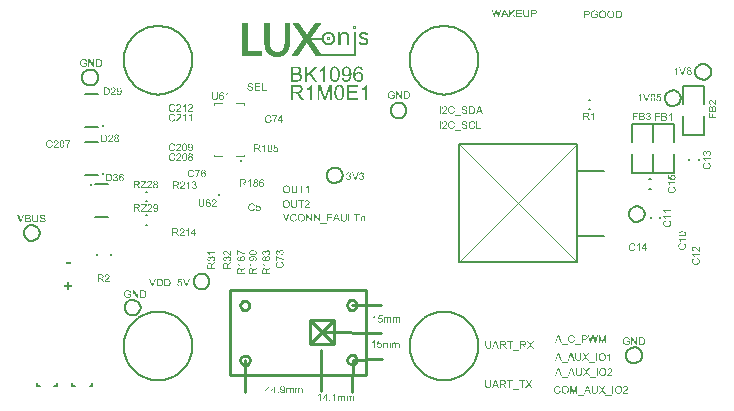
<source format=gto>
G04*
G04 #@! TF.GenerationSoftware,Altium Limited,Altium Designer,21.2.2 (38)*
G04*
G04 Layer_Color=65535*
%FSLAX44Y44*%
%MOMM*%
G71*
G04*
G04 #@! TF.SameCoordinates,2A6C1C92-B5F8-495A-87A3-FCD029FF8D19*
G04*
G04*
G04 #@! TF.FilePolarity,Positive*
G04*
G01*
G75*
%ADD10C,0.2540*%
%ADD11C,0.2000*%
%ADD12C,0.2540*%
%ADD13C,0.1000*%
%ADD14C,0.2032*%
G36*
X340556Y330261D02*
X340853D01*
Y330224D01*
X341001D01*
Y330187D01*
X341112D01*
Y330150D01*
X341187D01*
Y330113D01*
X341261D01*
Y330076D01*
X341335D01*
Y330039D01*
X341372D01*
Y330002D01*
X341446D01*
Y329965D01*
X341483D01*
Y329928D01*
X341521D01*
Y329891D01*
X341558D01*
Y329853D01*
X341595D01*
Y329816D01*
X341632D01*
Y329779D01*
X341669D01*
Y329742D01*
X341706D01*
Y329705D01*
X341743D01*
Y329668D01*
Y329631D01*
X341780D01*
Y329594D01*
X341817D01*
Y329557D01*
Y329520D01*
X341854D01*
Y329482D01*
Y329445D01*
X341892D01*
Y329408D01*
Y329371D01*
X341929D01*
Y329334D01*
Y329297D01*
Y329260D01*
X341966D01*
Y329223D01*
Y329185D01*
Y329148D01*
Y329111D01*
X342003D01*
Y329074D01*
Y329037D01*
Y329000D01*
Y328963D01*
Y328926D01*
Y328889D01*
Y328852D01*
Y328815D01*
Y328777D01*
Y328740D01*
Y328703D01*
Y328666D01*
Y328629D01*
Y328592D01*
Y328555D01*
Y328518D01*
Y328481D01*
Y328443D01*
Y328406D01*
X341966D01*
Y328369D01*
Y328332D01*
Y328295D01*
Y328258D01*
X341929D01*
Y328221D01*
Y328184D01*
Y328147D01*
X341892D01*
Y328110D01*
Y328073D01*
X341854D01*
Y328035D01*
Y327998D01*
X341817D01*
Y327961D01*
Y327924D01*
X341780D01*
Y327887D01*
X341743D01*
Y327850D01*
Y327813D01*
X341706D01*
Y327776D01*
X341669D01*
Y327738D01*
X341632D01*
Y327701D01*
X341595D01*
Y327664D01*
X341558D01*
Y327627D01*
X341521D01*
Y327590D01*
X341483D01*
Y327553D01*
X341446D01*
Y327516D01*
X341372D01*
Y327479D01*
X341335D01*
Y327442D01*
X341261D01*
Y327405D01*
X341187D01*
Y327368D01*
X341112D01*
Y327330D01*
X341001D01*
Y327293D01*
X340853D01*
Y327256D01*
X340593D01*
Y327219D01*
X340333D01*
Y327256D01*
X340074D01*
Y327293D01*
X339925D01*
Y327330D01*
X339851D01*
Y327368D01*
X339740D01*
Y327405D01*
X339665D01*
Y327442D01*
X339628D01*
Y327479D01*
X339554D01*
Y327516D01*
X339517D01*
Y327553D01*
X339443D01*
Y327590D01*
X339406D01*
Y327627D01*
X339369D01*
Y327664D01*
X339332D01*
Y327701D01*
X339294D01*
Y327738D01*
X339257D01*
Y327776D01*
X339220D01*
Y327813D01*
Y327850D01*
X339183D01*
Y327887D01*
X339146D01*
Y327924D01*
Y327961D01*
X339109D01*
Y327998D01*
Y328035D01*
X339072D01*
Y328073D01*
Y328110D01*
X339035D01*
Y328147D01*
Y328184D01*
X338997D01*
Y328221D01*
Y328258D01*
Y328295D01*
X338960D01*
Y328332D01*
Y328369D01*
Y328406D01*
Y328443D01*
Y328481D01*
X338923D01*
Y328518D01*
Y328555D01*
Y328592D01*
Y328629D01*
Y328666D01*
Y328703D01*
Y328740D01*
Y328777D01*
Y328815D01*
Y328852D01*
Y328889D01*
Y328926D01*
Y328963D01*
Y329000D01*
Y329037D01*
X338960D01*
Y329074D01*
Y329111D01*
Y329148D01*
Y329185D01*
Y329223D01*
X338997D01*
Y329260D01*
Y329297D01*
Y329334D01*
X339035D01*
Y329371D01*
Y329408D01*
X339072D01*
Y329445D01*
Y329482D01*
X339109D01*
Y329520D01*
Y329557D01*
X339146D01*
Y329594D01*
Y329631D01*
X339183D01*
Y329668D01*
X339220D01*
Y329705D01*
Y329742D01*
X339257D01*
Y329779D01*
X339294D01*
Y329816D01*
X339332D01*
Y329853D01*
X339369D01*
Y329891D01*
X339406D01*
Y329928D01*
X339443D01*
Y329965D01*
X339517D01*
Y330002D01*
X339554D01*
Y330039D01*
X339628D01*
Y330076D01*
X339665D01*
Y330113D01*
X339740D01*
Y330150D01*
X339851D01*
Y330187D01*
X339962D01*
Y330224D01*
X340074D01*
Y330261D01*
X340370D01*
Y330299D01*
X340556D01*
Y330261D01*
D02*
G37*
G36*
X332282Y325104D02*
X332727D01*
Y325067D01*
X332950D01*
Y325030D01*
X333135D01*
Y324993D01*
X333284D01*
Y324956D01*
X333432D01*
Y324919D01*
X333543D01*
Y324882D01*
X333655D01*
Y324845D01*
X333766D01*
Y324807D01*
X333840D01*
Y324770D01*
X333914D01*
Y324733D01*
X333989D01*
Y324696D01*
X334063D01*
Y324659D01*
X334137D01*
Y324622D01*
X334211D01*
Y324585D01*
X334286D01*
Y324548D01*
X334323D01*
Y324511D01*
X334397D01*
Y324473D01*
X334434D01*
Y324436D01*
X334508D01*
Y324399D01*
X334545D01*
Y324362D01*
X334582D01*
Y324325D01*
X334656D01*
Y324288D01*
X334694D01*
Y324251D01*
X334731D01*
Y324214D01*
X334768D01*
Y324177D01*
X334805D01*
Y324140D01*
X334842D01*
Y324103D01*
X334879D01*
Y324065D01*
X334916D01*
Y324028D01*
X334953D01*
Y323991D01*
X334990D01*
Y323954D01*
X335028D01*
Y323917D01*
X335065D01*
Y323880D01*
X335102D01*
Y323843D01*
X335139D01*
Y323806D01*
X335176D01*
Y323769D01*
Y323731D01*
X335213D01*
Y323694D01*
X335250D01*
Y323657D01*
Y323620D01*
X335287D01*
Y323583D01*
X335324D01*
Y323546D01*
Y323509D01*
X335362D01*
Y323472D01*
X335399D01*
Y323435D01*
Y323397D01*
X335436D01*
Y323360D01*
Y323323D01*
X335473D01*
Y323286D01*
X335510D01*
Y323249D01*
Y323212D01*
X335547D01*
Y323175D01*
Y323138D01*
X335584D01*
Y323101D01*
Y323064D01*
Y323027D01*
X335621D01*
Y322989D01*
Y322952D01*
X335658D01*
Y322915D01*
Y322878D01*
X335695D01*
Y322841D01*
Y322804D01*
Y322767D01*
X335732D01*
Y322730D01*
Y322693D01*
Y322655D01*
X335770D01*
Y322618D01*
Y322581D01*
Y322544D01*
X335807D01*
Y322507D01*
Y322470D01*
Y322433D01*
Y322396D01*
X335844D01*
Y322359D01*
Y322322D01*
Y322284D01*
Y322247D01*
X335881D01*
Y322210D01*
Y322173D01*
Y322136D01*
Y322099D01*
Y322062D01*
X335918D01*
Y322025D01*
Y321988D01*
Y321950D01*
Y321913D01*
X335955D01*
Y321876D01*
Y321839D01*
Y321802D01*
Y321765D01*
Y321728D01*
Y321691D01*
Y321654D01*
Y321617D01*
X335992D01*
Y321580D01*
Y321542D01*
Y321505D01*
Y321468D01*
Y321431D01*
Y321394D01*
Y321357D01*
Y321320D01*
Y321283D01*
Y321246D01*
Y321208D01*
X336029D01*
Y321171D01*
Y321134D01*
Y321097D01*
Y321060D01*
Y321023D01*
Y320986D01*
Y320949D01*
Y320912D01*
Y320875D01*
Y320837D01*
Y320800D01*
Y320763D01*
Y320726D01*
Y320689D01*
Y320652D01*
Y320615D01*
Y320578D01*
Y320541D01*
Y320504D01*
Y320466D01*
Y320429D01*
Y320392D01*
Y320355D01*
Y320318D01*
Y320281D01*
Y320244D01*
Y320207D01*
Y320170D01*
Y320132D01*
Y320095D01*
Y320058D01*
Y320021D01*
Y319984D01*
Y319947D01*
Y319910D01*
Y319873D01*
Y319836D01*
Y319799D01*
Y319762D01*
Y319724D01*
Y319687D01*
Y319650D01*
Y319613D01*
Y319576D01*
Y319539D01*
Y319502D01*
Y319465D01*
Y319428D01*
Y319390D01*
Y319353D01*
Y319316D01*
Y319279D01*
Y319242D01*
Y319205D01*
Y319168D01*
Y319131D01*
Y319094D01*
Y319056D01*
Y319019D01*
Y318982D01*
Y318945D01*
Y318908D01*
Y318871D01*
Y318834D01*
Y318797D01*
Y318760D01*
Y318723D01*
Y318685D01*
Y318648D01*
Y318611D01*
Y318574D01*
Y318537D01*
Y318500D01*
Y318463D01*
Y318426D01*
Y318389D01*
Y318352D01*
Y318314D01*
Y318277D01*
Y318240D01*
Y318203D01*
Y318166D01*
Y318129D01*
Y318092D01*
Y318055D01*
Y318018D01*
Y317980D01*
Y317943D01*
Y317906D01*
Y317869D01*
Y317832D01*
Y317795D01*
Y317758D01*
Y317721D01*
Y317684D01*
Y317647D01*
Y317610D01*
Y317572D01*
Y317535D01*
Y317498D01*
Y317461D01*
Y317424D01*
Y317387D01*
Y317350D01*
Y317313D01*
Y317276D01*
Y317239D01*
Y317201D01*
Y317164D01*
Y317127D01*
Y317090D01*
Y317053D01*
Y317016D01*
Y316979D01*
Y316942D01*
Y316905D01*
Y316868D01*
Y316830D01*
Y316793D01*
Y316756D01*
Y316719D01*
Y316682D01*
Y316645D01*
Y316608D01*
Y316571D01*
Y316534D01*
Y316496D01*
Y316459D01*
Y316422D01*
Y316385D01*
Y316348D01*
Y316311D01*
Y316274D01*
Y316237D01*
Y316200D01*
Y316162D01*
Y316125D01*
Y316088D01*
Y316051D01*
Y316014D01*
Y315977D01*
Y315940D01*
Y315903D01*
Y315866D01*
Y315829D01*
Y315791D01*
Y315754D01*
Y315717D01*
Y315680D01*
Y315643D01*
Y315606D01*
Y315569D01*
Y315532D01*
Y315495D01*
Y315458D01*
Y315420D01*
Y315383D01*
Y315346D01*
Y315309D01*
Y315272D01*
Y315235D01*
Y315198D01*
Y315161D01*
Y315124D01*
Y315086D01*
Y315049D01*
Y315012D01*
Y314975D01*
Y314938D01*
Y314901D01*
Y314864D01*
Y314827D01*
Y314790D01*
Y314753D01*
Y314715D01*
Y314678D01*
Y314641D01*
Y314604D01*
Y314567D01*
Y314530D01*
Y314493D01*
Y314456D01*
Y314419D01*
Y314382D01*
Y314345D01*
Y314307D01*
Y314270D01*
Y314233D01*
Y314196D01*
Y314159D01*
X334248D01*
Y314196D01*
Y314233D01*
Y314270D01*
Y314307D01*
Y314345D01*
Y314382D01*
Y314419D01*
Y314456D01*
Y314493D01*
Y314530D01*
Y314567D01*
Y314604D01*
Y314641D01*
Y314678D01*
Y314715D01*
Y314753D01*
Y314790D01*
Y314827D01*
Y314864D01*
Y314901D01*
Y314938D01*
Y314975D01*
Y315012D01*
Y315049D01*
Y315086D01*
Y315124D01*
Y315161D01*
Y315198D01*
Y315235D01*
Y315272D01*
Y315309D01*
Y315346D01*
Y315383D01*
Y315420D01*
Y315458D01*
Y315495D01*
Y315532D01*
Y315569D01*
Y315606D01*
Y315643D01*
Y315680D01*
Y315717D01*
Y315754D01*
Y315791D01*
Y315829D01*
Y315866D01*
Y315903D01*
Y315940D01*
Y315977D01*
Y316014D01*
Y316051D01*
Y316088D01*
Y316125D01*
Y316162D01*
Y316200D01*
Y316237D01*
Y316274D01*
Y316311D01*
Y316348D01*
Y316385D01*
Y316422D01*
Y316459D01*
Y316496D01*
Y316534D01*
Y316571D01*
Y316608D01*
Y316645D01*
Y316682D01*
Y316719D01*
Y316756D01*
Y316793D01*
Y316830D01*
Y316868D01*
Y316905D01*
Y316942D01*
Y316979D01*
Y317016D01*
Y317053D01*
Y317090D01*
Y317127D01*
Y317164D01*
Y317201D01*
Y317239D01*
Y317276D01*
Y317313D01*
Y317350D01*
Y317387D01*
Y317424D01*
Y317461D01*
Y317498D01*
Y317535D01*
Y317572D01*
Y317610D01*
Y317647D01*
Y317684D01*
Y317721D01*
Y317758D01*
Y317795D01*
Y317832D01*
Y317869D01*
Y317906D01*
Y317943D01*
Y317980D01*
Y318018D01*
Y318055D01*
Y318092D01*
Y318129D01*
Y318166D01*
Y318203D01*
Y318240D01*
Y318277D01*
Y318314D01*
Y318352D01*
Y318389D01*
Y318426D01*
Y318463D01*
Y318500D01*
Y318537D01*
Y318574D01*
Y318611D01*
Y318648D01*
Y318685D01*
Y318723D01*
Y318760D01*
Y318797D01*
Y318834D01*
Y318871D01*
Y318908D01*
Y318945D01*
Y318982D01*
Y319019D01*
Y319056D01*
Y319094D01*
Y319131D01*
Y319168D01*
Y319205D01*
Y319242D01*
Y319279D01*
Y319316D01*
Y319353D01*
Y319390D01*
Y319428D01*
Y319465D01*
Y319502D01*
Y319539D01*
Y319576D01*
Y319613D01*
Y319650D01*
Y319687D01*
Y319724D01*
Y319762D01*
Y319799D01*
Y319836D01*
Y319873D01*
Y319910D01*
Y319947D01*
Y319984D01*
Y320021D01*
Y320058D01*
Y320095D01*
Y320132D01*
Y320170D01*
Y320207D01*
Y320244D01*
Y320281D01*
Y320318D01*
Y320355D01*
Y320392D01*
Y320429D01*
Y320466D01*
Y320504D01*
Y320541D01*
Y320578D01*
Y320615D01*
Y320652D01*
Y320689D01*
Y320726D01*
Y320763D01*
Y320800D01*
Y320837D01*
Y320875D01*
Y320912D01*
Y320949D01*
Y320986D01*
Y321023D01*
Y321060D01*
Y321097D01*
Y321134D01*
X334211D01*
Y321171D01*
Y321208D01*
Y321246D01*
Y321283D01*
Y321320D01*
Y321357D01*
Y321394D01*
X334174D01*
Y321431D01*
Y321468D01*
Y321505D01*
Y321542D01*
Y321580D01*
Y321617D01*
X334137D01*
Y321654D01*
Y321691D01*
Y321728D01*
Y321765D01*
X334100D01*
Y321802D01*
Y321839D01*
Y321876D01*
X334063D01*
Y321913D01*
Y321950D01*
Y321988D01*
X334026D01*
Y322025D01*
Y322062D01*
Y322099D01*
X333989D01*
Y322136D01*
Y322173D01*
X333952D01*
Y322210D01*
Y322247D01*
X333914D01*
Y322284D01*
Y322322D01*
Y322359D01*
X333877D01*
Y322396D01*
Y322433D01*
X333840D01*
Y322470D01*
X333803D01*
Y322507D01*
Y322544D01*
X333766D01*
Y322581D01*
X333729D01*
Y322618D01*
Y322655D01*
X333692D01*
Y322693D01*
X333655D01*
Y322730D01*
Y322767D01*
X333618D01*
Y322804D01*
X333581D01*
Y322841D01*
X333543D01*
Y322878D01*
X333506D01*
Y322915D01*
X333469D01*
Y322952D01*
X333432D01*
Y322989D01*
X333395D01*
Y323027D01*
X333321D01*
Y323064D01*
X333284D01*
Y323101D01*
X333247D01*
Y323138D01*
X333172D01*
Y323175D01*
X333098D01*
Y323212D01*
X333061D01*
Y323249D01*
X332987D01*
Y323286D01*
X332876D01*
Y323323D01*
X332801D01*
Y323360D01*
X332690D01*
Y323397D01*
X332542D01*
Y323435D01*
X332356D01*
Y323472D01*
X332022D01*
Y323509D01*
X331540D01*
Y323472D01*
X331169D01*
Y323435D01*
X330983D01*
Y323397D01*
X330798D01*
Y323360D01*
X330686D01*
Y323323D01*
X330575D01*
Y323286D01*
X330464D01*
Y323249D01*
X330390D01*
Y323212D01*
X330278D01*
Y323175D01*
X330204D01*
Y323138D01*
X330130D01*
Y323101D01*
X330093D01*
Y323064D01*
X330019D01*
Y323027D01*
X329982D01*
Y322989D01*
X329907D01*
Y322952D01*
X329870D01*
Y322915D01*
X329796D01*
Y322878D01*
X329759D01*
Y322841D01*
X329722D01*
Y322804D01*
X329685D01*
Y322767D01*
X329610D01*
Y322730D01*
X329574D01*
Y322693D01*
X329536D01*
Y322655D01*
X329499D01*
Y322618D01*
Y322581D01*
X329462D01*
Y322544D01*
X329425D01*
Y322507D01*
X329388D01*
Y322470D01*
X329351D01*
Y322433D01*
X329314D01*
Y322396D01*
X329277D01*
Y322359D01*
Y322322D01*
X329240D01*
Y322284D01*
X329202D01*
Y322247D01*
Y322210D01*
X329165D01*
Y322173D01*
X329128D01*
Y322136D01*
Y322099D01*
X329091D01*
Y322062D01*
Y322025D01*
X329054D01*
Y321988D01*
X329017D01*
Y321950D01*
Y321913D01*
X328980D01*
Y321876D01*
Y321839D01*
X328943D01*
Y321802D01*
Y321765D01*
X328906D01*
Y321728D01*
Y321691D01*
Y321654D01*
X328868D01*
Y321617D01*
Y321580D01*
X328831D01*
Y321542D01*
Y321505D01*
Y321468D01*
X328794D01*
Y321431D01*
Y321394D01*
Y321357D01*
X328757D01*
Y321320D01*
Y321283D01*
X328720D01*
Y321246D01*
Y321208D01*
Y321171D01*
Y321134D01*
X328683D01*
Y321097D01*
Y321060D01*
Y321023D01*
Y320986D01*
X328646D01*
Y320949D01*
Y320912D01*
Y320875D01*
Y320837D01*
X328609D01*
Y320800D01*
Y320763D01*
Y320726D01*
Y320689D01*
Y320652D01*
X328572D01*
Y320615D01*
Y320578D01*
Y320541D01*
Y320504D01*
Y320466D01*
Y320429D01*
X328535D01*
Y320392D01*
Y320355D01*
Y320318D01*
Y320281D01*
Y320244D01*
Y320207D01*
Y320170D01*
Y320132D01*
Y320095D01*
X328498D01*
Y320058D01*
Y320021D01*
Y319984D01*
Y319947D01*
Y319910D01*
Y319873D01*
Y319836D01*
Y319799D01*
Y319762D01*
Y319724D01*
Y319687D01*
Y319650D01*
Y319613D01*
Y319576D01*
Y319539D01*
Y319502D01*
Y319465D01*
Y319428D01*
Y319390D01*
Y319353D01*
Y319316D01*
Y319279D01*
Y319242D01*
Y319205D01*
Y319168D01*
Y319131D01*
Y319094D01*
Y319056D01*
Y319019D01*
Y318982D01*
Y318945D01*
Y318908D01*
Y318871D01*
Y318834D01*
Y318797D01*
Y318760D01*
Y318723D01*
Y318685D01*
Y318648D01*
Y318611D01*
Y318574D01*
Y318537D01*
Y318500D01*
Y318463D01*
Y318426D01*
Y318389D01*
Y318352D01*
Y318314D01*
Y318277D01*
Y318240D01*
Y318203D01*
Y318166D01*
Y318129D01*
Y318092D01*
Y318055D01*
Y318018D01*
Y317980D01*
Y317943D01*
Y317906D01*
Y317869D01*
Y317832D01*
Y317795D01*
Y317758D01*
Y317721D01*
Y317684D01*
Y317647D01*
Y317610D01*
Y317572D01*
Y317535D01*
Y317498D01*
Y317461D01*
Y317424D01*
Y317387D01*
Y317350D01*
Y317313D01*
Y317276D01*
Y317239D01*
Y317201D01*
Y317164D01*
Y317127D01*
Y317090D01*
Y317053D01*
Y317016D01*
Y316979D01*
Y316942D01*
Y316905D01*
Y316868D01*
Y316830D01*
Y316793D01*
Y316756D01*
Y316719D01*
Y316682D01*
Y316645D01*
Y316608D01*
Y316571D01*
Y316534D01*
Y316496D01*
Y316459D01*
Y316422D01*
Y316385D01*
Y316348D01*
Y316311D01*
Y316274D01*
Y316237D01*
Y316200D01*
Y316162D01*
Y316125D01*
Y316088D01*
Y316051D01*
Y316014D01*
Y315977D01*
Y315940D01*
Y315903D01*
Y315866D01*
Y315829D01*
Y315791D01*
Y315754D01*
Y315717D01*
Y315680D01*
Y315643D01*
Y315606D01*
Y315569D01*
Y315532D01*
Y315495D01*
Y315458D01*
Y315420D01*
Y315383D01*
Y315346D01*
Y315309D01*
Y315272D01*
Y315235D01*
Y315198D01*
Y315161D01*
Y315124D01*
Y315086D01*
Y315049D01*
Y315012D01*
Y314975D01*
Y314938D01*
Y314901D01*
Y314864D01*
Y314827D01*
Y314790D01*
Y314753D01*
Y314715D01*
Y314678D01*
Y314641D01*
Y314604D01*
Y314567D01*
Y314530D01*
Y314493D01*
Y314456D01*
Y314419D01*
Y314382D01*
Y314345D01*
Y314307D01*
Y314270D01*
Y314233D01*
Y314196D01*
Y314159D01*
X326716D01*
Y314196D01*
Y314233D01*
Y314270D01*
Y314307D01*
Y314345D01*
Y314382D01*
Y314419D01*
Y314456D01*
Y314493D01*
Y314530D01*
Y314567D01*
Y314604D01*
Y314641D01*
Y314678D01*
Y314715D01*
Y314753D01*
Y314790D01*
Y314827D01*
Y314864D01*
Y314901D01*
Y314938D01*
Y314975D01*
Y315012D01*
Y315049D01*
Y315086D01*
Y315124D01*
Y315161D01*
Y315198D01*
Y315235D01*
Y315272D01*
Y315309D01*
Y315346D01*
Y315383D01*
Y315420D01*
Y315458D01*
Y315495D01*
Y315532D01*
Y315569D01*
Y315606D01*
Y315643D01*
Y315680D01*
Y315717D01*
Y315754D01*
Y315791D01*
Y315829D01*
Y315866D01*
Y315903D01*
Y315940D01*
Y315977D01*
Y316014D01*
Y316051D01*
Y316088D01*
Y316125D01*
Y316162D01*
Y316200D01*
Y316237D01*
Y316274D01*
Y316311D01*
Y316348D01*
Y316385D01*
Y316422D01*
Y316459D01*
Y316496D01*
Y316534D01*
Y316571D01*
Y316608D01*
Y316645D01*
Y316682D01*
Y316719D01*
Y316756D01*
Y316793D01*
Y316830D01*
Y316868D01*
Y316905D01*
Y316942D01*
Y316979D01*
Y317016D01*
Y317053D01*
Y317090D01*
Y317127D01*
Y317164D01*
Y317201D01*
Y317239D01*
Y317276D01*
Y317313D01*
Y317350D01*
Y317387D01*
Y317424D01*
Y317461D01*
Y317498D01*
Y317535D01*
Y317572D01*
Y317610D01*
Y317647D01*
Y317684D01*
Y317721D01*
Y317758D01*
Y317795D01*
Y317832D01*
Y317869D01*
Y317906D01*
Y317943D01*
Y317980D01*
Y318018D01*
Y318055D01*
Y318092D01*
Y318129D01*
Y318166D01*
Y318203D01*
Y318240D01*
Y318277D01*
Y318314D01*
Y318352D01*
Y318389D01*
Y318426D01*
Y318463D01*
Y318500D01*
Y318537D01*
Y318574D01*
Y318611D01*
Y318648D01*
Y318685D01*
Y318723D01*
Y318760D01*
Y318797D01*
Y318834D01*
Y318871D01*
Y318908D01*
Y318945D01*
Y318982D01*
Y319019D01*
Y319056D01*
Y319094D01*
Y319131D01*
Y319168D01*
Y319205D01*
Y319242D01*
Y319279D01*
Y319316D01*
Y319353D01*
Y319390D01*
Y319428D01*
Y319465D01*
Y319502D01*
Y319539D01*
Y319576D01*
Y319613D01*
Y319650D01*
Y319687D01*
Y319724D01*
Y319762D01*
Y319799D01*
Y319836D01*
Y319873D01*
Y319910D01*
Y319947D01*
Y319984D01*
Y320021D01*
Y320058D01*
Y320095D01*
Y320132D01*
Y320170D01*
Y320207D01*
Y320244D01*
Y320281D01*
Y320318D01*
Y320355D01*
Y320392D01*
Y320429D01*
Y320466D01*
Y320504D01*
Y320541D01*
Y320578D01*
Y320615D01*
Y320652D01*
Y320689D01*
Y320726D01*
Y320763D01*
Y320800D01*
Y320837D01*
Y320875D01*
Y320912D01*
Y320949D01*
Y320986D01*
Y321023D01*
Y321060D01*
Y321097D01*
Y321134D01*
Y321171D01*
Y321208D01*
Y321246D01*
Y321283D01*
Y321320D01*
Y321357D01*
Y321394D01*
Y321431D01*
Y321468D01*
Y321505D01*
Y321542D01*
Y321580D01*
Y321617D01*
Y321654D01*
Y321691D01*
Y321728D01*
Y321765D01*
Y321802D01*
Y321839D01*
Y321876D01*
Y321913D01*
Y321950D01*
Y321988D01*
Y322025D01*
Y322062D01*
Y322099D01*
Y322136D01*
Y322173D01*
Y322210D01*
Y322247D01*
Y322284D01*
Y322322D01*
Y322359D01*
Y322396D01*
Y322433D01*
Y322470D01*
Y322507D01*
Y322544D01*
Y322581D01*
Y322618D01*
Y322655D01*
Y322693D01*
Y322730D01*
Y322767D01*
Y322804D01*
Y322841D01*
Y322878D01*
Y322915D01*
Y322952D01*
Y322989D01*
Y323027D01*
Y323064D01*
X326679D01*
Y323101D01*
Y323138D01*
Y323175D01*
Y323212D01*
Y323249D01*
Y323286D01*
Y323323D01*
Y323360D01*
Y323397D01*
Y323435D01*
Y323472D01*
Y323509D01*
Y323546D01*
Y323583D01*
Y323620D01*
Y323657D01*
Y323694D01*
Y323731D01*
Y323769D01*
Y323806D01*
X326642D01*
Y323843D01*
Y323880D01*
Y323917D01*
Y323954D01*
Y323991D01*
Y324028D01*
Y324065D01*
Y324103D01*
Y324140D01*
Y324177D01*
Y324214D01*
Y324251D01*
Y324288D01*
Y324325D01*
Y324362D01*
Y324399D01*
Y324436D01*
Y324473D01*
Y324511D01*
Y324548D01*
Y324585D01*
X326605D01*
Y324622D01*
Y324659D01*
Y324696D01*
Y324733D01*
Y324770D01*
Y324807D01*
Y324845D01*
X328312D01*
Y324807D01*
Y324770D01*
Y324733D01*
Y324696D01*
Y324659D01*
Y324622D01*
Y324585D01*
Y324548D01*
Y324511D01*
Y324473D01*
Y324436D01*
Y324399D01*
Y324362D01*
Y324325D01*
Y324288D01*
Y324251D01*
Y324214D01*
Y324177D01*
Y324140D01*
Y324103D01*
Y324065D01*
Y324028D01*
Y323991D01*
Y323954D01*
Y323917D01*
Y323880D01*
Y323843D01*
Y323806D01*
X328349D01*
Y323769D01*
Y323731D01*
Y323694D01*
Y323657D01*
Y323620D01*
Y323583D01*
Y323546D01*
Y323509D01*
Y323472D01*
Y323435D01*
Y323397D01*
Y323360D01*
Y323323D01*
Y323286D01*
Y323249D01*
Y323212D01*
Y323175D01*
Y323138D01*
Y323101D01*
X328423D01*
Y323138D01*
Y323175D01*
X328460D01*
Y323212D01*
Y323249D01*
X328498D01*
Y323286D01*
Y323323D01*
X328535D01*
Y323360D01*
X328572D01*
Y323397D01*
Y323435D01*
X328609D01*
Y323472D01*
X328646D01*
Y323509D01*
Y323546D01*
X328683D01*
Y323583D01*
X328720D01*
Y323620D01*
Y323657D01*
X328757D01*
Y323694D01*
X328794D01*
Y323731D01*
X328831D01*
Y323769D01*
X328868D01*
Y323806D01*
X328906D01*
Y323843D01*
Y323880D01*
X328943D01*
Y323917D01*
X328980D01*
Y323954D01*
X329017D01*
Y323991D01*
X329054D01*
Y324028D01*
X329091D01*
Y324065D01*
X329128D01*
Y324103D01*
X329202D01*
Y324140D01*
X329240D01*
Y324177D01*
X329277D01*
Y324214D01*
X329314D01*
Y324251D01*
X329351D01*
Y324288D01*
X329425D01*
Y324325D01*
X329462D01*
Y324362D01*
X329536D01*
Y324399D01*
X329574D01*
Y324436D01*
X329610D01*
Y324473D01*
X329685D01*
Y324511D01*
X329759D01*
Y324548D01*
X329796D01*
Y324585D01*
X329870D01*
Y324622D01*
X329944D01*
Y324659D01*
X330019D01*
Y324696D01*
X330093D01*
Y324733D01*
X330167D01*
Y324770D01*
X330241D01*
Y324807D01*
X330353D01*
Y324845D01*
X330427D01*
Y324882D01*
X330538D01*
Y324919D01*
X330649D01*
Y324956D01*
X330798D01*
Y324993D01*
X330909D01*
Y325030D01*
X331095D01*
Y325067D01*
X331317D01*
Y325104D01*
X331688D01*
Y325141D01*
X332282D01*
Y325104D01*
D02*
G37*
G36*
X312543Y332785D02*
X312506D01*
Y332747D01*
X312469D01*
Y332710D01*
Y332673D01*
X312432D01*
Y332636D01*
X312395D01*
Y332599D01*
Y332562D01*
X312358D01*
Y332525D01*
X312321D01*
Y332488D01*
X312284D01*
Y332451D01*
Y332413D01*
X312246D01*
Y332376D01*
X312209D01*
Y332339D01*
Y332302D01*
X312172D01*
Y332265D01*
X312135D01*
Y332228D01*
X312098D01*
Y332191D01*
Y332154D01*
X312061D01*
Y332117D01*
X312024D01*
Y332080D01*
Y332042D01*
X311987D01*
Y332005D01*
X311950D01*
Y331968D01*
X311913D01*
Y331931D01*
Y331894D01*
X311875D01*
Y331857D01*
X311838D01*
Y331820D01*
Y331783D01*
X311801D01*
Y331746D01*
X311764D01*
Y331708D01*
X311727D01*
Y331671D01*
Y331634D01*
X311690D01*
Y331597D01*
X311653D01*
Y331560D01*
Y331523D01*
X311616D01*
Y331486D01*
X311579D01*
Y331449D01*
Y331412D01*
X311542D01*
Y331375D01*
X311504D01*
Y331338D01*
X311467D01*
Y331300D01*
Y331263D01*
X311430D01*
Y331226D01*
X311393D01*
Y331189D01*
Y331152D01*
X311356D01*
Y331115D01*
X311319D01*
Y331078D01*
X311282D01*
Y331041D01*
Y331004D01*
X311245D01*
Y330966D01*
X311208D01*
Y330929D01*
Y330892D01*
X311171D01*
Y330855D01*
X311133D01*
Y330818D01*
X311096D01*
Y330781D01*
Y330744D01*
X311059D01*
Y330707D01*
X311022D01*
Y330670D01*
Y330633D01*
X310985D01*
Y330596D01*
X310948D01*
Y330558D01*
X310911D01*
Y330521D01*
Y330484D01*
X310874D01*
Y330447D01*
X310837D01*
Y330410D01*
Y330373D01*
X310800D01*
Y330336D01*
X310762D01*
Y330299D01*
Y330261D01*
X310725D01*
Y330224D01*
X310688D01*
Y330187D01*
X310651D01*
Y330150D01*
Y330113D01*
X310614D01*
Y330076D01*
X310577D01*
Y330039D01*
Y330002D01*
X310540D01*
Y329965D01*
X310503D01*
Y329928D01*
X310466D01*
Y329891D01*
Y329853D01*
X310429D01*
Y329816D01*
X310391D01*
Y329779D01*
Y329742D01*
X310354D01*
Y329705D01*
X310317D01*
Y329668D01*
X310280D01*
Y329631D01*
Y329594D01*
X310243D01*
Y329557D01*
X310206D01*
Y329520D01*
Y329482D01*
X310169D01*
Y329445D01*
X310132D01*
Y329408D01*
X310095D01*
Y329371D01*
Y329334D01*
X310057D01*
Y329297D01*
X310020D01*
Y329260D01*
Y329223D01*
X309983D01*
Y329185D01*
X309946D01*
Y329148D01*
X309909D01*
Y329111D01*
Y329074D01*
X309872D01*
Y329037D01*
X309835D01*
Y329000D01*
Y328963D01*
X309798D01*
Y328926D01*
X309761D01*
Y328889D01*
Y328852D01*
X309723D01*
Y328815D01*
X309686D01*
Y328777D01*
X309649D01*
Y328740D01*
Y328703D01*
X309612D01*
Y328666D01*
X309575D01*
Y328629D01*
Y328592D01*
X309538D01*
Y328555D01*
X309501D01*
Y328518D01*
X309464D01*
Y328481D01*
Y328443D01*
X309427D01*
Y328406D01*
X309390D01*
Y328369D01*
Y328332D01*
X309352D01*
Y328295D01*
X309315D01*
Y328258D01*
X309278D01*
Y328221D01*
Y328184D01*
X309241D01*
Y328147D01*
X309204D01*
Y328110D01*
Y328073D01*
X309167D01*
Y328035D01*
X309130D01*
Y327998D01*
X309093D01*
Y327961D01*
Y327924D01*
X309056D01*
Y327887D01*
X309019D01*
Y327850D01*
Y327813D01*
X308981D01*
Y327776D01*
X308944D01*
Y327738D01*
X308907D01*
Y327701D01*
Y327664D01*
X308870D01*
Y327627D01*
X308833D01*
Y327590D01*
Y327553D01*
X308796D01*
Y327516D01*
X308759D01*
Y327479D01*
Y327442D01*
X308722D01*
Y327405D01*
X308685D01*
Y327368D01*
X308648D01*
Y327330D01*
Y327293D01*
X308610D01*
Y327256D01*
X308573D01*
Y327219D01*
Y327182D01*
X308536D01*
Y327145D01*
X308499D01*
Y327108D01*
X308462D01*
Y327071D01*
Y327034D01*
X308425D01*
Y326996D01*
X308388D01*
Y326959D01*
Y326922D01*
X308351D01*
Y326885D01*
X308314D01*
Y326848D01*
X308277D01*
Y326811D01*
Y326774D01*
X308239D01*
Y326737D01*
X308202D01*
Y326700D01*
Y326663D01*
X308165D01*
Y326626D01*
X308128D01*
Y326588D01*
X308091D01*
Y326551D01*
Y326514D01*
X308054D01*
Y326477D01*
X308017D01*
Y326440D01*
Y326403D01*
X307980D01*
Y326366D01*
X307943D01*
Y326329D01*
X307906D01*
Y326292D01*
Y326254D01*
X307868D01*
Y326217D01*
X307831D01*
Y326180D01*
Y326143D01*
X307794D01*
Y326106D01*
X307757D01*
Y326069D01*
Y326032D01*
X307720D01*
Y325995D01*
X307683D01*
Y325958D01*
X307646D01*
Y325920D01*
Y325883D01*
X307609D01*
Y325846D01*
X307572D01*
Y325809D01*
Y325772D01*
X307535D01*
Y325735D01*
X307497D01*
Y325698D01*
X307460D01*
Y325661D01*
Y325624D01*
X307423D01*
Y325587D01*
X307386D01*
Y325550D01*
Y325512D01*
X307349D01*
Y325475D01*
X307312D01*
Y325438D01*
X307275D01*
Y325401D01*
Y325364D01*
X307238D01*
Y325327D01*
X307201D01*
Y325290D01*
Y325253D01*
X307164D01*
Y325216D01*
X307126D01*
Y325178D01*
X307089D01*
Y325141D01*
Y325104D01*
X307052D01*
Y325067D01*
X307015D01*
Y325030D01*
Y324993D01*
X306978D01*
Y324956D01*
X306941D01*
Y324919D01*
Y324882D01*
X306904D01*
Y324845D01*
X306867D01*
Y324807D01*
X306829D01*
Y324770D01*
Y324733D01*
X306792D01*
Y324696D01*
X306755D01*
Y324659D01*
Y324622D01*
X306718D01*
Y324585D01*
X306681D01*
Y324548D01*
X306644D01*
Y324511D01*
Y324473D01*
X306607D01*
Y324436D01*
X306570D01*
Y324399D01*
Y324362D01*
X306533D01*
Y324325D01*
X306496D01*
Y324288D01*
X306458D01*
Y324251D01*
Y324214D01*
X306421D01*
Y324177D01*
X306384D01*
Y324140D01*
Y324103D01*
X306347D01*
Y324065D01*
X306310D01*
Y324028D01*
X306273D01*
Y323991D01*
Y323954D01*
X306236D01*
Y323917D01*
X306199D01*
Y323880D01*
Y323843D01*
X306162D01*
Y323806D01*
X306125D01*
Y323769D01*
X306087D01*
Y323731D01*
Y323694D01*
X306050D01*
Y323657D01*
X306013D01*
Y323620D01*
Y323583D01*
X305976D01*
Y323546D01*
X305939D01*
Y323509D01*
Y323472D01*
X305902D01*
Y323435D01*
X305865D01*
Y323397D01*
X305828D01*
Y323360D01*
Y323323D01*
X305791D01*
Y323286D01*
X305754D01*
Y323249D01*
Y323212D01*
X305716D01*
Y323175D01*
X305679D01*
Y323138D01*
X305642D01*
Y323101D01*
Y323064D01*
X305605D01*
Y323027D01*
X305568D01*
Y322989D01*
Y322952D01*
X305531D01*
Y322915D01*
X305494D01*
Y322878D01*
X305457D01*
Y322841D01*
Y322804D01*
X305420D01*
Y322767D01*
X305382D01*
Y322730D01*
Y322693D01*
X305345D01*
Y322655D01*
X305308D01*
Y322618D01*
X305271D01*
Y322581D01*
Y322544D01*
X305234D01*
Y322507D01*
X305197D01*
Y322470D01*
Y322433D01*
X305160D01*
Y322396D01*
X305123D01*
Y322359D01*
X305086D01*
Y322322D01*
Y322284D01*
X305049D01*
Y322247D01*
X305012D01*
Y322210D01*
Y322173D01*
X304974D01*
Y322136D01*
X304937D01*
Y322099D01*
Y322062D01*
X304900D01*
Y322025D01*
X304863D01*
Y321988D01*
X304826D01*
Y321950D01*
Y321913D01*
X304789D01*
Y321876D01*
X304752D01*
Y321839D01*
Y321802D01*
X304715D01*
Y321765D01*
X304678D01*
Y321728D01*
X304641D01*
Y321691D01*
Y321654D01*
X304603D01*
Y321617D01*
X304566D01*
Y321580D01*
Y321542D01*
X304529D01*
Y321505D01*
X304492D01*
Y321468D01*
X304455D01*
Y321431D01*
Y321394D01*
X304418D01*
Y321357D01*
X304381D01*
Y321320D01*
Y321283D01*
X304344D01*
Y321246D01*
X304307D01*
Y321208D01*
X304269D01*
Y321171D01*
Y321134D01*
X304232D01*
Y321097D01*
X304195D01*
Y321060D01*
Y321023D01*
X304158D01*
Y320986D01*
X304121D01*
Y320949D01*
Y320912D01*
X304084D01*
Y320875D01*
X304047D01*
Y320837D01*
X304010D01*
Y320800D01*
Y320763D01*
X303973D01*
Y320726D01*
X303936D01*
Y320689D01*
Y320652D01*
X303898D01*
Y320615D01*
X303861D01*
Y320578D01*
X303824D01*
Y320541D01*
Y320504D01*
X303787D01*
Y320466D01*
X303750D01*
Y320429D01*
Y320392D01*
X312581D01*
Y320429D01*
Y320466D01*
Y320504D01*
Y320541D01*
X312617D01*
Y320578D01*
Y320615D01*
Y320652D01*
Y320689D01*
Y320726D01*
X312655D01*
Y320763D01*
Y320800D01*
Y320837D01*
Y320875D01*
Y320912D01*
X312692D01*
Y320949D01*
Y320986D01*
Y321023D01*
Y321060D01*
X312729D01*
Y321097D01*
Y321134D01*
Y321171D01*
Y321208D01*
X312766D01*
Y321246D01*
Y321283D01*
Y321320D01*
Y321357D01*
X312803D01*
Y321394D01*
Y321431D01*
Y321468D01*
X312840D01*
Y321505D01*
Y321542D01*
Y321580D01*
X312877D01*
Y321617D01*
Y321654D01*
X312914D01*
Y321691D01*
Y321728D01*
Y321765D01*
X312951D01*
Y321802D01*
Y321839D01*
X312989D01*
Y321876D01*
Y321913D01*
X313026D01*
Y321950D01*
Y321988D01*
Y322025D01*
X313063D01*
Y322062D01*
Y322099D01*
X313100D01*
Y322136D01*
Y322173D01*
X313137D01*
Y322210D01*
Y322247D01*
X313174D01*
Y322284D01*
X313211D01*
Y322322D01*
Y322359D01*
X313248D01*
Y322396D01*
Y322433D01*
X313285D01*
Y322470D01*
Y322507D01*
X313323D01*
Y322544D01*
Y322581D01*
X313360D01*
Y322618D01*
X313397D01*
Y322655D01*
Y322693D01*
X313434D01*
Y322730D01*
X313471D01*
Y322767D01*
Y322804D01*
X313508D01*
Y322841D01*
X313545D01*
Y322878D01*
Y322915D01*
X313582D01*
Y322952D01*
X313619D01*
Y322989D01*
X313656D01*
Y323027D01*
Y323064D01*
X313694D01*
Y323101D01*
X313731D01*
Y323138D01*
X313768D01*
Y323175D01*
X313805D01*
Y323212D01*
X313842D01*
Y323249D01*
Y323286D01*
X313879D01*
Y323323D01*
X313916D01*
Y323360D01*
X313953D01*
Y323397D01*
X313990D01*
Y323435D01*
X314027D01*
Y323472D01*
X314065D01*
Y323509D01*
X314102D01*
Y323546D01*
X314139D01*
Y323583D01*
X314176D01*
Y323620D01*
X314213D01*
Y323657D01*
X314250D01*
Y323694D01*
X314287D01*
Y323731D01*
X314324D01*
Y323769D01*
X314361D01*
Y323806D01*
X314436D01*
Y323843D01*
X314473D01*
Y323880D01*
X314510D01*
Y323917D01*
X314547D01*
Y323954D01*
X314621D01*
Y323991D01*
X314658D01*
Y324028D01*
X314695D01*
Y324065D01*
X314732D01*
Y324103D01*
X314807D01*
Y324140D01*
X314881D01*
Y324177D01*
X314918D01*
Y324214D01*
X314992D01*
Y324251D01*
X315029D01*
Y324288D01*
X315103D01*
Y324325D01*
X315140D01*
Y324362D01*
X315215D01*
Y324399D01*
X315289D01*
Y324436D01*
X315363D01*
Y324473D01*
X315437D01*
Y324511D01*
X315512D01*
Y324548D01*
X315586D01*
Y324585D01*
X315660D01*
Y324622D01*
X315734D01*
Y324659D01*
X315846D01*
Y324696D01*
X315920D01*
Y324733D01*
X316031D01*
Y324770D01*
X316142D01*
Y324807D01*
X316254D01*
Y324845D01*
X316365D01*
Y324882D01*
X316476D01*
Y324919D01*
X316625D01*
Y324956D01*
X316773D01*
Y324993D01*
X316959D01*
Y325030D01*
X317181D01*
Y325067D01*
X317441D01*
Y325104D01*
X317886D01*
Y325141D01*
X318591D01*
Y325104D01*
X318999D01*
Y325067D01*
X319259D01*
Y325030D01*
X319482D01*
Y324993D01*
X319704D01*
Y324956D01*
X319816D01*
Y324919D01*
X319964D01*
Y324882D01*
X320112D01*
Y324845D01*
X320224D01*
Y324807D01*
X320335D01*
Y324770D01*
X320409D01*
Y324733D01*
X320520D01*
Y324696D01*
X320632D01*
Y324659D01*
X320706D01*
Y324622D01*
X320780D01*
Y324585D01*
X320854D01*
Y324548D01*
X320928D01*
Y324511D01*
X321003D01*
Y324473D01*
X321077D01*
Y324436D01*
X321151D01*
Y324399D01*
X321225D01*
Y324362D01*
X321300D01*
Y324325D01*
X321337D01*
Y324288D01*
X321411D01*
Y324251D01*
X321485D01*
Y324214D01*
X321522D01*
Y324177D01*
X321596D01*
Y324140D01*
X321633D01*
Y324103D01*
X321708D01*
Y324065D01*
X321745D01*
Y324028D01*
X321782D01*
Y323991D01*
X321856D01*
Y323954D01*
X321893D01*
Y323917D01*
X321930D01*
Y323880D01*
X321967D01*
Y323843D01*
X322042D01*
Y323806D01*
X322079D01*
Y323769D01*
X322116D01*
Y323731D01*
X322153D01*
Y323694D01*
X322190D01*
Y323657D01*
X322227D01*
Y323620D01*
X322264D01*
Y323583D01*
X322301D01*
Y323546D01*
X322338D01*
Y323509D01*
X322375D01*
Y323472D01*
X322413D01*
Y323435D01*
X322450D01*
Y323397D01*
X322487D01*
Y323360D01*
X322524D01*
Y323323D01*
X322561D01*
Y323286D01*
X322598D01*
Y323249D01*
X322635D01*
Y323212D01*
Y323175D01*
X322672D01*
Y323138D01*
X322710D01*
Y323101D01*
X322747D01*
Y323064D01*
X322784D01*
Y323027D01*
X322821D01*
Y322989D01*
Y322952D01*
X322858D01*
Y322915D01*
X322895D01*
Y322878D01*
Y322841D01*
X322932D01*
Y322804D01*
X322969D01*
Y322767D01*
Y322730D01*
X323006D01*
Y322693D01*
X323043D01*
Y322655D01*
Y322618D01*
X323080D01*
Y322581D01*
X323118D01*
Y322544D01*
Y322507D01*
X323155D01*
Y322470D01*
X323192D01*
Y322433D01*
Y322396D01*
X323229D01*
Y322359D01*
Y322322D01*
X323266D01*
Y322284D01*
Y322247D01*
X323303D01*
Y322210D01*
Y322173D01*
X323340D01*
Y322136D01*
Y322099D01*
X323377D01*
Y322062D01*
Y322025D01*
X323414D01*
Y321988D01*
Y321950D01*
X323451D01*
Y321913D01*
Y321876D01*
X323489D01*
Y321839D01*
Y321802D01*
Y321765D01*
X323526D01*
Y321728D01*
Y321691D01*
X323563D01*
Y321654D01*
Y321617D01*
Y321580D01*
X323600D01*
Y321542D01*
Y321505D01*
X323637D01*
Y321468D01*
Y321431D01*
Y321394D01*
X323674D01*
Y321357D01*
Y321320D01*
Y321283D01*
Y321246D01*
X323711D01*
Y321208D01*
Y321171D01*
Y321134D01*
X323748D01*
Y321097D01*
Y321060D01*
Y321023D01*
Y320986D01*
X323785D01*
Y320949D01*
Y320912D01*
Y320875D01*
Y320837D01*
Y320800D01*
X323823D01*
Y320763D01*
Y320726D01*
Y320689D01*
Y320652D01*
Y320615D01*
X323860D01*
Y320578D01*
Y320541D01*
Y320504D01*
Y320466D01*
Y320429D01*
Y320392D01*
Y320355D01*
X323897D01*
Y320318D01*
Y320281D01*
Y320244D01*
Y320207D01*
Y320170D01*
Y320132D01*
Y320095D01*
Y320058D01*
Y320021D01*
Y319984D01*
X323934D01*
Y319947D01*
Y319910D01*
Y319873D01*
Y319836D01*
Y319799D01*
Y319762D01*
Y319724D01*
Y319687D01*
Y319650D01*
Y319613D01*
Y319576D01*
Y319539D01*
Y319502D01*
Y319465D01*
Y319428D01*
Y319390D01*
Y319353D01*
Y319316D01*
Y319279D01*
Y319242D01*
Y319205D01*
Y319168D01*
Y319131D01*
Y319094D01*
Y319056D01*
X323897D01*
Y319019D01*
Y318982D01*
Y318945D01*
Y318908D01*
Y318871D01*
Y318834D01*
Y318797D01*
Y318760D01*
Y318723D01*
Y318685D01*
Y318648D01*
X323860D01*
Y318611D01*
Y318574D01*
Y318537D01*
Y318500D01*
Y318463D01*
Y318426D01*
X323823D01*
Y318389D01*
Y318352D01*
Y318314D01*
Y318277D01*
Y318240D01*
Y318203D01*
X323785D01*
Y318166D01*
Y318129D01*
Y318092D01*
Y318055D01*
X323748D01*
Y318018D01*
Y317980D01*
Y317943D01*
Y317906D01*
X323711D01*
Y317869D01*
Y317832D01*
Y317795D01*
Y317758D01*
X323674D01*
Y317721D01*
Y317684D01*
Y317647D01*
X323637D01*
Y317610D01*
Y317572D01*
Y317535D01*
X323600D01*
Y317498D01*
Y317461D01*
Y317424D01*
X323563D01*
Y317387D01*
Y317350D01*
X323526D01*
Y317313D01*
Y317276D01*
Y317239D01*
X323489D01*
Y317201D01*
Y317164D01*
X323451D01*
Y317127D01*
Y317090D01*
X323414D01*
Y317053D01*
Y317016D01*
Y316979D01*
X323377D01*
Y316942D01*
Y316905D01*
X323340D01*
Y316868D01*
X323303D01*
Y316830D01*
Y316793D01*
X323266D01*
Y316756D01*
Y316719D01*
X323229D01*
Y316682D01*
Y316645D01*
X323192D01*
Y316608D01*
Y316571D01*
X323155D01*
Y316534D01*
Y316496D01*
X323118D01*
Y316459D01*
X323080D01*
Y316422D01*
Y316385D01*
X323043D01*
Y316348D01*
X323006D01*
Y316311D01*
Y316274D01*
X322969D01*
Y316237D01*
X322932D01*
Y316200D01*
Y316162D01*
X322895D01*
Y316125D01*
X322858D01*
Y316088D01*
Y316051D01*
X322821D01*
Y316014D01*
X322784D01*
Y315977D01*
X322747D01*
Y315940D01*
X322710D01*
Y315903D01*
Y315866D01*
X322672D01*
Y315829D01*
X322635D01*
Y315791D01*
X322598D01*
Y315754D01*
X322561D01*
Y315717D01*
X322524D01*
Y315680D01*
Y315643D01*
X322487D01*
Y315606D01*
X322450D01*
Y315569D01*
X322413D01*
Y315532D01*
X322375D01*
Y315495D01*
X322338D01*
Y315458D01*
X322301D01*
Y315420D01*
X322264D01*
Y315383D01*
X322227D01*
Y315346D01*
X322190D01*
Y315309D01*
X322153D01*
Y315272D01*
X322079D01*
Y315235D01*
X322042D01*
Y315198D01*
X322005D01*
Y315161D01*
X321967D01*
Y315124D01*
X321893D01*
Y315086D01*
X321856D01*
Y315049D01*
X321819D01*
Y315012D01*
X321782D01*
Y314975D01*
X321708D01*
Y314938D01*
X321671D01*
Y314901D01*
X321596D01*
Y314864D01*
X321559D01*
Y314827D01*
X321485D01*
Y314790D01*
X321448D01*
Y314753D01*
X321374D01*
Y314715D01*
X321300D01*
Y314678D01*
X321263D01*
Y314641D01*
X321188D01*
Y314604D01*
X321114D01*
Y314567D01*
X321040D01*
Y314530D01*
X320966D01*
Y314493D01*
X320891D01*
Y314456D01*
X320817D01*
Y314419D01*
X320743D01*
Y314382D01*
X320632D01*
Y314345D01*
X320558D01*
Y314307D01*
X320446D01*
Y314270D01*
X320372D01*
Y314233D01*
X320261D01*
Y314196D01*
X320149D01*
Y314159D01*
X320001D01*
Y314122D01*
X319890D01*
Y314085D01*
X319741D01*
Y314048D01*
X319556D01*
Y314011D01*
X319333D01*
Y313974D01*
X319148D01*
Y313936D01*
X318739D01*
Y313899D01*
X317738D01*
Y313936D01*
X317292D01*
Y313974D01*
X317107D01*
Y314011D01*
X316884D01*
Y314048D01*
X316699D01*
Y314085D01*
X316588D01*
Y314122D01*
X316439D01*
Y314159D01*
X316328D01*
Y314196D01*
X316217D01*
Y314233D01*
X316105D01*
Y314270D01*
X315994D01*
Y314307D01*
X315883D01*
Y314345D01*
X315808D01*
Y314382D01*
X315697D01*
Y314419D01*
X315623D01*
Y314456D01*
X315549D01*
Y314493D01*
X315474D01*
Y314530D01*
X315400D01*
Y314567D01*
X315326D01*
Y314604D01*
X315252D01*
Y314641D01*
X315178D01*
Y314678D01*
X315140D01*
Y314715D01*
X315066D01*
Y314753D01*
X315029D01*
Y314790D01*
X314955D01*
Y314827D01*
X314918D01*
Y314864D01*
X314844D01*
Y314901D01*
X314769D01*
Y314938D01*
X314732D01*
Y314975D01*
X314695D01*
Y315012D01*
X314621D01*
Y315049D01*
X314584D01*
Y315086D01*
X314547D01*
Y315124D01*
X314510D01*
Y315161D01*
X314436D01*
Y315198D01*
X314398D01*
Y315235D01*
X314361D01*
Y315272D01*
X314324D01*
Y315309D01*
X314287D01*
Y315346D01*
X314250D01*
Y315383D01*
X314213D01*
Y315420D01*
X314176D01*
Y315458D01*
X314102D01*
Y315495D01*
Y315532D01*
X314065D01*
Y315569D01*
X314027D01*
Y315606D01*
X313990D01*
Y315643D01*
X313953D01*
Y315680D01*
X313916D01*
Y315717D01*
X313879D01*
Y315754D01*
X313842D01*
Y315791D01*
X313805D01*
Y315829D01*
Y315866D01*
X313768D01*
Y315903D01*
X313731D01*
Y315940D01*
X313694D01*
Y315977D01*
X313656D01*
Y316014D01*
X313619D01*
Y316051D01*
Y316088D01*
X313582D01*
Y316125D01*
X313545D01*
Y316162D01*
Y316200D01*
X313508D01*
Y316237D01*
X313471D01*
Y316274D01*
Y316311D01*
X313434D01*
Y316348D01*
X313397D01*
Y316385D01*
Y316422D01*
X313360D01*
Y316459D01*
X313323D01*
Y316496D01*
Y316534D01*
X313285D01*
Y316571D01*
Y316608D01*
X313248D01*
Y316645D01*
X313211D01*
Y316682D01*
Y316719D01*
X313174D01*
Y316756D01*
Y316793D01*
X313137D01*
Y316830D01*
Y316868D01*
X313100D01*
Y316905D01*
Y316942D01*
X313063D01*
Y316979D01*
Y317016D01*
X313026D01*
Y317053D01*
Y317090D01*
X312989D01*
Y317127D01*
Y317164D01*
X312951D01*
Y317201D01*
Y317239D01*
Y317276D01*
X312914D01*
Y317313D01*
Y317350D01*
X312877D01*
Y317387D01*
Y317424D01*
Y317461D01*
X312840D01*
Y317498D01*
Y317535D01*
Y317572D01*
X312803D01*
Y317610D01*
Y317647D01*
Y317684D01*
X312766D01*
Y317721D01*
Y317758D01*
Y317795D01*
X312729D01*
Y317832D01*
Y317869D01*
Y317906D01*
Y317943D01*
X312692D01*
Y317980D01*
Y318018D01*
Y318055D01*
Y318092D01*
X312655D01*
Y318129D01*
Y318166D01*
Y318203D01*
Y318240D01*
Y318277D01*
X312617D01*
Y318314D01*
Y318352D01*
Y318389D01*
Y318426D01*
Y318463D01*
Y318500D01*
X312581D01*
Y318537D01*
Y318574D01*
Y318611D01*
Y318648D01*
X303676D01*
Y318611D01*
Y318574D01*
X303713D01*
Y318537D01*
Y318500D01*
X303750D01*
Y318463D01*
X303787D01*
Y318426D01*
Y318389D01*
X303824D01*
Y318352D01*
X303861D01*
Y318314D01*
Y318277D01*
X303898D01*
Y318240D01*
X303936D01*
Y318203D01*
X303973D01*
Y318166D01*
Y318129D01*
X304010D01*
Y318092D01*
X304047D01*
Y318055D01*
Y318018D01*
X304084D01*
Y317980D01*
X304121D01*
Y317943D01*
Y317906D01*
X304158D01*
Y317869D01*
X304195D01*
Y317832D01*
X304232D01*
Y317795D01*
Y317758D01*
X304269D01*
Y317721D01*
X304307D01*
Y317684D01*
Y317647D01*
X304344D01*
Y317610D01*
X304381D01*
Y317572D01*
Y317535D01*
X304418D01*
Y317498D01*
X304455D01*
Y317461D01*
X304492D01*
Y317424D01*
Y317387D01*
X304529D01*
Y317350D01*
X304566D01*
Y317313D01*
Y317276D01*
X304603D01*
Y317239D01*
X304641D01*
Y317201D01*
Y317164D01*
X304678D01*
Y317127D01*
X304715D01*
Y317090D01*
X304752D01*
Y317053D01*
Y317016D01*
X304789D01*
Y316979D01*
X304826D01*
Y316942D01*
Y316905D01*
X304863D01*
Y316868D01*
X304900D01*
Y316830D01*
Y316793D01*
X304937D01*
Y316756D01*
X304974D01*
Y316719D01*
X305012D01*
Y316682D01*
Y316645D01*
X305049D01*
Y316608D01*
X305086D01*
Y316571D01*
Y316534D01*
X305123D01*
Y316496D01*
X305160D01*
Y316459D01*
Y316422D01*
X305197D01*
Y316385D01*
X305234D01*
Y316348D01*
X305271D01*
Y316311D01*
Y316274D01*
X305308D01*
Y316237D01*
X305345D01*
Y316200D01*
Y316162D01*
X305382D01*
Y316125D01*
X305420D01*
Y316088D01*
Y316051D01*
X305457D01*
Y316014D01*
X305494D01*
Y315977D01*
X305531D01*
Y315940D01*
Y315903D01*
X305568D01*
Y315866D01*
X305605D01*
Y315829D01*
Y315791D01*
X305642D01*
Y315754D01*
X305679D01*
Y315717D01*
Y315680D01*
X305716D01*
Y315643D01*
X305754D01*
Y315606D01*
X305791D01*
Y315569D01*
Y315532D01*
X305828D01*
Y315495D01*
X305865D01*
Y315458D01*
Y315420D01*
X305902D01*
Y315383D01*
X305939D01*
Y315346D01*
Y315309D01*
X305976D01*
Y315272D01*
X306013D01*
Y315235D01*
X306050D01*
Y315198D01*
Y315161D01*
X306087D01*
Y315124D01*
X306125D01*
Y315086D01*
Y315049D01*
X306162D01*
Y315012D01*
X306199D01*
Y314975D01*
Y314938D01*
X306236D01*
Y314901D01*
X306273D01*
Y314864D01*
X306310D01*
Y314827D01*
Y314790D01*
X306347D01*
Y314753D01*
X306384D01*
Y314715D01*
Y314678D01*
X306421D01*
Y314641D01*
X306458D01*
Y314604D01*
Y314567D01*
X306496D01*
Y314530D01*
X306533D01*
Y314493D01*
X306570D01*
Y314456D01*
Y314419D01*
X306607D01*
Y314382D01*
X306644D01*
Y314345D01*
Y314307D01*
X306681D01*
Y314270D01*
X306718D01*
Y314233D01*
Y314196D01*
X306755D01*
Y314159D01*
X306792D01*
Y314122D01*
X306829D01*
Y314085D01*
Y314048D01*
X306867D01*
Y314011D01*
X306904D01*
Y313974D01*
Y313936D01*
X306941D01*
Y313899D01*
X306978D01*
Y313862D01*
Y313825D01*
X307015D01*
Y313788D01*
X307052D01*
Y313751D01*
X307089D01*
Y313714D01*
Y313677D01*
X307126D01*
Y313640D01*
X307164D01*
Y313602D01*
Y313565D01*
X307201D01*
Y313528D01*
X307238D01*
Y313491D01*
Y313454D01*
X307275D01*
Y313417D01*
X307312D01*
Y313380D01*
X307349D01*
Y313343D01*
Y313306D01*
X307386D01*
Y313269D01*
X307423D01*
Y313231D01*
Y313194D01*
X307460D01*
Y313157D01*
X307497D01*
Y313120D01*
Y313083D01*
X307535D01*
Y313046D01*
X307572D01*
Y313009D01*
X307609D01*
Y312972D01*
Y312935D01*
X307646D01*
Y312897D01*
X307683D01*
Y312860D01*
Y312823D01*
X307720D01*
Y312786D01*
X307757D01*
Y312749D01*
Y312712D01*
X307794D01*
Y312675D01*
X307831D01*
Y312638D01*
X307868D01*
Y312601D01*
Y312563D01*
X307906D01*
Y312526D01*
X307943D01*
Y312489D01*
Y312452D01*
X307980D01*
Y312415D01*
X308017D01*
Y312378D01*
Y312341D01*
X308054D01*
Y312304D01*
X308091D01*
Y312267D01*
X308128D01*
Y312230D01*
Y312192D01*
X308165D01*
Y312155D01*
X308202D01*
Y312118D01*
Y312081D01*
X308239D01*
Y312044D01*
X308277D01*
Y312007D01*
Y311970D01*
X308314D01*
Y311933D01*
X308351D01*
Y311896D01*
X308388D01*
Y311859D01*
Y311821D01*
X308425D01*
Y311784D01*
X308462D01*
Y311747D01*
Y311710D01*
X308499D01*
Y311673D01*
X308536D01*
Y311636D01*
Y311599D01*
X308573D01*
Y311562D01*
X308610D01*
Y311525D01*
X308648D01*
Y311488D01*
Y311451D01*
X308685D01*
Y311413D01*
X308722D01*
Y311376D01*
Y311339D01*
X308759D01*
Y311302D01*
X308796D01*
Y311265D01*
Y311228D01*
X308833D01*
Y311191D01*
X308870D01*
Y311154D01*
X308907D01*
Y311117D01*
Y311079D01*
X308944D01*
Y311042D01*
X308981D01*
Y311005D01*
Y310968D01*
X309019D01*
Y310931D01*
X309056D01*
Y310894D01*
Y310857D01*
X309093D01*
Y310820D01*
X309130D01*
Y310783D01*
X309167D01*
Y310746D01*
Y310708D01*
X309204D01*
Y310671D01*
X309241D01*
Y310634D01*
Y310597D01*
X309278D01*
Y310560D01*
X309315D01*
Y310523D01*
Y310486D01*
X309352D01*
Y310449D01*
X309390D01*
Y310412D01*
X309427D01*
Y310375D01*
Y310337D01*
X309464D01*
Y310300D01*
X309501D01*
Y310263D01*
Y310226D01*
X309538D01*
Y310189D01*
X309575D01*
Y310152D01*
Y310115D01*
X309612D01*
Y310078D01*
X309649D01*
Y310041D01*
X309686D01*
Y310004D01*
Y309966D01*
X309723D01*
Y309929D01*
X309761D01*
Y309892D01*
Y309855D01*
X309798D01*
Y309818D01*
X309835D01*
Y309781D01*
Y309744D01*
X309872D01*
Y309707D01*
X309909D01*
Y309669D01*
X309946D01*
Y309632D01*
Y309595D01*
X309983D01*
Y309558D01*
X310020D01*
Y309521D01*
Y309484D01*
X310057D01*
Y309447D01*
X310095D01*
Y309410D01*
Y309373D01*
X310132D01*
Y309336D01*
X310169D01*
Y309298D01*
X310206D01*
Y309261D01*
Y309224D01*
X310243D01*
Y309187D01*
X310280D01*
Y309150D01*
Y309113D01*
X310317D01*
Y309076D01*
X310354D01*
Y309039D01*
Y309002D01*
X310391D01*
Y308965D01*
X310429D01*
Y308927D01*
X310466D01*
Y308890D01*
Y308853D01*
X310503D01*
Y308816D01*
X310540D01*
Y308779D01*
Y308742D01*
X310577D01*
Y308705D01*
X310614D01*
Y308668D01*
Y308631D01*
X310651D01*
Y308594D01*
X310688D01*
Y308556D01*
X310725D01*
Y308519D01*
Y308482D01*
X310762D01*
Y308445D01*
X310800D01*
Y308408D01*
Y308371D01*
X310837D01*
Y308334D01*
X310874D01*
Y308297D01*
Y308260D01*
X310911D01*
Y308223D01*
X310948D01*
Y308185D01*
X310985D01*
Y308148D01*
Y308111D01*
X311022D01*
Y308074D01*
X311059D01*
Y308037D01*
Y308000D01*
X311096D01*
Y307963D01*
X311133D01*
Y307926D01*
Y307889D01*
X311171D01*
Y307852D01*
X311208D01*
Y307814D01*
X311245D01*
Y307777D01*
Y307740D01*
X311282D01*
Y307703D01*
X311319D01*
Y307666D01*
Y307629D01*
X311356D01*
Y307592D01*
X311393D01*
Y307555D01*
Y307518D01*
X311430D01*
Y307481D01*
X311467D01*
Y307443D01*
Y307406D01*
X311504D01*
Y307369D01*
X311542D01*
Y307332D01*
X311579D01*
Y307295D01*
Y307258D01*
X311616D01*
Y307221D01*
X311653D01*
Y307184D01*
Y307147D01*
X311690D01*
Y307110D01*
X311727D01*
Y307072D01*
Y307035D01*
X311764D01*
Y306998D01*
X311801D01*
Y306961D01*
X311838D01*
Y306924D01*
Y306887D01*
X311875D01*
Y306850D01*
X311913D01*
Y306813D01*
Y306775D01*
X311950D01*
Y306738D01*
X311987D01*
Y306701D01*
Y306664D01*
X312024D01*
Y306627D01*
X312061D01*
Y306590D01*
X312098D01*
Y306553D01*
Y306516D01*
X312135D01*
Y306479D01*
X312172D01*
Y306442D01*
X339591D01*
Y306479D01*
Y306516D01*
Y306553D01*
Y306590D01*
Y306627D01*
Y306664D01*
Y306701D01*
Y306738D01*
Y306775D01*
Y306813D01*
Y306850D01*
Y306887D01*
Y306924D01*
Y306961D01*
Y306998D01*
Y307035D01*
Y307072D01*
Y307110D01*
Y307147D01*
Y307184D01*
Y307221D01*
Y307258D01*
Y307295D01*
Y307332D01*
Y307369D01*
Y307406D01*
Y307443D01*
Y307481D01*
Y307518D01*
Y307555D01*
Y307592D01*
Y307629D01*
Y307666D01*
Y307703D01*
Y307740D01*
Y307777D01*
Y307814D01*
Y307852D01*
Y307889D01*
Y307926D01*
Y307963D01*
Y308000D01*
Y308037D01*
Y308074D01*
Y308111D01*
Y308148D01*
Y308185D01*
Y308223D01*
Y308260D01*
Y308297D01*
Y308334D01*
Y308371D01*
Y308408D01*
Y308445D01*
Y308482D01*
Y308519D01*
Y308556D01*
Y308594D01*
Y308631D01*
Y308668D01*
Y308705D01*
Y308742D01*
Y308779D01*
Y308816D01*
Y308853D01*
Y308890D01*
Y308927D01*
Y308965D01*
Y309002D01*
Y309039D01*
Y309076D01*
Y309113D01*
Y309150D01*
Y309187D01*
Y309224D01*
Y309261D01*
Y309298D01*
Y309336D01*
Y309373D01*
Y309410D01*
Y309447D01*
Y309484D01*
Y309521D01*
Y309558D01*
Y309595D01*
Y309632D01*
Y309669D01*
Y309707D01*
Y309744D01*
Y309781D01*
Y309818D01*
Y309855D01*
Y309892D01*
Y309929D01*
Y309966D01*
Y310004D01*
Y310041D01*
Y310078D01*
Y310115D01*
Y310152D01*
Y310189D01*
Y310226D01*
Y310263D01*
Y310300D01*
Y310337D01*
Y310375D01*
Y310412D01*
Y310449D01*
Y310486D01*
Y310523D01*
Y310560D01*
Y310597D01*
Y310634D01*
Y310671D01*
Y310708D01*
Y310746D01*
Y310783D01*
Y310820D01*
Y310857D01*
Y310894D01*
Y310931D01*
Y310968D01*
Y311005D01*
Y311042D01*
Y311079D01*
Y311117D01*
Y311154D01*
Y311191D01*
Y311228D01*
Y311265D01*
Y311302D01*
Y311339D01*
Y311376D01*
Y311413D01*
Y311451D01*
Y311488D01*
Y311525D01*
Y311562D01*
Y311599D01*
Y311636D01*
Y311673D01*
Y311710D01*
Y311747D01*
Y311784D01*
Y311821D01*
Y311859D01*
Y311896D01*
Y311933D01*
Y311970D01*
Y312007D01*
Y312044D01*
Y312081D01*
Y312118D01*
Y312155D01*
Y312192D01*
Y312230D01*
Y312267D01*
Y312304D01*
Y312341D01*
Y312378D01*
Y312415D01*
Y312452D01*
Y312489D01*
Y312526D01*
Y312563D01*
Y312601D01*
Y312638D01*
Y312675D01*
Y312712D01*
Y312749D01*
Y312786D01*
Y312823D01*
Y312860D01*
Y312897D01*
Y312935D01*
Y312972D01*
Y313009D01*
Y313046D01*
Y313083D01*
Y313120D01*
Y313157D01*
Y313194D01*
Y313231D01*
Y313269D01*
Y313306D01*
Y313343D01*
Y313380D01*
Y313417D01*
Y313454D01*
Y313491D01*
Y313528D01*
Y313565D01*
Y313602D01*
Y313640D01*
Y313677D01*
Y313714D01*
Y313751D01*
Y313788D01*
Y313825D01*
Y313862D01*
Y313899D01*
Y313936D01*
Y313974D01*
Y314011D01*
Y314048D01*
Y314085D01*
Y314122D01*
Y314159D01*
Y314196D01*
Y314233D01*
Y314270D01*
Y314307D01*
Y314345D01*
Y314382D01*
Y314419D01*
Y314456D01*
Y314493D01*
Y314530D01*
Y314567D01*
Y314604D01*
Y314641D01*
Y314678D01*
Y314715D01*
Y314753D01*
Y314790D01*
Y314827D01*
Y314864D01*
Y314901D01*
Y314938D01*
Y314975D01*
Y315012D01*
Y315049D01*
Y315086D01*
Y315124D01*
Y315161D01*
Y315198D01*
Y315235D01*
Y315272D01*
Y315309D01*
Y315346D01*
Y315383D01*
Y315420D01*
Y315458D01*
Y315495D01*
Y315532D01*
Y315569D01*
Y315606D01*
Y315643D01*
Y315680D01*
Y315717D01*
Y315754D01*
Y315791D01*
Y315829D01*
Y315866D01*
Y315903D01*
Y315940D01*
Y315977D01*
Y316014D01*
Y316051D01*
Y316088D01*
Y316125D01*
Y316162D01*
Y316200D01*
Y316237D01*
Y316274D01*
Y316311D01*
Y316348D01*
Y316385D01*
Y316422D01*
Y316459D01*
Y316496D01*
Y316534D01*
Y316571D01*
Y316608D01*
Y316645D01*
Y316682D01*
Y316719D01*
Y316756D01*
Y316793D01*
Y316830D01*
Y316868D01*
Y316905D01*
Y316942D01*
Y316979D01*
Y317016D01*
Y317053D01*
Y317090D01*
Y317127D01*
Y317164D01*
Y317201D01*
Y317239D01*
Y317276D01*
Y317313D01*
Y317350D01*
Y317387D01*
Y317424D01*
Y317461D01*
Y317498D01*
Y317535D01*
Y317572D01*
Y317610D01*
Y317647D01*
Y317684D01*
Y317721D01*
Y317758D01*
Y317795D01*
Y317832D01*
Y317869D01*
Y317906D01*
Y317943D01*
Y317980D01*
Y318018D01*
Y318055D01*
Y318092D01*
Y318129D01*
Y318166D01*
Y318203D01*
Y318240D01*
Y318277D01*
Y318314D01*
Y318352D01*
Y318389D01*
Y318426D01*
Y318463D01*
Y318500D01*
Y318537D01*
Y318574D01*
Y318611D01*
Y318648D01*
Y318685D01*
Y318723D01*
Y318760D01*
Y318797D01*
Y318834D01*
Y318871D01*
Y318908D01*
Y318945D01*
Y318982D01*
Y319019D01*
Y319056D01*
Y319094D01*
Y319131D01*
Y319168D01*
Y319205D01*
Y319242D01*
Y319279D01*
Y319316D01*
Y319353D01*
Y319390D01*
Y319428D01*
Y319465D01*
Y319502D01*
Y319539D01*
Y319576D01*
Y319613D01*
Y319650D01*
Y319687D01*
Y319724D01*
Y319762D01*
Y319799D01*
Y319836D01*
Y319873D01*
Y319910D01*
Y319947D01*
Y319984D01*
Y320021D01*
Y320058D01*
Y320095D01*
Y320132D01*
Y320170D01*
Y320207D01*
Y320244D01*
Y320281D01*
Y320318D01*
Y320355D01*
Y320392D01*
Y320429D01*
Y320466D01*
Y320504D01*
Y320541D01*
Y320578D01*
Y320615D01*
Y320652D01*
Y320689D01*
Y320726D01*
Y320763D01*
Y320800D01*
Y320837D01*
Y320875D01*
Y320912D01*
Y320949D01*
Y320986D01*
Y321023D01*
Y321060D01*
Y321097D01*
Y321134D01*
Y321171D01*
Y321208D01*
Y321246D01*
Y321283D01*
Y321320D01*
Y321357D01*
Y321394D01*
Y321431D01*
Y321468D01*
Y321505D01*
Y321542D01*
Y321580D01*
Y321617D01*
Y321654D01*
Y321691D01*
Y321728D01*
Y321765D01*
Y321802D01*
Y321839D01*
Y321876D01*
Y321913D01*
Y321950D01*
Y321988D01*
Y322025D01*
Y322062D01*
Y322099D01*
Y322136D01*
Y322173D01*
Y322210D01*
Y322247D01*
Y322284D01*
Y322322D01*
Y322359D01*
Y322396D01*
Y322433D01*
Y322470D01*
Y322507D01*
Y322544D01*
Y322581D01*
Y322618D01*
Y322655D01*
Y322693D01*
Y322730D01*
Y322767D01*
Y322804D01*
Y322841D01*
Y322878D01*
Y322915D01*
Y322952D01*
Y322989D01*
Y323027D01*
Y323064D01*
Y323101D01*
Y323138D01*
Y323175D01*
Y323212D01*
Y323249D01*
Y323286D01*
Y323323D01*
Y323360D01*
Y323397D01*
Y323435D01*
Y323472D01*
Y323509D01*
Y323546D01*
Y323583D01*
Y323620D01*
Y323657D01*
Y323694D01*
Y323731D01*
Y323769D01*
Y323806D01*
Y323843D01*
Y323880D01*
Y323917D01*
Y323954D01*
Y323991D01*
Y324028D01*
Y324065D01*
Y324103D01*
Y324140D01*
Y324177D01*
Y324214D01*
Y324251D01*
Y324288D01*
Y324325D01*
Y324362D01*
Y324399D01*
Y324436D01*
Y324473D01*
Y324511D01*
Y324548D01*
Y324585D01*
Y324622D01*
Y324659D01*
Y324696D01*
Y324733D01*
Y324770D01*
Y324807D01*
Y324845D01*
X341335D01*
Y324807D01*
Y324770D01*
Y324733D01*
Y324696D01*
Y324659D01*
Y324622D01*
Y324585D01*
Y324548D01*
Y324511D01*
Y324473D01*
Y324436D01*
Y324399D01*
Y324362D01*
Y324325D01*
Y324288D01*
Y324251D01*
Y324214D01*
Y324177D01*
Y324140D01*
Y324103D01*
Y324065D01*
Y324028D01*
Y323991D01*
Y323954D01*
Y323917D01*
Y323880D01*
Y323843D01*
Y323806D01*
Y323769D01*
Y323731D01*
Y323694D01*
Y323657D01*
Y323620D01*
Y323583D01*
Y323546D01*
Y323509D01*
Y323472D01*
Y323435D01*
Y323397D01*
Y323360D01*
Y323323D01*
Y323286D01*
Y323249D01*
Y323212D01*
Y323175D01*
Y323138D01*
Y323101D01*
Y323064D01*
Y323027D01*
Y322989D01*
Y322952D01*
Y322915D01*
Y322878D01*
Y322841D01*
Y322804D01*
Y322767D01*
Y322730D01*
Y322693D01*
Y322655D01*
Y322618D01*
Y322581D01*
Y322544D01*
Y322507D01*
Y322470D01*
Y322433D01*
Y322396D01*
Y322359D01*
Y322322D01*
Y322284D01*
Y322247D01*
Y322210D01*
Y322173D01*
Y322136D01*
Y322099D01*
Y322062D01*
Y322025D01*
Y321988D01*
Y321950D01*
Y321913D01*
Y321876D01*
Y321839D01*
Y321802D01*
Y321765D01*
Y321728D01*
Y321691D01*
Y321654D01*
Y321617D01*
Y321580D01*
Y321542D01*
Y321505D01*
Y321468D01*
Y321431D01*
Y321394D01*
Y321357D01*
Y321320D01*
Y321283D01*
Y321246D01*
Y321208D01*
Y321171D01*
Y321134D01*
Y321097D01*
Y321060D01*
Y321023D01*
Y320986D01*
Y320949D01*
Y320912D01*
Y320875D01*
Y320837D01*
Y320800D01*
Y320763D01*
Y320726D01*
Y320689D01*
Y320652D01*
Y320615D01*
Y320578D01*
Y320541D01*
Y320504D01*
Y320466D01*
Y320429D01*
Y320392D01*
Y320355D01*
Y320318D01*
Y320281D01*
Y320244D01*
Y320207D01*
Y320170D01*
Y320132D01*
Y320095D01*
Y320058D01*
Y320021D01*
Y319984D01*
Y319947D01*
Y319910D01*
Y319873D01*
Y319836D01*
Y319799D01*
Y319762D01*
Y319724D01*
Y319687D01*
Y319650D01*
Y319613D01*
Y319576D01*
Y319539D01*
Y319502D01*
Y319465D01*
Y319428D01*
Y319390D01*
Y319353D01*
Y319316D01*
Y319279D01*
Y319242D01*
Y319205D01*
Y319168D01*
Y319131D01*
Y319094D01*
Y319056D01*
Y319019D01*
Y318982D01*
Y318945D01*
Y318908D01*
Y318871D01*
Y318834D01*
Y318797D01*
Y318760D01*
Y318723D01*
Y318685D01*
Y318648D01*
Y318611D01*
Y318574D01*
Y318537D01*
Y318500D01*
Y318463D01*
Y318426D01*
Y318389D01*
Y318352D01*
Y318314D01*
Y318277D01*
Y318240D01*
Y318203D01*
Y318166D01*
Y318129D01*
Y318092D01*
Y318055D01*
Y318018D01*
Y317980D01*
Y317943D01*
Y317906D01*
Y317869D01*
Y317832D01*
Y317795D01*
Y317758D01*
Y317721D01*
Y317684D01*
Y317647D01*
Y317610D01*
Y317572D01*
Y317535D01*
Y317498D01*
Y317461D01*
Y317424D01*
Y317387D01*
Y317350D01*
Y317313D01*
Y317276D01*
Y317239D01*
Y317201D01*
Y317164D01*
Y317127D01*
Y317090D01*
Y317053D01*
Y317016D01*
Y316979D01*
Y316942D01*
Y316905D01*
Y316868D01*
Y316830D01*
Y316793D01*
Y316756D01*
Y316719D01*
Y316682D01*
Y316645D01*
Y316608D01*
Y316571D01*
Y316534D01*
Y316496D01*
Y316459D01*
Y316422D01*
Y316385D01*
Y316348D01*
Y316311D01*
Y316274D01*
Y316237D01*
Y316200D01*
Y316162D01*
Y316125D01*
Y316088D01*
Y316051D01*
Y316014D01*
Y315977D01*
Y315940D01*
Y315903D01*
Y315866D01*
Y315829D01*
Y315791D01*
Y315754D01*
Y315717D01*
Y315680D01*
Y315643D01*
Y315606D01*
Y315569D01*
Y315532D01*
Y315495D01*
Y315458D01*
Y315420D01*
Y315383D01*
Y315346D01*
Y315309D01*
Y315272D01*
Y315235D01*
Y315198D01*
Y315161D01*
Y315124D01*
Y315086D01*
Y315049D01*
Y315012D01*
Y314975D01*
Y314938D01*
Y314901D01*
Y314864D01*
Y314827D01*
Y314790D01*
Y314753D01*
Y314715D01*
Y314678D01*
Y314641D01*
Y314604D01*
Y314567D01*
Y314530D01*
Y314493D01*
Y314456D01*
Y314419D01*
Y314382D01*
Y314345D01*
Y314307D01*
Y314270D01*
Y314233D01*
Y314196D01*
Y314159D01*
Y314122D01*
Y314085D01*
Y314048D01*
Y314011D01*
Y313974D01*
Y313936D01*
Y313899D01*
Y313862D01*
Y313825D01*
Y313788D01*
Y313751D01*
Y313714D01*
Y313677D01*
Y313640D01*
Y313602D01*
Y313565D01*
Y313528D01*
Y313491D01*
Y313454D01*
Y313417D01*
Y313380D01*
Y313343D01*
Y313306D01*
Y313269D01*
Y313231D01*
Y313194D01*
Y313157D01*
Y313120D01*
Y313083D01*
Y313046D01*
Y313009D01*
Y312972D01*
Y312935D01*
Y312897D01*
Y312860D01*
Y312823D01*
Y312786D01*
Y312749D01*
Y312712D01*
Y312675D01*
Y312638D01*
Y312601D01*
Y312563D01*
Y312526D01*
Y312489D01*
Y312452D01*
Y312415D01*
Y312378D01*
Y312341D01*
Y312304D01*
Y312267D01*
Y312230D01*
Y312192D01*
Y312155D01*
Y312118D01*
Y312081D01*
Y312044D01*
Y312007D01*
Y311970D01*
Y311933D01*
Y311896D01*
Y311859D01*
Y311821D01*
Y311784D01*
Y311747D01*
Y311710D01*
Y311673D01*
Y311636D01*
Y311599D01*
Y311562D01*
Y311525D01*
Y311488D01*
Y311451D01*
Y311413D01*
Y311376D01*
Y311339D01*
Y311302D01*
Y311265D01*
Y311228D01*
Y311191D01*
Y311154D01*
Y311117D01*
Y311079D01*
Y311042D01*
Y311005D01*
Y310968D01*
Y310931D01*
Y310894D01*
Y310857D01*
Y310820D01*
Y310783D01*
Y310746D01*
Y310708D01*
Y310671D01*
Y310634D01*
Y310597D01*
Y310560D01*
Y310523D01*
Y310486D01*
Y310449D01*
Y310412D01*
Y310375D01*
Y310337D01*
Y310300D01*
Y310263D01*
Y310226D01*
Y310189D01*
Y310152D01*
Y310115D01*
Y310078D01*
Y310041D01*
Y310004D01*
Y309966D01*
Y309929D01*
Y309892D01*
Y309855D01*
Y309818D01*
Y309781D01*
Y309744D01*
Y309707D01*
Y309669D01*
Y309632D01*
Y309595D01*
Y309558D01*
Y309521D01*
Y309484D01*
Y309447D01*
Y309410D01*
Y309373D01*
Y309336D01*
Y309298D01*
Y309261D01*
Y309224D01*
Y309187D01*
Y309150D01*
Y309113D01*
Y309076D01*
Y309039D01*
Y309002D01*
Y308965D01*
Y308927D01*
Y308890D01*
Y308853D01*
Y308816D01*
Y308779D01*
Y308742D01*
Y308705D01*
Y308668D01*
Y308631D01*
Y308594D01*
Y308556D01*
Y308519D01*
Y308482D01*
Y308445D01*
Y308408D01*
Y308371D01*
Y308334D01*
Y308297D01*
Y308260D01*
Y308223D01*
Y308185D01*
Y308148D01*
Y308111D01*
Y308074D01*
Y308037D01*
Y308000D01*
Y307963D01*
Y307926D01*
Y307889D01*
Y307852D01*
Y307814D01*
Y307777D01*
Y307740D01*
Y307703D01*
Y307666D01*
Y307629D01*
Y307592D01*
Y307555D01*
Y307518D01*
Y307481D01*
Y307443D01*
Y307406D01*
Y307369D01*
Y307332D01*
Y307295D01*
Y307258D01*
Y307221D01*
Y307184D01*
Y307147D01*
Y307110D01*
Y307072D01*
Y307035D01*
Y306998D01*
Y306961D01*
Y306924D01*
Y306887D01*
Y306850D01*
Y306813D01*
Y306775D01*
Y306738D01*
Y306701D01*
Y306664D01*
Y306627D01*
Y306590D01*
Y306553D01*
Y306516D01*
Y306479D01*
Y306442D01*
Y306404D01*
Y306367D01*
Y306330D01*
Y306293D01*
Y306256D01*
Y306219D01*
Y306182D01*
Y306145D01*
Y306108D01*
Y306071D01*
Y306033D01*
Y305996D01*
Y305959D01*
Y305922D01*
Y305885D01*
Y305848D01*
Y305811D01*
Y305774D01*
Y305737D01*
Y305700D01*
Y305662D01*
Y305625D01*
Y305588D01*
Y305551D01*
Y305514D01*
Y305477D01*
Y305440D01*
Y305403D01*
Y305366D01*
Y305329D01*
Y305291D01*
Y305254D01*
Y305217D01*
Y305180D01*
Y305143D01*
Y305106D01*
Y305069D01*
Y305032D01*
Y304995D01*
Y304958D01*
Y304920D01*
Y304883D01*
Y304846D01*
Y304809D01*
Y304772D01*
Y304735D01*
Y304698D01*
X307535D01*
Y304735D01*
X307497D01*
Y304772D01*
Y304809D01*
X307460D01*
Y304846D01*
X307423D01*
Y304883D01*
Y304920D01*
X307386D01*
Y304958D01*
X307349D01*
Y304995D01*
Y305032D01*
X307312D01*
Y305069D01*
X307275D01*
Y305106D01*
Y305143D01*
X307238D01*
Y305180D01*
X307201D01*
Y305217D01*
Y305254D01*
X307164D01*
Y305291D01*
X307126D01*
Y305329D01*
Y305366D01*
X307089D01*
Y305403D01*
X307052D01*
Y305440D01*
Y305477D01*
X307015D01*
Y305514D01*
X306978D01*
Y305551D01*
Y305588D01*
X306941D01*
Y305625D01*
X306904D01*
Y305662D01*
Y305700D01*
X306867D01*
Y305737D01*
X306829D01*
Y305774D01*
Y305811D01*
X306792D01*
Y305848D01*
X306755D01*
Y305885D01*
Y305922D01*
X306718D01*
Y305959D01*
X306681D01*
Y305996D01*
Y306033D01*
X306644D01*
Y306071D01*
X306607D01*
Y306108D01*
Y306145D01*
X306570D01*
Y306182D01*
X306533D01*
Y306219D01*
Y306256D01*
X306496D01*
Y306293D01*
X306458D01*
Y306330D01*
Y306367D01*
X306421D01*
Y306404D01*
X306384D01*
Y306442D01*
Y306479D01*
X306347D01*
Y306516D01*
X306310D01*
Y306553D01*
Y306590D01*
X306273D01*
Y306627D01*
X306236D01*
Y306664D01*
Y306701D01*
X306199D01*
Y306738D01*
X306162D01*
Y306775D01*
Y306813D01*
X306125D01*
Y306850D01*
X306087D01*
Y306887D01*
Y306924D01*
X306050D01*
Y306961D01*
X306013D01*
Y306998D01*
Y307035D01*
X305976D01*
Y307072D01*
X305939D01*
Y307110D01*
Y307147D01*
X305902D01*
Y307184D01*
X305865D01*
Y307221D01*
Y307258D01*
X305828D01*
Y307295D01*
X305791D01*
Y307332D01*
Y307369D01*
X305754D01*
Y307406D01*
X305716D01*
Y307443D01*
Y307481D01*
X305679D01*
Y307518D01*
X305642D01*
Y307555D01*
Y307592D01*
X305605D01*
Y307629D01*
X305568D01*
Y307666D01*
Y307703D01*
X305531D01*
Y307740D01*
X305494D01*
Y307777D01*
Y307814D01*
X305457D01*
Y307852D01*
X305420D01*
Y307889D01*
Y307926D01*
X305382D01*
Y307963D01*
X305345D01*
Y308000D01*
Y308037D01*
X305308D01*
Y308074D01*
X305271D01*
Y308111D01*
Y308148D01*
X305234D01*
Y308185D01*
X305197D01*
Y308223D01*
Y308260D01*
X305160D01*
Y308297D01*
X305123D01*
Y308334D01*
Y308371D01*
X305086D01*
Y308408D01*
X305049D01*
Y308445D01*
Y308482D01*
X305012D01*
Y308519D01*
X304974D01*
Y308556D01*
Y308594D01*
X304937D01*
Y308631D01*
X304900D01*
Y308668D01*
Y308705D01*
X304863D01*
Y308742D01*
X304826D01*
Y308779D01*
Y308816D01*
X304789D01*
Y308853D01*
X304752D01*
Y308890D01*
Y308927D01*
X304715D01*
Y308965D01*
X304678D01*
Y309002D01*
Y309039D01*
X304641D01*
Y309076D01*
X304603D01*
Y309113D01*
Y309150D01*
X304566D01*
Y309187D01*
X304529D01*
Y309224D01*
Y309261D01*
X304492D01*
Y309298D01*
X304455D01*
Y309336D01*
Y309373D01*
X304418D01*
Y309410D01*
X304381D01*
Y309447D01*
Y309484D01*
X304344D01*
Y309521D01*
X304307D01*
Y309558D01*
X304269D01*
Y309595D01*
Y309632D01*
X304232D01*
Y309669D01*
X304195D01*
Y309707D01*
Y309744D01*
X304158D01*
Y309781D01*
X304121D01*
Y309818D01*
Y309855D01*
X304084D01*
Y309892D01*
X304047D01*
Y309929D01*
Y309966D01*
X304010D01*
Y310004D01*
X303973D01*
Y310041D01*
Y310078D01*
X303936D01*
Y310115D01*
X303898D01*
Y310152D01*
Y310189D01*
X303861D01*
Y310226D01*
X303824D01*
Y310263D01*
Y310300D01*
X303787D01*
Y310337D01*
X303750D01*
Y310375D01*
Y310412D01*
X303713D01*
Y310449D01*
X303676D01*
Y310486D01*
Y310523D01*
X303639D01*
Y310560D01*
X303602D01*
Y310597D01*
Y310634D01*
X303564D01*
Y310671D01*
X303527D01*
Y310708D01*
Y310746D01*
X303490D01*
Y310783D01*
X303453D01*
Y310820D01*
Y310857D01*
X303416D01*
Y310894D01*
X303379D01*
Y310931D01*
Y310968D01*
X303342D01*
Y311005D01*
X303305D01*
Y311042D01*
Y311079D01*
X303268D01*
Y311117D01*
X303231D01*
Y311154D01*
Y311191D01*
X303193D01*
Y311228D01*
X303156D01*
Y311265D01*
Y311302D01*
X303119D01*
Y311339D01*
X303082D01*
Y311376D01*
Y311413D01*
X303045D01*
Y311451D01*
X303008D01*
Y311488D01*
Y311525D01*
X302971D01*
Y311562D01*
X302934D01*
Y311599D01*
Y311636D01*
X302897D01*
Y311673D01*
X302859D01*
Y311710D01*
Y311747D01*
X302822D01*
Y311784D01*
X302785D01*
Y311821D01*
Y311859D01*
X302748D01*
Y311896D01*
X302711D01*
Y311933D01*
Y311970D01*
X302674D01*
Y312007D01*
X302637D01*
Y312044D01*
Y312081D01*
X302600D01*
Y312118D01*
X302563D01*
Y312155D01*
Y312192D01*
X302526D01*
Y312230D01*
X302488D01*
Y312267D01*
Y312304D01*
X302451D01*
Y312341D01*
X302414D01*
Y312378D01*
Y312415D01*
X302377D01*
Y312452D01*
X302340D01*
Y312489D01*
Y312526D01*
X302303D01*
Y312563D01*
X302266D01*
Y312601D01*
Y312638D01*
X302229D01*
Y312675D01*
X302192D01*
Y312712D01*
Y312749D01*
X302155D01*
Y312786D01*
X302118D01*
Y312823D01*
Y312860D01*
X302080D01*
Y312897D01*
X302043D01*
Y312935D01*
Y312972D01*
X302006D01*
Y313009D01*
X301969D01*
Y313046D01*
Y313083D01*
X301932D01*
Y313120D01*
X301895D01*
Y313157D01*
Y313194D01*
X301858D01*
Y313231D01*
X301821D01*
Y313269D01*
Y313306D01*
X301784D01*
Y313343D01*
X301747D01*
Y313380D01*
Y313417D01*
X301709D01*
Y313454D01*
X301672D01*
Y313491D01*
Y313528D01*
X301635D01*
Y313565D01*
X301598D01*
Y313602D01*
Y313640D01*
X301561D01*
Y313677D01*
X301524D01*
Y313714D01*
Y313751D01*
X301487D01*
Y313788D01*
X301450D01*
Y313825D01*
Y313862D01*
X301413D01*
Y313899D01*
X301375D01*
Y313936D01*
Y313974D01*
X301338D01*
Y314011D01*
X301301D01*
Y314048D01*
Y314085D01*
X301264D01*
Y314122D01*
X301227D01*
Y314159D01*
Y314196D01*
X301190D01*
Y314233D01*
X301153D01*
Y314270D01*
Y314307D01*
X301116D01*
Y314345D01*
X301079D01*
Y314382D01*
Y314419D01*
X301042D01*
Y314456D01*
X301004D01*
Y314493D01*
Y314530D01*
X300967D01*
Y314567D01*
X300930D01*
Y314604D01*
Y314641D01*
X300893D01*
Y314678D01*
X300856D01*
Y314715D01*
Y314753D01*
X300819D01*
Y314790D01*
X300782D01*
Y314827D01*
Y314864D01*
X300745D01*
Y314901D01*
X300708D01*
Y314938D01*
Y314975D01*
X300671D01*
Y315012D01*
X300633D01*
Y315049D01*
Y315086D01*
X300596D01*
Y315124D01*
X300559D01*
Y315161D01*
Y315198D01*
X300522D01*
Y315235D01*
X300485D01*
Y315272D01*
Y315309D01*
X300448D01*
Y315346D01*
X300411D01*
Y315383D01*
Y315420D01*
X300374D01*
Y315458D01*
X300337D01*
Y315495D01*
Y315532D01*
X300299D01*
Y315569D01*
X300262D01*
Y315606D01*
Y315643D01*
X300225D01*
Y315680D01*
X300188D01*
Y315717D01*
Y315754D01*
X300151D01*
Y315791D01*
X300114D01*
Y315829D01*
Y315866D01*
X300077D01*
Y315903D01*
X300040D01*
Y315940D01*
X300003D01*
Y315977D01*
Y316014D01*
X299928D01*
Y315977D01*
Y315940D01*
X299891D01*
Y315903D01*
X299854D01*
Y315866D01*
Y315829D01*
X299817D01*
Y315791D01*
X299780D01*
Y315754D01*
Y315717D01*
X299743D01*
Y315680D01*
X299706D01*
Y315643D01*
Y315606D01*
X299669D01*
Y315569D01*
X299632D01*
Y315532D01*
Y315495D01*
X299594D01*
Y315458D01*
X299557D01*
Y315420D01*
Y315383D01*
X299520D01*
Y315346D01*
X299483D01*
Y315309D01*
Y315272D01*
X299446D01*
Y315235D01*
X299409D01*
Y315198D01*
Y315161D01*
X299372D01*
Y315124D01*
X299335D01*
Y315086D01*
Y315049D01*
X299298D01*
Y315012D01*
X299261D01*
Y314975D01*
Y314938D01*
X299223D01*
Y314901D01*
X299186D01*
Y314864D01*
Y314827D01*
X299149D01*
Y314790D01*
X299112D01*
Y314753D01*
Y314715D01*
X299075D01*
Y314678D01*
X299038D01*
Y314641D01*
Y314604D01*
X299001D01*
Y314567D01*
X298964D01*
Y314530D01*
Y314493D01*
X298927D01*
Y314456D01*
X298890D01*
Y314419D01*
Y314382D01*
X298853D01*
Y314345D01*
X298815D01*
Y314307D01*
Y314270D01*
X298778D01*
Y314233D01*
X298741D01*
Y314196D01*
Y314159D01*
X298704D01*
Y314122D01*
X298667D01*
Y314085D01*
X298630D01*
Y314048D01*
Y314011D01*
X298593D01*
Y313974D01*
X298556D01*
Y313936D01*
Y313899D01*
X298519D01*
Y313862D01*
X298481D01*
Y313825D01*
Y313788D01*
X298444D01*
Y313751D01*
X298407D01*
Y313714D01*
Y313677D01*
X298370D01*
Y313640D01*
X298333D01*
Y313602D01*
Y313565D01*
X298296D01*
Y313528D01*
X298259D01*
Y313491D01*
Y313454D01*
X298222D01*
Y313417D01*
X298185D01*
Y313380D01*
Y313343D01*
X298148D01*
Y313306D01*
X298110D01*
Y313269D01*
Y313231D01*
X298073D01*
Y313194D01*
X298036D01*
Y313157D01*
Y313120D01*
X297999D01*
Y313083D01*
X297962D01*
Y313046D01*
Y313009D01*
X297925D01*
Y312972D01*
X297888D01*
Y312935D01*
Y312897D01*
X297851D01*
Y312860D01*
X297814D01*
Y312823D01*
Y312786D01*
X297777D01*
Y312749D01*
X297739D01*
Y312712D01*
Y312675D01*
X297702D01*
Y312638D01*
X297665D01*
Y312601D01*
Y312563D01*
X297628D01*
Y312526D01*
X297591D01*
Y312489D01*
Y312452D01*
X297554D01*
Y312415D01*
X297517D01*
Y312378D01*
Y312341D01*
X297480D01*
Y312304D01*
X297443D01*
Y312267D01*
Y312230D01*
X297405D01*
Y312192D01*
X297368D01*
Y312155D01*
Y312118D01*
X297331D01*
Y312081D01*
X297294D01*
Y312044D01*
Y312007D01*
X297257D01*
Y311970D01*
X297220D01*
Y311933D01*
Y311896D01*
X297183D01*
Y311859D01*
X297146D01*
Y311821D01*
Y311784D01*
X297109D01*
Y311747D01*
X297071D01*
Y311710D01*
X297034D01*
Y311673D01*
Y311636D01*
X296997D01*
Y311599D01*
X296960D01*
Y311562D01*
Y311525D01*
X296923D01*
Y311488D01*
X296886D01*
Y311451D01*
Y311413D01*
X296849D01*
Y311376D01*
X296812D01*
Y311339D01*
Y311302D01*
X296775D01*
Y311265D01*
X296738D01*
Y311228D01*
Y311191D01*
X296700D01*
Y311154D01*
X296663D01*
Y311117D01*
Y311079D01*
X296626D01*
Y311042D01*
X296589D01*
Y311005D01*
Y310968D01*
X296552D01*
Y310931D01*
X296515D01*
Y310894D01*
Y310857D01*
X296478D01*
Y310820D01*
X296441D01*
Y310783D01*
Y310746D01*
X296404D01*
Y310708D01*
X296367D01*
Y310671D01*
Y310634D01*
X296329D01*
Y310597D01*
X296292D01*
Y310560D01*
Y310523D01*
X296255D01*
Y310486D01*
X296218D01*
Y310449D01*
Y310412D01*
X296181D01*
Y310375D01*
X296144D01*
Y310337D01*
Y310300D01*
X296107D01*
Y310263D01*
X296070D01*
Y310226D01*
Y310189D01*
X296033D01*
Y310152D01*
X295996D01*
Y310115D01*
Y310078D01*
X295958D01*
Y310041D01*
X295921D01*
Y310004D01*
Y309966D01*
X295884D01*
Y309929D01*
X295847D01*
Y309892D01*
Y309855D01*
X295810D01*
Y309818D01*
X295773D01*
Y309781D01*
Y309744D01*
X295736D01*
Y309707D01*
X295699D01*
Y309669D01*
Y309632D01*
X295662D01*
Y309595D01*
X295625D01*
Y309558D01*
Y309521D01*
X295587D01*
Y309484D01*
X295550D01*
Y309447D01*
Y309410D01*
X295513D01*
Y309373D01*
X295476D01*
Y309336D01*
X295439D01*
Y309298D01*
Y309261D01*
X295402D01*
Y309224D01*
X295365D01*
Y309187D01*
Y309150D01*
X295328D01*
Y309113D01*
X295291D01*
Y309076D01*
Y309039D01*
X295254D01*
Y309002D01*
X295216D01*
Y308965D01*
Y308927D01*
X295179D01*
Y308890D01*
X295142D01*
Y308853D01*
Y308816D01*
X295105D01*
Y308779D01*
X295068D01*
Y308742D01*
Y308705D01*
X295031D01*
Y308668D01*
X294994D01*
Y308631D01*
Y308594D01*
X294957D01*
Y308556D01*
X294920D01*
Y308519D01*
Y308482D01*
X294883D01*
Y308445D01*
X294845D01*
Y308408D01*
Y308371D01*
X294808D01*
Y308334D01*
X294771D01*
Y308297D01*
Y308260D01*
X294734D01*
Y308223D01*
X294697D01*
Y308185D01*
Y308148D01*
X294660D01*
Y308111D01*
X294623D01*
Y308074D01*
Y308037D01*
X294586D01*
Y308000D01*
X294548D01*
Y307963D01*
Y307926D01*
X294512D01*
Y307889D01*
X294474D01*
Y307852D01*
Y307814D01*
X294437D01*
Y307777D01*
X294400D01*
Y307740D01*
Y307703D01*
X294363D01*
Y307666D01*
X294326D01*
Y307629D01*
Y307592D01*
X294289D01*
Y307555D01*
X294252D01*
Y307518D01*
Y307481D01*
X294215D01*
Y307443D01*
X294177D01*
Y307406D01*
Y307369D01*
X294140D01*
Y307332D01*
X294103D01*
Y307295D01*
Y307258D01*
X294066D01*
Y307221D01*
X294029D01*
Y307184D01*
Y307147D01*
X293992D01*
Y307110D01*
X293955D01*
Y307072D01*
Y307035D01*
X293918D01*
Y306998D01*
X293881D01*
Y306961D01*
Y306924D01*
X293844D01*
Y306887D01*
X293806D01*
Y306850D01*
X293769D01*
Y306813D01*
Y306775D01*
X293732D01*
Y306738D01*
X293695D01*
Y306701D01*
Y306664D01*
X293658D01*
Y306627D01*
X293621D01*
Y306590D01*
Y306553D01*
X293584D01*
Y306516D01*
X293547D01*
Y306479D01*
Y306442D01*
X293510D01*
Y306404D01*
X293473D01*
Y306367D01*
Y306330D01*
X293435D01*
Y306293D01*
X293398D01*
Y306256D01*
Y306219D01*
X293361D01*
Y306182D01*
X293324D01*
Y306145D01*
Y306108D01*
X293287D01*
Y306071D01*
X293250D01*
Y306033D01*
Y305996D01*
X293213D01*
Y305959D01*
X293176D01*
Y305922D01*
Y305885D01*
X293139D01*
Y305848D01*
X293102D01*
Y305811D01*
Y305774D01*
X293064D01*
Y305737D01*
X293027D01*
Y305700D01*
Y305662D01*
X292990D01*
Y305625D01*
X292953D01*
Y305588D01*
Y305551D01*
X292916D01*
Y305514D01*
X292879D01*
Y305477D01*
Y305440D01*
X292842D01*
Y305403D01*
X292805D01*
Y305366D01*
Y305329D01*
X292768D01*
Y305291D01*
X292731D01*
Y305254D01*
Y305217D01*
X292693D01*
Y305180D01*
X292656D01*
Y305143D01*
Y305106D01*
X292619D01*
Y305069D01*
X292582D01*
Y305032D01*
Y304995D01*
X292545D01*
Y304958D01*
X292508D01*
Y304920D01*
Y304883D01*
X292471D01*
Y304846D01*
X292434D01*
Y304809D01*
Y304772D01*
X292397D01*
Y304735D01*
X292360D01*
Y304698D01*
X286794D01*
Y304735D01*
X286831D01*
Y304772D01*
X286868D01*
Y304809D01*
Y304846D01*
X286905D01*
Y304883D01*
X286943D01*
Y304920D01*
Y304958D01*
X286980D01*
Y304995D01*
X287017D01*
Y305032D01*
X287054D01*
Y305069D01*
Y305106D01*
X287091D01*
Y305143D01*
X287128D01*
Y305180D01*
Y305217D01*
X287165D01*
Y305254D01*
X287202D01*
Y305291D01*
Y305329D01*
X287239D01*
Y305366D01*
X287276D01*
Y305403D01*
Y305440D01*
X287313D01*
Y305477D01*
X287351D01*
Y305514D01*
X287388D01*
Y305551D01*
Y305588D01*
X287425D01*
Y305625D01*
X287462D01*
Y305662D01*
Y305700D01*
X287499D01*
Y305737D01*
X287536D01*
Y305774D01*
Y305811D01*
X287573D01*
Y305848D01*
X287610D01*
Y305885D01*
Y305922D01*
X287647D01*
Y305959D01*
X287685D01*
Y305996D01*
X287722D01*
Y306033D01*
Y306071D01*
X287759D01*
Y306108D01*
X287796D01*
Y306145D01*
Y306182D01*
X287833D01*
Y306219D01*
X287870D01*
Y306256D01*
Y306293D01*
X287907D01*
Y306330D01*
X287944D01*
Y306367D01*
Y306404D01*
X287981D01*
Y306442D01*
X288018D01*
Y306479D01*
Y306516D01*
X288056D01*
Y306553D01*
X288093D01*
Y306590D01*
X288130D01*
Y306627D01*
Y306664D01*
X288167D01*
Y306701D01*
X288204D01*
Y306738D01*
Y306775D01*
X288241D01*
Y306813D01*
X288278D01*
Y306850D01*
Y306887D01*
X288315D01*
Y306924D01*
X288352D01*
Y306961D01*
Y306998D01*
X288389D01*
Y307035D01*
X288427D01*
Y307072D01*
X288464D01*
Y307110D01*
Y307147D01*
X288501D01*
Y307184D01*
X288538D01*
Y307221D01*
Y307258D01*
X288575D01*
Y307295D01*
X288612D01*
Y307332D01*
Y307369D01*
X288649D01*
Y307406D01*
X288686D01*
Y307443D01*
Y307481D01*
X288723D01*
Y307518D01*
X288761D01*
Y307555D01*
X288798D01*
Y307592D01*
Y307629D01*
X288835D01*
Y307666D01*
X288872D01*
Y307703D01*
Y307740D01*
X288909D01*
Y307777D01*
X288946D01*
Y307814D01*
Y307852D01*
X288983D01*
Y307889D01*
X289020D01*
Y307926D01*
Y307963D01*
X289057D01*
Y308000D01*
X289095D01*
Y308037D01*
X289132D01*
Y308074D01*
Y308111D01*
X289169D01*
Y308148D01*
X289206D01*
Y308185D01*
Y308223D01*
X289243D01*
Y308260D01*
X289280D01*
Y308297D01*
Y308334D01*
X289317D01*
Y308371D01*
X289354D01*
Y308408D01*
Y308445D01*
X289391D01*
Y308482D01*
X289428D01*
Y308519D01*
X289466D01*
Y308556D01*
Y308594D01*
X289503D01*
Y308631D01*
X289540D01*
Y308668D01*
Y308705D01*
X289577D01*
Y308742D01*
X289614D01*
Y308779D01*
Y308816D01*
X289651D01*
Y308853D01*
X289688D01*
Y308890D01*
Y308927D01*
X289725D01*
Y308965D01*
X289762D01*
Y309002D01*
X289799D01*
Y309039D01*
Y309076D01*
X289837D01*
Y309113D01*
X289874D01*
Y309150D01*
Y309187D01*
X289911D01*
Y309224D01*
X289948D01*
Y309261D01*
Y309298D01*
X289985D01*
Y309336D01*
X290022D01*
Y309373D01*
Y309410D01*
X290059D01*
Y309447D01*
X290096D01*
Y309484D01*
X290133D01*
Y309521D01*
Y309558D01*
X290170D01*
Y309595D01*
X290208D01*
Y309632D01*
Y309669D01*
X290245D01*
Y309707D01*
X290282D01*
Y309744D01*
Y309781D01*
X290319D01*
Y309818D01*
X290356D01*
Y309855D01*
Y309892D01*
X290393D01*
Y309929D01*
X290430D01*
Y309966D01*
X290467D01*
Y310004D01*
Y310041D01*
X290504D01*
Y310078D01*
X290541D01*
Y310115D01*
Y310152D01*
X290579D01*
Y310189D01*
X290616D01*
Y310226D01*
Y310263D01*
X290653D01*
Y310300D01*
X290690D01*
Y310337D01*
Y310375D01*
X290727D01*
Y310412D01*
X290764D01*
Y310449D01*
X290801D01*
Y310486D01*
Y310523D01*
X290838D01*
Y310560D01*
X290875D01*
Y310597D01*
Y310634D01*
X290912D01*
Y310671D01*
X290950D01*
Y310708D01*
Y310746D01*
X290987D01*
Y310783D01*
X291024D01*
Y310820D01*
Y310857D01*
X291061D01*
Y310894D01*
X291098D01*
Y310931D01*
Y310968D01*
X291135D01*
Y311005D01*
X291172D01*
Y311042D01*
X291209D01*
Y311079D01*
Y311117D01*
X291246D01*
Y311154D01*
X291283D01*
Y311191D01*
Y311228D01*
X291321D01*
Y311265D01*
X291358D01*
Y311302D01*
Y311339D01*
X291395D01*
Y311376D01*
X291432D01*
Y311413D01*
Y311451D01*
X291469D01*
Y311488D01*
X291506D01*
Y311525D01*
X291543D01*
Y311562D01*
Y311599D01*
X291580D01*
Y311636D01*
X291618D01*
Y311673D01*
Y311710D01*
X291654D01*
Y311747D01*
X291692D01*
Y311784D01*
Y311821D01*
X291729D01*
Y311859D01*
X291766D01*
Y311896D01*
Y311933D01*
X291803D01*
Y311970D01*
X291840D01*
Y312007D01*
X291877D01*
Y312044D01*
Y312081D01*
X291914D01*
Y312118D01*
X291951D01*
Y312155D01*
Y312192D01*
X291989D01*
Y312230D01*
X292026D01*
Y312267D01*
Y312304D01*
X292063D01*
Y312341D01*
X292100D01*
Y312378D01*
Y312415D01*
X292137D01*
Y312452D01*
X292174D01*
Y312489D01*
X292211D01*
Y312526D01*
Y312563D01*
X292248D01*
Y312601D01*
X292285D01*
Y312638D01*
Y312675D01*
X292322D01*
Y312712D01*
X292360D01*
Y312749D01*
Y312786D01*
X292397D01*
Y312823D01*
X292434D01*
Y312860D01*
Y312897D01*
X292471D01*
Y312935D01*
X292508D01*
Y312972D01*
X292545D01*
Y313009D01*
Y313046D01*
X292582D01*
Y313083D01*
X292619D01*
Y313120D01*
Y313157D01*
X292656D01*
Y313194D01*
X292693D01*
Y313231D01*
Y313269D01*
X292731D01*
Y313306D01*
X292768D01*
Y313343D01*
Y313380D01*
X292805D01*
Y313417D01*
X292842D01*
Y313454D01*
X292879D01*
Y313491D01*
Y313528D01*
X292916D01*
Y313565D01*
X292953D01*
Y313602D01*
Y313640D01*
X292990D01*
Y313677D01*
X293027D01*
Y313714D01*
Y313751D01*
X293064D01*
Y313788D01*
X293102D01*
Y313825D01*
Y313862D01*
X293139D01*
Y313899D01*
X293176D01*
Y313936D01*
X293213D01*
Y313974D01*
Y314011D01*
X293250D01*
Y314048D01*
X293287D01*
Y314085D01*
Y314122D01*
X293324D01*
Y314159D01*
X293361D01*
Y314196D01*
Y314233D01*
X293398D01*
Y314270D01*
X293435D01*
Y314307D01*
Y314345D01*
X293473D01*
Y314382D01*
X293510D01*
Y314419D01*
X293547D01*
Y314456D01*
Y314493D01*
X293584D01*
Y314530D01*
X293621D01*
Y314567D01*
Y314604D01*
X293658D01*
Y314641D01*
X293695D01*
Y314678D01*
Y314715D01*
X293732D01*
Y314753D01*
X293769D01*
Y314790D01*
Y314827D01*
X293806D01*
Y314864D01*
X293844D01*
Y314901D01*
Y314938D01*
X293881D01*
Y314975D01*
X293918D01*
Y315012D01*
X293955D01*
Y315049D01*
Y315086D01*
X293992D01*
Y315124D01*
X294029D01*
Y315161D01*
Y315198D01*
X294066D01*
Y315235D01*
X294103D01*
Y315272D01*
Y315309D01*
X294140D01*
Y315346D01*
X294177D01*
Y315383D01*
Y315420D01*
X294215D01*
Y315458D01*
X294252D01*
Y315495D01*
X294289D01*
Y315532D01*
Y315569D01*
X294326D01*
Y315606D01*
X294363D01*
Y315643D01*
Y315680D01*
X294400D01*
Y315717D01*
X294437D01*
Y315754D01*
Y315791D01*
X294474D01*
Y315829D01*
X294512D01*
Y315866D01*
Y315903D01*
X294548D01*
Y315940D01*
X294586D01*
Y315977D01*
X294623D01*
Y316014D01*
Y316051D01*
X294660D01*
Y316088D01*
X294697D01*
Y316125D01*
Y316162D01*
X294734D01*
Y316200D01*
X294771D01*
Y316237D01*
Y316274D01*
X294808D01*
Y316311D01*
X294845D01*
Y316348D01*
Y316385D01*
X294883D01*
Y316422D01*
X294920D01*
Y316459D01*
X294957D01*
Y316496D01*
Y316534D01*
X294994D01*
Y316571D01*
X295031D01*
Y316608D01*
Y316645D01*
X295068D01*
Y316682D01*
X295105D01*
Y316719D01*
Y316756D01*
X295142D01*
Y316793D01*
X295179D01*
Y316830D01*
Y316868D01*
X295216D01*
Y316905D01*
X295254D01*
Y316942D01*
X295291D01*
Y316979D01*
Y317016D01*
X295328D01*
Y317053D01*
X295365D01*
Y317090D01*
Y317127D01*
X295402D01*
Y317164D01*
X295439D01*
Y317201D01*
Y317239D01*
X295476D01*
Y317276D01*
X295513D01*
Y317313D01*
Y317350D01*
X295550D01*
Y317387D01*
X295587D01*
Y317424D01*
X295625D01*
Y317461D01*
Y317498D01*
X295662D01*
Y317535D01*
X295699D01*
Y317572D01*
Y317610D01*
X295736D01*
Y317647D01*
X295773D01*
Y317684D01*
Y317721D01*
X295810D01*
Y317758D01*
X295847D01*
Y317795D01*
Y317832D01*
X295884D01*
Y317869D01*
X295921D01*
Y317906D01*
X295958D01*
Y317943D01*
Y317980D01*
X295996D01*
Y318018D01*
X296033D01*
Y318055D01*
Y318092D01*
X296070D01*
Y318129D01*
X296107D01*
Y318166D01*
Y318203D01*
X296144D01*
Y318240D01*
X296181D01*
Y318277D01*
Y318314D01*
X296218D01*
Y318352D01*
X296255D01*
Y318389D01*
X296292D01*
Y318426D01*
Y318463D01*
X296329D01*
Y318500D01*
X296367D01*
Y318537D01*
Y318574D01*
X296404D01*
Y318611D01*
X296441D01*
Y318648D01*
Y318685D01*
X296478D01*
Y318723D01*
X296515D01*
Y318760D01*
Y318797D01*
X296552D01*
Y318834D01*
X296589D01*
Y318871D01*
X296626D01*
Y318908D01*
Y318945D01*
X296663D01*
Y318982D01*
X296700D01*
Y319019D01*
Y319056D01*
X296738D01*
Y319094D01*
X296775D01*
Y319131D01*
Y319168D01*
X296812D01*
Y319205D01*
X296849D01*
Y319242D01*
Y319279D01*
X296886D01*
Y319316D01*
X296923D01*
Y319353D01*
Y319390D01*
X296960D01*
Y319428D01*
X296997D01*
Y319465D01*
Y319502D01*
X296960D01*
Y319539D01*
X296923D01*
Y319576D01*
Y319613D01*
X296886D01*
Y319650D01*
X296849D01*
Y319687D01*
Y319724D01*
X296812D01*
Y319762D01*
X296775D01*
Y319799D01*
X296738D01*
Y319836D01*
Y319873D01*
X296700D01*
Y319910D01*
X296663D01*
Y319947D01*
Y319984D01*
X296626D01*
Y320021D01*
X296589D01*
Y320058D01*
X296552D01*
Y320095D01*
Y320132D01*
X296515D01*
Y320170D01*
X296478D01*
Y320207D01*
Y320244D01*
X296441D01*
Y320281D01*
X296404D01*
Y320318D01*
X296367D01*
Y320355D01*
Y320392D01*
X296329D01*
Y320429D01*
X296292D01*
Y320466D01*
Y320504D01*
X296255D01*
Y320541D01*
X296218D01*
Y320578D01*
X296181D01*
Y320615D01*
Y320652D01*
X296144D01*
Y320689D01*
X296107D01*
Y320726D01*
Y320763D01*
X296070D01*
Y320800D01*
X296033D01*
Y320837D01*
Y320875D01*
X295996D01*
Y320912D01*
X295958D01*
Y320949D01*
X295921D01*
Y320986D01*
Y321023D01*
X295884D01*
Y321060D01*
X295847D01*
Y321097D01*
Y321134D01*
X295810D01*
Y321171D01*
X295773D01*
Y321208D01*
X295736D01*
Y321246D01*
Y321283D01*
X295699D01*
Y321320D01*
X295662D01*
Y321357D01*
Y321394D01*
X295625D01*
Y321431D01*
X295587D01*
Y321468D01*
X295550D01*
Y321505D01*
Y321542D01*
X295513D01*
Y321580D01*
X295476D01*
Y321617D01*
Y321654D01*
X295439D01*
Y321691D01*
X295402D01*
Y321728D01*
X295365D01*
Y321765D01*
Y321802D01*
X295328D01*
Y321839D01*
X295291D01*
Y321876D01*
Y321913D01*
X295254D01*
Y321950D01*
X295216D01*
Y321988D01*
X295179D01*
Y322025D01*
Y322062D01*
X295142D01*
Y322099D01*
X295105D01*
Y322136D01*
Y322173D01*
X295068D01*
Y322210D01*
X295031D01*
Y322247D01*
X294994D01*
Y322284D01*
Y322322D01*
X294957D01*
Y322359D01*
X294920D01*
Y322396D01*
Y322433D01*
X294883D01*
Y322470D01*
X294845D01*
Y322507D01*
Y322544D01*
X294808D01*
Y322581D01*
X294771D01*
Y322618D01*
X294734D01*
Y322655D01*
Y322693D01*
X294697D01*
Y322730D01*
X294660D01*
Y322767D01*
Y322804D01*
X294623D01*
Y322841D01*
X294586D01*
Y322878D01*
X294548D01*
Y322915D01*
Y322952D01*
X294512D01*
Y322989D01*
X294474D01*
Y323027D01*
Y323064D01*
X294437D01*
Y323101D01*
X294400D01*
Y323138D01*
X294363D01*
Y323175D01*
Y323212D01*
X294326D01*
Y323249D01*
X294289D01*
Y323286D01*
Y323323D01*
X294252D01*
Y323360D01*
X294215D01*
Y323397D01*
X294177D01*
Y323435D01*
Y323472D01*
X294140D01*
Y323509D01*
X294103D01*
Y323546D01*
Y323583D01*
X294066D01*
Y323620D01*
X294029D01*
Y323657D01*
X293992D01*
Y323694D01*
Y323731D01*
X293955D01*
Y323769D01*
X293918D01*
Y323806D01*
Y323843D01*
X293881D01*
Y323880D01*
X293844D01*
Y323917D01*
Y323954D01*
X293806D01*
Y323991D01*
X293769D01*
Y324028D01*
X293732D01*
Y324065D01*
Y324103D01*
X293695D01*
Y324140D01*
X293658D01*
Y324177D01*
Y324214D01*
X293621D01*
Y324251D01*
X293584D01*
Y324288D01*
X293547D01*
Y324325D01*
Y324362D01*
X293510D01*
Y324399D01*
X293473D01*
Y324436D01*
Y324473D01*
X293435D01*
Y324511D01*
X293398D01*
Y324548D01*
X293361D01*
Y324585D01*
Y324622D01*
X293324D01*
Y324659D01*
X293287D01*
Y324696D01*
Y324733D01*
X293250D01*
Y324770D01*
X293213D01*
Y324807D01*
X293176D01*
Y324845D01*
Y324882D01*
X293139D01*
Y324919D01*
X293102D01*
Y324956D01*
Y324993D01*
X293064D01*
Y325030D01*
X293027D01*
Y325067D01*
X292990D01*
Y325104D01*
Y325141D01*
X292953D01*
Y325178D01*
X292916D01*
Y325216D01*
Y325253D01*
X292879D01*
Y325290D01*
X292842D01*
Y325327D01*
Y325364D01*
X292805D01*
Y325401D01*
X292768D01*
Y325438D01*
X292731D01*
Y325475D01*
Y325512D01*
X292693D01*
Y325550D01*
X292656D01*
Y325587D01*
Y325624D01*
X292619D01*
Y325661D01*
X292582D01*
Y325698D01*
X292545D01*
Y325735D01*
Y325772D01*
X292508D01*
Y325809D01*
X292471D01*
Y325846D01*
Y325883D01*
X292434D01*
Y325920D01*
X292397D01*
Y325958D01*
X292360D01*
Y325995D01*
Y326032D01*
X292322D01*
Y326069D01*
X292285D01*
Y326106D01*
Y326143D01*
X292248D01*
Y326180D01*
X292211D01*
Y326217D01*
X292174D01*
Y326254D01*
Y326292D01*
X292137D01*
Y326329D01*
X292100D01*
Y326366D01*
Y326403D01*
X292063D01*
Y326440D01*
X292026D01*
Y326477D01*
X291989D01*
Y326514D01*
Y326551D01*
X291951D01*
Y326588D01*
X291914D01*
Y326626D01*
Y326663D01*
X291877D01*
Y326700D01*
X291840D01*
Y326737D01*
Y326774D01*
X291803D01*
Y326811D01*
X291766D01*
Y326848D01*
X291729D01*
Y326885D01*
Y326922D01*
X291692D01*
Y326959D01*
X291654D01*
Y326996D01*
Y327034D01*
X291618D01*
Y327071D01*
X291580D01*
Y327108D01*
X291543D01*
Y327145D01*
Y327182D01*
X291506D01*
Y327219D01*
X291469D01*
Y327256D01*
Y327293D01*
X291432D01*
Y327330D01*
X291395D01*
Y327368D01*
X291358D01*
Y327405D01*
Y327442D01*
X291321D01*
Y327479D01*
X291283D01*
Y327516D01*
Y327553D01*
X291246D01*
Y327590D01*
X291209D01*
Y327627D01*
X291172D01*
Y327664D01*
Y327701D01*
X291135D01*
Y327738D01*
X291098D01*
Y327776D01*
Y327813D01*
X291061D01*
Y327850D01*
X291024D01*
Y327887D01*
X290987D01*
Y327924D01*
Y327961D01*
X290950D01*
Y327998D01*
X290912D01*
Y328035D01*
Y328073D01*
X290875D01*
Y328110D01*
X290838D01*
Y328147D01*
X290801D01*
Y328184D01*
Y328221D01*
X290764D01*
Y328258D01*
X290727D01*
Y328295D01*
Y328332D01*
X290690D01*
Y328369D01*
X290653D01*
Y328406D01*
Y328443D01*
X290616D01*
Y328481D01*
X290579D01*
Y328518D01*
X290541D01*
Y328555D01*
Y328592D01*
X290504D01*
Y328629D01*
X290467D01*
Y328666D01*
Y328703D01*
X290430D01*
Y328740D01*
X290393D01*
Y328777D01*
X290356D01*
Y328815D01*
Y328852D01*
X290319D01*
Y328889D01*
X290282D01*
Y328926D01*
Y328963D01*
X290245D01*
Y329000D01*
X290208D01*
Y329037D01*
X290170D01*
Y329074D01*
Y329111D01*
X290133D01*
Y329148D01*
X290096D01*
Y329185D01*
Y329223D01*
X290059D01*
Y329260D01*
X290022D01*
Y329297D01*
X289985D01*
Y329334D01*
Y329371D01*
X289948D01*
Y329408D01*
X289911D01*
Y329445D01*
Y329482D01*
X289874D01*
Y329520D01*
X289837D01*
Y329557D01*
X289799D01*
Y329594D01*
Y329631D01*
X289762D01*
Y329668D01*
X289725D01*
Y329705D01*
Y329742D01*
X289688D01*
Y329779D01*
X289651D01*
Y329816D01*
Y329853D01*
X289614D01*
Y329891D01*
X289577D01*
Y329928D01*
X289540D01*
Y329965D01*
Y330002D01*
X289503D01*
Y330039D01*
X289466D01*
Y330076D01*
Y330113D01*
X289428D01*
Y330150D01*
X289391D01*
Y330187D01*
X289354D01*
Y330224D01*
Y330261D01*
X289317D01*
Y330299D01*
X289280D01*
Y330336D01*
Y330373D01*
X289243D01*
Y330410D01*
X289206D01*
Y330447D01*
X289169D01*
Y330484D01*
Y330521D01*
X289132D01*
Y330558D01*
X289095D01*
Y330596D01*
Y330633D01*
X289057D01*
Y330670D01*
X289020D01*
Y330707D01*
X288983D01*
Y330744D01*
Y330781D01*
X288946D01*
Y330818D01*
X288909D01*
Y330855D01*
Y330892D01*
X288872D01*
Y330929D01*
X288835D01*
Y330966D01*
X288798D01*
Y331004D01*
Y331041D01*
X288761D01*
Y331078D01*
X288723D01*
Y331115D01*
Y331152D01*
X288686D01*
Y331189D01*
X288649D01*
Y331226D01*
Y331263D01*
X288612D01*
Y331300D01*
X288575D01*
Y331338D01*
X288538D01*
Y331375D01*
Y331412D01*
X288501D01*
Y331449D01*
X288464D01*
Y331486D01*
Y331523D01*
X288427D01*
Y331560D01*
X288389D01*
Y331597D01*
X288352D01*
Y331634D01*
Y331671D01*
X288315D01*
Y331708D01*
X288278D01*
Y331746D01*
Y331783D01*
X288241D01*
Y331820D01*
X288204D01*
Y331857D01*
X288167D01*
Y331894D01*
Y331931D01*
X288130D01*
Y331968D01*
X288093D01*
Y332005D01*
Y332042D01*
X288056D01*
Y332080D01*
X288018D01*
Y332117D01*
X287981D01*
Y332154D01*
Y332191D01*
X287944D01*
Y332228D01*
X287907D01*
Y332265D01*
Y332302D01*
X287870D01*
Y332339D01*
X287833D01*
Y332376D01*
X287796D01*
Y332413D01*
Y332451D01*
X287759D01*
Y332488D01*
X287722D01*
Y332525D01*
Y332562D01*
X287685D01*
Y332599D01*
X287647D01*
Y332636D01*
Y332673D01*
X287610D01*
Y332710D01*
X287573D01*
Y332747D01*
X287536D01*
Y332785D01*
Y332822D01*
X293250D01*
Y332785D01*
X293287D01*
Y332747D01*
Y332710D01*
X293324D01*
Y332673D01*
X293361D01*
Y332636D01*
Y332599D01*
X293398D01*
Y332562D01*
X293435D01*
Y332525D01*
X293473D01*
Y332488D01*
Y332451D01*
X293510D01*
Y332413D01*
X293547D01*
Y332376D01*
Y332339D01*
X293584D01*
Y332302D01*
X293621D01*
Y332265D01*
Y332228D01*
X293658D01*
Y332191D01*
X293695D01*
Y332154D01*
Y332117D01*
X293732D01*
Y332080D01*
X293769D01*
Y332042D01*
X293806D01*
Y332005D01*
Y331968D01*
X293844D01*
Y331931D01*
X293881D01*
Y331894D01*
Y331857D01*
X293918D01*
Y331820D01*
X293955D01*
Y331783D01*
Y331746D01*
X293992D01*
Y331708D01*
X294029D01*
Y331671D01*
Y331634D01*
X294066D01*
Y331597D01*
X294103D01*
Y331560D01*
Y331523D01*
X294140D01*
Y331486D01*
X294177D01*
Y331449D01*
X294215D01*
Y331412D01*
Y331375D01*
X294252D01*
Y331338D01*
X294289D01*
Y331300D01*
Y331263D01*
X294326D01*
Y331226D01*
X294363D01*
Y331189D01*
Y331152D01*
X294400D01*
Y331115D01*
X294437D01*
Y331078D01*
Y331041D01*
X294474D01*
Y331004D01*
X294512D01*
Y330966D01*
X294548D01*
Y330929D01*
Y330892D01*
X294586D01*
Y330855D01*
X294623D01*
Y330818D01*
Y330781D01*
X294660D01*
Y330744D01*
X294697D01*
Y330707D01*
Y330670D01*
X294734D01*
Y330633D01*
X294771D01*
Y330596D01*
Y330558D01*
X294808D01*
Y330521D01*
X294845D01*
Y330484D01*
Y330447D01*
X294883D01*
Y330410D01*
X294920D01*
Y330373D01*
X294957D01*
Y330336D01*
Y330299D01*
X294994D01*
Y330261D01*
X295031D01*
Y330224D01*
Y330187D01*
X295068D01*
Y330150D01*
X295105D01*
Y330113D01*
Y330076D01*
X295142D01*
Y330039D01*
X295179D01*
Y330002D01*
Y329965D01*
X295216D01*
Y329928D01*
X295254D01*
Y329891D01*
Y329853D01*
X295291D01*
Y329816D01*
X295328D01*
Y329779D01*
X295365D01*
Y329742D01*
Y329705D01*
X295402D01*
Y329668D01*
X295439D01*
Y329631D01*
Y329594D01*
X295476D01*
Y329557D01*
X295513D01*
Y329520D01*
Y329482D01*
X295550D01*
Y329445D01*
X295587D01*
Y329408D01*
Y329371D01*
X295625D01*
Y329334D01*
X295662D01*
Y329297D01*
X295699D01*
Y329260D01*
Y329223D01*
X295736D01*
Y329185D01*
X295773D01*
Y329148D01*
Y329111D01*
X295810D01*
Y329074D01*
X295847D01*
Y329037D01*
Y329000D01*
X295884D01*
Y328963D01*
X295921D01*
Y328926D01*
Y328889D01*
X295958D01*
Y328852D01*
X295996D01*
Y328815D01*
Y328777D01*
X296033D01*
Y328740D01*
X296070D01*
Y328703D01*
X296107D01*
Y328666D01*
Y328629D01*
X296144D01*
Y328592D01*
X296181D01*
Y328555D01*
Y328518D01*
X296218D01*
Y328481D01*
X296255D01*
Y328443D01*
Y328406D01*
X296292D01*
Y328369D01*
X296329D01*
Y328332D01*
Y328295D01*
X296367D01*
Y328258D01*
X296404D01*
Y328221D01*
X296441D01*
Y328184D01*
Y328147D01*
X296478D01*
Y328110D01*
X296515D01*
Y328073D01*
Y328035D01*
X296552D01*
Y327998D01*
X296589D01*
Y327961D01*
Y327924D01*
X296626D01*
Y327887D01*
X296663D01*
Y327850D01*
Y327813D01*
X296700D01*
Y327776D01*
X296738D01*
Y327738D01*
Y327701D01*
X296775D01*
Y327664D01*
X296812D01*
Y327627D01*
X296849D01*
Y327590D01*
Y327553D01*
X296886D01*
Y327516D01*
X296923D01*
Y327479D01*
Y327442D01*
X296960D01*
Y327405D01*
X296997D01*
Y327368D01*
Y327330D01*
X297034D01*
Y327293D01*
X297071D01*
Y327256D01*
Y327219D01*
X297109D01*
Y327182D01*
X297146D01*
Y327145D01*
Y327108D01*
X297183D01*
Y327071D01*
X297220D01*
Y327034D01*
X297257D01*
Y326996D01*
Y326959D01*
X297294D01*
Y326922D01*
X297331D01*
Y326885D01*
Y326848D01*
X297368D01*
Y326811D01*
X297405D01*
Y326774D01*
Y326737D01*
X297443D01*
Y326700D01*
X297480D01*
Y326663D01*
Y326626D01*
X297517D01*
Y326588D01*
X297554D01*
Y326551D01*
X297591D01*
Y326514D01*
Y326477D01*
X297628D01*
Y326440D01*
X297665D01*
Y326403D01*
Y326366D01*
X297702D01*
Y326329D01*
X297739D01*
Y326292D01*
Y326254D01*
X297777D01*
Y326217D01*
X297814D01*
Y326180D01*
Y326143D01*
X297851D01*
Y326106D01*
X297888D01*
Y326069D01*
Y326032D01*
X297925D01*
Y325995D01*
X297962D01*
Y325958D01*
X297999D01*
Y325920D01*
Y325883D01*
X298036D01*
Y325846D01*
X298073D01*
Y325809D01*
Y325772D01*
X298110D01*
Y325735D01*
X298148D01*
Y325698D01*
Y325661D01*
X298185D01*
Y325624D01*
X298222D01*
Y325587D01*
Y325550D01*
X298259D01*
Y325512D01*
X298296D01*
Y325475D01*
X298333D01*
Y325438D01*
Y325401D01*
X298370D01*
Y325364D01*
X298407D01*
Y325327D01*
Y325290D01*
X298444D01*
Y325253D01*
X298481D01*
Y325216D01*
Y325178D01*
X298519D01*
Y325141D01*
X298556D01*
Y325104D01*
Y325067D01*
X298593D01*
Y325030D01*
X298630D01*
Y324993D01*
Y324956D01*
X298667D01*
Y324919D01*
X298704D01*
Y324882D01*
X298741D01*
Y324845D01*
Y324807D01*
X298778D01*
Y324770D01*
X298815D01*
Y324733D01*
Y324696D01*
X298853D01*
Y324659D01*
X298890D01*
Y324622D01*
Y324585D01*
X298927D01*
Y324548D01*
X298964D01*
Y324511D01*
Y324473D01*
X299001D01*
Y324436D01*
X299038D01*
Y324399D01*
Y324362D01*
X299075D01*
Y324325D01*
X299112D01*
Y324288D01*
X299149D01*
Y324251D01*
Y324214D01*
X299186D01*
Y324177D01*
X299223D01*
Y324140D01*
Y324103D01*
X299261D01*
Y324065D01*
X299298D01*
Y324028D01*
Y323991D01*
X299335D01*
Y323954D01*
X299372D01*
Y323917D01*
Y323880D01*
X299409D01*
Y323843D01*
X299446D01*
Y323806D01*
X299483D01*
Y323769D01*
Y323731D01*
X299520D01*
Y323694D01*
X299557D01*
Y323657D01*
Y323620D01*
X299594D01*
Y323583D01*
X299632D01*
Y323546D01*
Y323509D01*
X299669D01*
Y323472D01*
X299706D01*
Y323435D01*
Y323397D01*
X299743D01*
Y323360D01*
X299780D01*
Y323323D01*
Y323286D01*
X299817D01*
Y323249D01*
X299854D01*
Y323212D01*
X299891D01*
Y323175D01*
Y323138D01*
X299928D01*
Y323101D01*
X299965D01*
Y323064D01*
Y323027D01*
X300003D01*
Y322989D01*
X300040D01*
Y322952D01*
Y322915D01*
X300077D01*
Y322878D01*
X300114D01*
Y322841D01*
X300151D01*
Y322878D01*
Y322915D01*
X300188D01*
Y322952D01*
X300225D01*
Y322989D01*
Y323027D01*
X300262D01*
Y323064D01*
X300299D01*
Y323101D01*
Y323138D01*
X300337D01*
Y323175D01*
X300374D01*
Y323212D01*
Y323249D01*
X300411D01*
Y323286D01*
X300448D01*
Y323323D01*
Y323360D01*
X300485D01*
Y323397D01*
X300522D01*
Y323435D01*
Y323472D01*
X300559D01*
Y323509D01*
X300596D01*
Y323546D01*
X300633D01*
Y323583D01*
Y323620D01*
X300671D01*
Y323657D01*
X300708D01*
Y323694D01*
Y323731D01*
X300745D01*
Y323769D01*
X300782D01*
Y323806D01*
Y323843D01*
X300819D01*
Y323880D01*
X300856D01*
Y323917D01*
Y323954D01*
X300893D01*
Y323991D01*
X300930D01*
Y324028D01*
Y324065D01*
X300967D01*
Y324103D01*
X301004D01*
Y324140D01*
Y324177D01*
X301042D01*
Y324214D01*
X301079D01*
Y324251D01*
Y324288D01*
X301116D01*
Y324325D01*
X301153D01*
Y324362D01*
X301190D01*
Y324399D01*
Y324436D01*
X301227D01*
Y324473D01*
X301264D01*
Y324511D01*
Y324548D01*
X301301D01*
Y324585D01*
X301338D01*
Y324622D01*
Y324659D01*
X301375D01*
Y324696D01*
X301413D01*
Y324733D01*
Y324770D01*
X301450D01*
Y324807D01*
X301487D01*
Y324845D01*
Y324882D01*
X301524D01*
Y324919D01*
X301561D01*
Y324956D01*
Y324993D01*
X301598D01*
Y325030D01*
X301635D01*
Y325067D01*
Y325104D01*
X301672D01*
Y325141D01*
X301709D01*
Y325178D01*
X301747D01*
Y325216D01*
Y325253D01*
X301784D01*
Y325290D01*
X301821D01*
Y325327D01*
Y325364D01*
X301858D01*
Y325401D01*
X301895D01*
Y325438D01*
Y325475D01*
X301932D01*
Y325512D01*
X301969D01*
Y325550D01*
Y325587D01*
X302006D01*
Y325624D01*
X302043D01*
Y325661D01*
Y325698D01*
X302080D01*
Y325735D01*
X302118D01*
Y325772D01*
Y325809D01*
X302155D01*
Y325846D01*
X302192D01*
Y325883D01*
Y325920D01*
X302229D01*
Y325958D01*
X302266D01*
Y325995D01*
X302303D01*
Y326032D01*
Y326069D01*
X302340D01*
Y326106D01*
X302377D01*
Y326143D01*
Y326180D01*
X302414D01*
Y326217D01*
X302451D01*
Y326254D01*
Y326292D01*
X302488D01*
Y326329D01*
X302526D01*
Y326366D01*
Y326403D01*
X302563D01*
Y326440D01*
X302600D01*
Y326477D01*
Y326514D01*
X302637D01*
Y326551D01*
X302674D01*
Y326588D01*
Y326626D01*
X302711D01*
Y326663D01*
X302748D01*
Y326700D01*
Y326737D01*
X302785D01*
Y326774D01*
X302822D01*
Y326811D01*
X302859D01*
Y326848D01*
Y326885D01*
X302897D01*
Y326922D01*
X302934D01*
Y326959D01*
Y326996D01*
X302971D01*
Y327034D01*
X303008D01*
Y327071D01*
Y327108D01*
X303045D01*
Y327145D01*
X303082D01*
Y327182D01*
Y327219D01*
X303119D01*
Y327256D01*
X303156D01*
Y327293D01*
Y327330D01*
X303193D01*
Y327368D01*
X303231D01*
Y327405D01*
Y327442D01*
X303268D01*
Y327479D01*
X303305D01*
Y327516D01*
Y327553D01*
X303342D01*
Y327590D01*
X303379D01*
Y327627D01*
X303416D01*
Y327664D01*
Y327701D01*
X303453D01*
Y327738D01*
X303490D01*
Y327776D01*
Y327813D01*
X303527D01*
Y327850D01*
X303564D01*
Y327887D01*
Y327924D01*
X303602D01*
Y327961D01*
X303639D01*
Y327998D01*
Y328035D01*
X303676D01*
Y328073D01*
X303713D01*
Y328110D01*
Y328147D01*
X303750D01*
Y328184D01*
X303787D01*
Y328221D01*
Y328258D01*
X303824D01*
Y328295D01*
X303861D01*
Y328332D01*
Y328369D01*
X303898D01*
Y328406D01*
X303936D01*
Y328443D01*
X303973D01*
Y328481D01*
Y328518D01*
X304010D01*
Y328555D01*
X304047D01*
Y328592D01*
Y328629D01*
X304084D01*
Y328666D01*
X304121D01*
Y328703D01*
Y328740D01*
X304158D01*
Y328777D01*
X304195D01*
Y328815D01*
Y328852D01*
X304232D01*
Y328889D01*
X304269D01*
Y328926D01*
Y328963D01*
X304307D01*
Y329000D01*
X304344D01*
Y329037D01*
Y329074D01*
X304381D01*
Y329111D01*
X304418D01*
Y329148D01*
Y329185D01*
X304455D01*
Y329223D01*
X304492D01*
Y329260D01*
X304529D01*
Y329297D01*
Y329334D01*
X304566D01*
Y329371D01*
X304603D01*
Y329408D01*
Y329445D01*
X304641D01*
Y329482D01*
X304678D01*
Y329520D01*
Y329557D01*
X304715D01*
Y329594D01*
X304752D01*
Y329631D01*
Y329668D01*
X304789D01*
Y329705D01*
X304826D01*
Y329742D01*
Y329779D01*
X304863D01*
Y329816D01*
X304900D01*
Y329853D01*
Y329891D01*
X304937D01*
Y329928D01*
X304974D01*
Y329965D01*
Y330002D01*
X305012D01*
Y330039D01*
X305049D01*
Y330076D01*
X305086D01*
Y330113D01*
Y330150D01*
X305123D01*
Y330187D01*
X305160D01*
Y330224D01*
Y330261D01*
X305197D01*
Y330299D01*
X305234D01*
Y330336D01*
Y330373D01*
X305271D01*
Y330410D01*
X305308D01*
Y330447D01*
Y330484D01*
X305345D01*
Y330521D01*
X305382D01*
Y330558D01*
Y330596D01*
X305420D01*
Y330633D01*
X305457D01*
Y330670D01*
Y330707D01*
X305494D01*
Y330744D01*
X305531D01*
Y330781D01*
Y330818D01*
X305568D01*
Y330855D01*
X305605D01*
Y330892D01*
X305642D01*
Y330929D01*
Y330966D01*
X305679D01*
Y331004D01*
X305716D01*
Y331041D01*
Y331078D01*
X305754D01*
Y331115D01*
X305791D01*
Y331152D01*
Y331189D01*
X305828D01*
Y331226D01*
X305865D01*
Y331263D01*
Y331300D01*
X305902D01*
Y331338D01*
X305939D01*
Y331375D01*
Y331412D01*
X305976D01*
Y331449D01*
X306013D01*
Y331486D01*
Y331523D01*
X306050D01*
Y331560D01*
X306087D01*
Y331597D01*
Y331634D01*
X306125D01*
Y331671D01*
X306162D01*
Y331708D01*
X306199D01*
Y331746D01*
Y331783D01*
X306236D01*
Y331820D01*
X306273D01*
Y331857D01*
Y331894D01*
X306310D01*
Y331931D01*
X306347D01*
Y331968D01*
Y332005D01*
X306384D01*
Y332042D01*
X306421D01*
Y332080D01*
Y332117D01*
X306458D01*
Y332154D01*
X306496D01*
Y332191D01*
Y332228D01*
X306533D01*
Y332265D01*
X306570D01*
Y332302D01*
Y332339D01*
X306607D01*
Y332376D01*
X306644D01*
Y332413D01*
Y332451D01*
X306681D01*
Y332488D01*
X306718D01*
Y332525D01*
X306755D01*
Y332562D01*
Y332599D01*
X306792D01*
Y332636D01*
X306829D01*
Y332673D01*
Y332710D01*
X306867D01*
Y332747D01*
X306904D01*
Y332785D01*
Y332822D01*
X312543D01*
Y332785D01*
D02*
G37*
G36*
X348459Y325104D02*
X348867D01*
Y325067D01*
X349127D01*
Y325030D01*
X349275D01*
Y324993D01*
X349460D01*
Y324956D01*
X349572D01*
Y324919D01*
X349720D01*
Y324882D01*
X349832D01*
Y324845D01*
X349943D01*
Y324807D01*
X350017D01*
Y324770D01*
X350128D01*
Y324733D01*
X350202D01*
Y324696D01*
X350277D01*
Y324659D01*
X350351D01*
Y324622D01*
X350425D01*
Y324585D01*
X350499D01*
Y324548D01*
X350574D01*
Y324511D01*
X350611D01*
Y324473D01*
X350685D01*
Y324436D01*
X350722D01*
Y324399D01*
X350796D01*
Y324362D01*
X350833D01*
Y324325D01*
X350870D01*
Y324288D01*
X350945D01*
Y324251D01*
X350982D01*
Y324214D01*
X351019D01*
Y324177D01*
X351056D01*
Y324140D01*
X351093D01*
Y324103D01*
X351130D01*
Y324065D01*
X351167D01*
Y324028D01*
X351204D01*
Y323991D01*
X351241D01*
Y323954D01*
X351278D01*
Y323917D01*
X351316D01*
Y323880D01*
X351353D01*
Y323843D01*
X351390D01*
Y323806D01*
X351427D01*
Y323769D01*
Y323731D01*
X351464D01*
Y323694D01*
X351501D01*
Y323657D01*
X351538D01*
Y323620D01*
Y323583D01*
X351575D01*
Y323546D01*
X351612D01*
Y323509D01*
Y323472D01*
X351650D01*
Y323435D01*
X351687D01*
Y323397D01*
Y323360D01*
X351724D01*
Y323323D01*
Y323286D01*
X351761D01*
Y323249D01*
X351798D01*
Y323212D01*
Y323175D01*
X351724D01*
Y323138D01*
X351687D01*
Y323101D01*
X351612D01*
Y323064D01*
X351575D01*
Y323027D01*
X351501D01*
Y322989D01*
X351464D01*
Y322952D01*
X351390D01*
Y322915D01*
X351353D01*
Y322878D01*
X351278D01*
Y322841D01*
X351241D01*
Y322804D01*
X351167D01*
Y322767D01*
X351130D01*
Y322730D01*
X351056D01*
Y322693D01*
X351019D01*
Y322655D01*
X350945D01*
Y322618D01*
X350908D01*
Y322581D01*
X350833D01*
Y322544D01*
X350796D01*
Y322507D01*
X350722D01*
Y322470D01*
X350685D01*
Y322433D01*
X350611D01*
Y322396D01*
X350574D01*
Y322359D01*
X350499D01*
Y322322D01*
X350462D01*
Y322284D01*
X350388D01*
Y322247D01*
X350351D01*
Y322210D01*
X350314D01*
Y322247D01*
X350277D01*
Y322284D01*
Y322322D01*
X350240D01*
Y322359D01*
X350202D01*
Y322396D01*
Y322433D01*
X350165D01*
Y322470D01*
X350128D01*
Y322507D01*
X350091D01*
Y322544D01*
Y322581D01*
X350054D01*
Y322618D01*
X350017D01*
Y322655D01*
X349980D01*
Y322693D01*
X349943D01*
Y322730D01*
X349906D01*
Y322767D01*
X349869D01*
Y322804D01*
X349832D01*
Y322841D01*
X349794D01*
Y322878D01*
X349757D01*
Y322915D01*
X349720D01*
Y322952D01*
X349646D01*
Y322989D01*
X349609D01*
Y323027D01*
X349572D01*
Y323064D01*
X349498D01*
Y323101D01*
X349460D01*
Y323138D01*
X349386D01*
Y323175D01*
X349349D01*
Y323212D01*
X349275D01*
Y323249D01*
X349201D01*
Y323286D01*
X349089D01*
Y323323D01*
X349015D01*
Y323360D01*
X348904D01*
Y323397D01*
X348755D01*
Y323435D01*
X348607D01*
Y323472D01*
X348273D01*
Y323509D01*
X347828D01*
Y323472D01*
X347531D01*
Y323435D01*
X347346D01*
Y323397D01*
X347197D01*
Y323360D01*
X347086D01*
Y323323D01*
X347012D01*
Y323286D01*
X346900D01*
Y323249D01*
X346826D01*
Y323212D01*
X346752D01*
Y323175D01*
X346678D01*
Y323138D01*
X346604D01*
Y323101D01*
X346567D01*
Y323064D01*
X346529D01*
Y323027D01*
X346455D01*
Y322989D01*
X346418D01*
Y322952D01*
X346381D01*
Y322915D01*
X346344D01*
Y322878D01*
X346307D01*
Y322841D01*
X346270D01*
Y322804D01*
X346233D01*
Y322767D01*
X346195D01*
Y322730D01*
Y322693D01*
X346158D01*
Y322655D01*
X346121D01*
Y322618D01*
Y322581D01*
X346084D01*
Y322544D01*
Y322507D01*
X346047D01*
Y322470D01*
Y322433D01*
X346010D01*
Y322396D01*
Y322359D01*
Y322322D01*
X345973D01*
Y322284D01*
Y322247D01*
Y322210D01*
Y322173D01*
Y322136D01*
X345936D01*
Y322099D01*
Y322062D01*
Y322025D01*
Y321988D01*
Y321950D01*
Y321913D01*
X345973D01*
Y321876D01*
Y321839D01*
Y321802D01*
Y321765D01*
Y321728D01*
X346010D01*
Y321691D01*
Y321654D01*
Y321617D01*
X346047D01*
Y321580D01*
X346084D01*
Y321542D01*
Y321505D01*
X346121D01*
Y321468D01*
X346158D01*
Y321431D01*
Y321394D01*
X346195D01*
Y321357D01*
X346233D01*
Y321320D01*
X346307D01*
Y321283D01*
X346344D01*
Y321246D01*
X346381D01*
Y321208D01*
X346418D01*
Y321171D01*
X346492D01*
Y321134D01*
X346529D01*
Y321097D01*
X346604D01*
Y321060D01*
X346678D01*
Y321023D01*
X346752D01*
Y320986D01*
X346826D01*
Y320949D01*
X346900D01*
Y320912D01*
X346975D01*
Y320875D01*
X347086D01*
Y320837D01*
X347197D01*
Y320800D01*
X347309D01*
Y320763D01*
X347383D01*
Y320726D01*
X347531D01*
Y320689D01*
X347643D01*
Y320652D01*
X347791D01*
Y320615D01*
X347939D01*
Y320578D01*
X348088D01*
Y320541D01*
X348273D01*
Y320504D01*
X348422D01*
Y320466D01*
X348644D01*
Y320429D01*
X348830D01*
Y320392D01*
X349015D01*
Y320355D01*
X349127D01*
Y320318D01*
X349275D01*
Y320281D01*
X349423D01*
Y320244D01*
X349572D01*
Y320207D01*
X349720D01*
Y320170D01*
X349832D01*
Y320132D01*
X349943D01*
Y320095D01*
X350054D01*
Y320058D01*
X350128D01*
Y320021D01*
X350240D01*
Y319984D01*
X350314D01*
Y319947D01*
X350425D01*
Y319910D01*
X350499D01*
Y319873D01*
X350574D01*
Y319836D01*
X350648D01*
Y319799D01*
X350722D01*
Y319762D01*
X350759D01*
Y319724D01*
X350833D01*
Y319687D01*
X350870D01*
Y319650D01*
X350945D01*
Y319613D01*
X351019D01*
Y319576D01*
X351056D01*
Y319539D01*
X351093D01*
Y319502D01*
X351167D01*
Y319465D01*
X351204D01*
Y319428D01*
X351241D01*
Y319390D01*
X351278D01*
Y319353D01*
X351316D01*
Y319316D01*
X351353D01*
Y319279D01*
X351390D01*
Y319242D01*
X351427D01*
Y319205D01*
X351464D01*
Y319168D01*
X351501D01*
Y319131D01*
X351538D01*
Y319094D01*
X351575D01*
Y319056D01*
Y319019D01*
X351612D01*
Y318982D01*
X351650D01*
Y318945D01*
X351687D01*
Y318908D01*
Y318871D01*
X351724D01*
Y318834D01*
X351761D01*
Y318797D01*
Y318760D01*
X351798D01*
Y318723D01*
Y318685D01*
X351835D01*
Y318648D01*
X351872D01*
Y318611D01*
Y318574D01*
Y318537D01*
X351909D01*
Y318500D01*
Y318463D01*
X351946D01*
Y318426D01*
Y318389D01*
X351983D01*
Y318352D01*
Y318314D01*
Y318277D01*
X352021D01*
Y318240D01*
Y318203D01*
Y318166D01*
Y318129D01*
X352058D01*
Y318092D01*
Y318055D01*
Y318018D01*
Y317980D01*
X352095D01*
Y317943D01*
Y317906D01*
Y317869D01*
Y317832D01*
Y317795D01*
Y317758D01*
Y317721D01*
X352132D01*
Y317684D01*
Y317647D01*
Y317610D01*
Y317572D01*
Y317535D01*
Y317498D01*
Y317461D01*
Y317424D01*
Y317387D01*
Y317350D01*
Y317313D01*
Y317276D01*
Y317239D01*
Y317201D01*
Y317164D01*
Y317127D01*
Y317090D01*
Y317053D01*
Y317016D01*
Y316979D01*
Y316942D01*
Y316905D01*
Y316868D01*
Y316830D01*
Y316793D01*
X352095D01*
Y316756D01*
Y316719D01*
Y316682D01*
Y316645D01*
Y316608D01*
Y316571D01*
Y316534D01*
X352058D01*
Y316496D01*
Y316459D01*
Y316422D01*
Y316385D01*
X352021D01*
Y316348D01*
Y316311D01*
Y316274D01*
Y316237D01*
Y316200D01*
X351983D01*
Y316162D01*
Y316125D01*
X351946D01*
Y316088D01*
Y316051D01*
Y316014D01*
X351909D01*
Y315977D01*
Y315940D01*
Y315903D01*
X351872D01*
Y315866D01*
Y315829D01*
X351835D01*
Y315791D01*
Y315754D01*
X351798D01*
Y315717D01*
Y315680D01*
X351761D01*
Y315643D01*
X351724D01*
Y315606D01*
Y315569D01*
X351687D01*
Y315532D01*
X351650D01*
Y315495D01*
Y315458D01*
X351612D01*
Y315420D01*
X351575D01*
Y315383D01*
Y315346D01*
X351538D01*
Y315309D01*
X351501D01*
Y315272D01*
X351464D01*
Y315235D01*
X351427D01*
Y315198D01*
X351390D01*
Y315161D01*
Y315124D01*
X351353D01*
Y315086D01*
X351316D01*
Y315049D01*
X351278D01*
Y315012D01*
X351241D01*
Y314975D01*
X351204D01*
Y314938D01*
X351130D01*
Y314901D01*
X351093D01*
Y314864D01*
X351056D01*
Y314827D01*
X351019D01*
Y314790D01*
X350982D01*
Y314753D01*
X350908D01*
Y314715D01*
X350870D01*
Y314678D01*
X350796D01*
Y314641D01*
X350759D01*
Y314604D01*
X350685D01*
Y314567D01*
X350611D01*
Y314530D01*
X350574D01*
Y314493D01*
X350499D01*
Y314456D01*
X350425D01*
Y314419D01*
X350351D01*
Y314382D01*
X350277D01*
Y314345D01*
X350165D01*
Y314307D01*
X350091D01*
Y314270D01*
X350017D01*
Y314233D01*
X349906D01*
Y314196D01*
X349794D01*
Y314159D01*
X349683D01*
Y314122D01*
X349535D01*
Y314085D01*
X349386D01*
Y314048D01*
X349201D01*
Y314011D01*
X349015D01*
Y313974D01*
X348755D01*
Y313936D01*
X348422D01*
Y313899D01*
X347309D01*
Y313936D01*
X346900D01*
Y313974D01*
X346678D01*
Y314011D01*
X346455D01*
Y314048D01*
X346307D01*
Y314085D01*
X346158D01*
Y314122D01*
X346010D01*
Y314159D01*
X345899D01*
Y314196D01*
X345787D01*
Y314233D01*
X345676D01*
Y314270D01*
X345602D01*
Y314307D01*
X345490D01*
Y314345D01*
X345416D01*
Y314382D01*
X345342D01*
Y314419D01*
X345268D01*
Y314456D01*
X345194D01*
Y314493D01*
X345120D01*
Y314530D01*
X345082D01*
Y314567D01*
X345008D01*
Y314604D01*
X344971D01*
Y314641D01*
X344897D01*
Y314678D01*
X344860D01*
Y314715D01*
X344785D01*
Y314753D01*
X344748D01*
Y314790D01*
X344711D01*
Y314827D01*
X344637D01*
Y314864D01*
X344600D01*
Y314901D01*
X344563D01*
Y314938D01*
X344526D01*
Y314975D01*
X344489D01*
Y315012D01*
X344452D01*
Y315049D01*
X344414D01*
Y315086D01*
X344377D01*
Y315124D01*
X344340D01*
Y315161D01*
X344303D01*
Y315198D01*
X344266D01*
Y315235D01*
X344229D01*
Y315272D01*
X344192D01*
Y315309D01*
X344155D01*
Y315346D01*
X344118D01*
Y315383D01*
X344081D01*
Y315420D01*
X344044D01*
Y315458D01*
Y315495D01*
X344006D01*
Y315532D01*
X343969D01*
Y315569D01*
X343932D01*
Y315606D01*
X343895D01*
Y315643D01*
Y315680D01*
X343858D01*
Y315717D01*
X343821D01*
Y315754D01*
X343784D01*
Y315791D01*
Y315829D01*
X343747D01*
Y315866D01*
Y315903D01*
X343784D01*
Y315940D01*
X343821D01*
Y315977D01*
X343858D01*
Y316014D01*
X343932D01*
Y316051D01*
X343969D01*
Y316088D01*
X344006D01*
Y316125D01*
X344081D01*
Y316162D01*
X344118D01*
Y316200D01*
X344155D01*
Y316237D01*
X344192D01*
Y316274D01*
X344266D01*
Y316311D01*
X344303D01*
Y316348D01*
X344340D01*
Y316385D01*
X344414D01*
Y316422D01*
X344452D01*
Y316459D01*
X344489D01*
Y316496D01*
X344563D01*
Y316534D01*
X344600D01*
Y316571D01*
X344637D01*
Y316608D01*
X344674D01*
Y316645D01*
X344748D01*
Y316682D01*
X344785D01*
Y316719D01*
X344823D01*
Y316756D01*
X344897D01*
Y316793D01*
X344934D01*
Y316830D01*
X344971D01*
Y316868D01*
X345008D01*
Y316905D01*
X345082D01*
Y316942D01*
X345157D01*
Y316905D01*
X345194D01*
Y316868D01*
X345231D01*
Y316830D01*
X345268D01*
Y316793D01*
X345305D01*
Y316756D01*
X345342D01*
Y316719D01*
X345379D01*
Y316682D01*
Y316645D01*
X345416D01*
Y316608D01*
X345453D01*
Y316571D01*
X345490D01*
Y316534D01*
X345528D01*
Y316496D01*
X345565D01*
Y316459D01*
X345602D01*
Y316422D01*
X345639D01*
Y316385D01*
X345713D01*
Y316348D01*
X345750D01*
Y316311D01*
X345787D01*
Y316274D01*
X345824D01*
Y316237D01*
X345862D01*
Y316200D01*
X345899D01*
Y316162D01*
X345973D01*
Y316125D01*
X346010D01*
Y316088D01*
X346047D01*
Y316051D01*
X346121D01*
Y316014D01*
X346158D01*
Y315977D01*
X346233D01*
Y315940D01*
X346270D01*
Y315903D01*
X346344D01*
Y315866D01*
X346418D01*
Y315829D01*
X346492D01*
Y315791D01*
X346567D01*
Y315754D01*
X346641D01*
Y315717D01*
X346752D01*
Y315680D01*
X346863D01*
Y315643D01*
X347012D01*
Y315606D01*
X347197D01*
Y315569D01*
X347494D01*
Y315532D01*
X348236D01*
Y315569D01*
X348533D01*
Y315606D01*
X348718D01*
Y315643D01*
X348867D01*
Y315680D01*
X348978D01*
Y315717D01*
X349089D01*
Y315754D01*
X349201D01*
Y315791D01*
X349275D01*
Y315829D01*
X349349D01*
Y315866D01*
X349423D01*
Y315903D01*
X349498D01*
Y315940D01*
X349535D01*
Y315977D01*
X349609D01*
Y316014D01*
X349646D01*
Y316051D01*
X349683D01*
Y316088D01*
X349720D01*
Y316125D01*
X349794D01*
Y316162D01*
X349832D01*
Y316200D01*
X349869D01*
Y316237D01*
Y316274D01*
X349906D01*
Y316311D01*
X349943D01*
Y316348D01*
X349980D01*
Y316385D01*
X350017D01*
Y316422D01*
Y316459D01*
X350054D01*
Y316496D01*
X350091D01*
Y316534D01*
Y316571D01*
X350128D01*
Y316608D01*
Y316645D01*
Y316682D01*
X350165D01*
Y316719D01*
Y316756D01*
Y316793D01*
X350202D01*
Y316830D01*
Y316868D01*
Y316905D01*
Y316942D01*
Y316979D01*
X350240D01*
Y317016D01*
Y317053D01*
Y317090D01*
Y317127D01*
Y317164D01*
Y317201D01*
Y317239D01*
Y317276D01*
Y317313D01*
Y317350D01*
Y317387D01*
X350202D01*
Y317424D01*
Y317461D01*
Y317498D01*
Y317535D01*
Y317572D01*
X350165D01*
Y317610D01*
Y317647D01*
Y317684D01*
X350128D01*
Y317721D01*
Y317758D01*
Y317795D01*
X350091D01*
Y317832D01*
X350054D01*
Y317869D01*
Y317906D01*
X350017D01*
Y317943D01*
X349980D01*
Y317980D01*
X349943D01*
Y318018D01*
Y318055D01*
X349906D01*
Y318092D01*
X349869D01*
Y318129D01*
X349832D01*
Y318166D01*
X349757D01*
Y318203D01*
X349720D01*
Y318240D01*
X349683D01*
Y318277D01*
X349646D01*
Y318314D01*
X349572D01*
Y318352D01*
X349498D01*
Y318389D01*
X349460D01*
Y318426D01*
X349386D01*
Y318463D01*
X349312D01*
Y318500D01*
X349238D01*
Y318537D01*
X349127D01*
Y318574D01*
X349052D01*
Y318611D01*
X348941D01*
Y318648D01*
X348830D01*
Y318685D01*
X348681D01*
Y318723D01*
X348533D01*
Y318760D01*
X348385D01*
Y318797D01*
X348236D01*
Y318834D01*
X348088D01*
Y318871D01*
X347902D01*
Y318908D01*
X347717D01*
Y318945D01*
X347568D01*
Y318982D01*
X347420D01*
Y319019D01*
X347271D01*
Y319056D01*
X347123D01*
Y319094D01*
X346975D01*
Y319131D01*
X346826D01*
Y319168D01*
X346715D01*
Y319205D01*
X346567D01*
Y319242D01*
X346455D01*
Y319279D01*
X346344D01*
Y319316D01*
X346233D01*
Y319353D01*
X346121D01*
Y319390D01*
X346047D01*
Y319428D01*
X345936D01*
Y319465D01*
X345862D01*
Y319502D01*
X345787D01*
Y319539D01*
X345713D01*
Y319576D01*
X345639D01*
Y319613D01*
X345565D01*
Y319650D01*
X345490D01*
Y319687D01*
X345416D01*
Y319724D01*
X345379D01*
Y319762D01*
X345305D01*
Y319799D01*
X345268D01*
Y319836D01*
X345194D01*
Y319873D01*
X345157D01*
Y319910D01*
X345120D01*
Y319947D01*
X345045D01*
Y319984D01*
X345008D01*
Y320021D01*
X344971D01*
Y320058D01*
X344934D01*
Y320095D01*
X344897D01*
Y320132D01*
X344860D01*
Y320170D01*
X344823D01*
Y320207D01*
X344785D01*
Y320244D01*
X344748D01*
Y320281D01*
X344711D01*
Y320318D01*
Y320355D01*
X344674D01*
Y320392D01*
X344637D01*
Y320429D01*
X344600D01*
Y320466D01*
Y320504D01*
X344563D01*
Y320541D01*
X344526D01*
Y320578D01*
Y320615D01*
X344489D01*
Y320652D01*
X344452D01*
Y320689D01*
Y320726D01*
X344414D01*
Y320763D01*
Y320800D01*
X344377D01*
Y320837D01*
Y320875D01*
Y320912D01*
X344340D01*
Y320949D01*
Y320986D01*
Y321023D01*
X344303D01*
Y321060D01*
Y321097D01*
Y321134D01*
X344266D01*
Y321171D01*
Y321208D01*
Y321246D01*
Y321283D01*
X344229D01*
Y321320D01*
Y321357D01*
Y321394D01*
Y321431D01*
Y321468D01*
Y321505D01*
X344192D01*
Y321542D01*
Y321580D01*
Y321617D01*
Y321654D01*
Y321691D01*
Y321728D01*
Y321765D01*
Y321802D01*
Y321839D01*
Y321876D01*
Y321913D01*
Y321950D01*
Y321988D01*
Y322025D01*
Y322062D01*
Y322099D01*
Y322136D01*
Y322173D01*
Y322210D01*
Y322247D01*
Y322284D01*
Y322322D01*
Y322359D01*
Y322396D01*
Y322433D01*
X344229D01*
Y322470D01*
Y322507D01*
Y322544D01*
Y322581D01*
Y322618D01*
X344266D01*
Y322655D01*
Y322693D01*
Y322730D01*
Y322767D01*
X344303D01*
Y322804D01*
Y322841D01*
Y322878D01*
Y322915D01*
X344340D01*
Y322952D01*
Y322989D01*
X344377D01*
Y323027D01*
Y323064D01*
Y323101D01*
X344414D01*
Y323138D01*
Y323175D01*
X344452D01*
Y323212D01*
Y323249D01*
X344489D01*
Y323286D01*
Y323323D01*
X344526D01*
Y323360D01*
Y323397D01*
X344563D01*
Y323435D01*
Y323472D01*
X344600D01*
Y323509D01*
X344637D01*
Y323546D01*
X344674D01*
Y323583D01*
Y323620D01*
X344711D01*
Y323657D01*
X344748D01*
Y323694D01*
Y323731D01*
X344785D01*
Y323769D01*
X344823D01*
Y323806D01*
X344860D01*
Y323843D01*
X344897D01*
Y323880D01*
X344934D01*
Y323917D01*
X344971D01*
Y323954D01*
X345008D01*
Y323991D01*
X345045D01*
Y324028D01*
X345082D01*
Y324065D01*
X345120D01*
Y324103D01*
X345157D01*
Y324140D01*
X345194D01*
Y324177D01*
X345231D01*
Y324214D01*
X345305D01*
Y324251D01*
X345342D01*
Y324288D01*
X345379D01*
Y324325D01*
X345453D01*
Y324362D01*
X345490D01*
Y324399D01*
X345565D01*
Y324436D01*
X345639D01*
Y324473D01*
X345676D01*
Y324511D01*
X345750D01*
Y324548D01*
X345824D01*
Y324585D01*
X345899D01*
Y324622D01*
X345973D01*
Y324659D01*
X346047D01*
Y324696D01*
X346121D01*
Y324733D01*
X346195D01*
Y324770D01*
X346307D01*
Y324807D01*
X346418D01*
Y324845D01*
X346492D01*
Y324882D01*
X346641D01*
Y324919D01*
X346752D01*
Y324956D01*
X346900D01*
Y324993D01*
X347049D01*
Y325030D01*
X347234D01*
Y325067D01*
X347494D01*
Y325104D01*
X347902D01*
Y325141D01*
X348459D01*
Y325104D01*
D02*
G37*
G36*
X285607Y332785D02*
Y332747D01*
Y332710D01*
Y332673D01*
Y332636D01*
Y332599D01*
Y332562D01*
Y332525D01*
Y332488D01*
Y332451D01*
Y332413D01*
Y332376D01*
Y332339D01*
Y332302D01*
Y332265D01*
Y332228D01*
Y332191D01*
Y332154D01*
Y332117D01*
Y332080D01*
Y332042D01*
Y332005D01*
Y331968D01*
Y331931D01*
Y331894D01*
Y331857D01*
Y331820D01*
Y331783D01*
Y331746D01*
Y331708D01*
Y331671D01*
Y331634D01*
Y331597D01*
Y331560D01*
Y331523D01*
Y331486D01*
Y331449D01*
Y331412D01*
Y331375D01*
Y331338D01*
Y331300D01*
Y331263D01*
Y331226D01*
Y331189D01*
Y331152D01*
Y331115D01*
Y331078D01*
Y331041D01*
Y331004D01*
Y330966D01*
Y330929D01*
Y330892D01*
Y330855D01*
Y330818D01*
Y330781D01*
Y330744D01*
Y330707D01*
Y330670D01*
Y330633D01*
Y330596D01*
Y330558D01*
Y330521D01*
Y330484D01*
Y330447D01*
Y330410D01*
Y330373D01*
Y330336D01*
Y330299D01*
Y330261D01*
Y330224D01*
Y330187D01*
Y330150D01*
Y330113D01*
Y330076D01*
Y330039D01*
Y330002D01*
Y329965D01*
Y329928D01*
Y329891D01*
Y329853D01*
Y329816D01*
Y329779D01*
Y329742D01*
Y329705D01*
Y329668D01*
Y329631D01*
Y329594D01*
Y329557D01*
Y329520D01*
Y329482D01*
Y329445D01*
Y329408D01*
Y329371D01*
Y329334D01*
Y329297D01*
Y329260D01*
Y329223D01*
Y329185D01*
Y329148D01*
Y329111D01*
Y329074D01*
Y329037D01*
Y329000D01*
Y328963D01*
Y328926D01*
Y328889D01*
Y328852D01*
Y328815D01*
Y328777D01*
Y328740D01*
Y328703D01*
Y328666D01*
Y328629D01*
Y328592D01*
Y328555D01*
Y328518D01*
Y328481D01*
Y328443D01*
Y328406D01*
Y328369D01*
Y328332D01*
Y328295D01*
Y328258D01*
Y328221D01*
Y328184D01*
Y328147D01*
Y328110D01*
Y328073D01*
Y328035D01*
Y327998D01*
Y327961D01*
Y327924D01*
Y327887D01*
Y327850D01*
Y327813D01*
Y327776D01*
Y327738D01*
Y327701D01*
Y327664D01*
Y327627D01*
Y327590D01*
Y327553D01*
Y327516D01*
Y327479D01*
Y327442D01*
Y327405D01*
Y327368D01*
Y327330D01*
Y327293D01*
Y327256D01*
Y327219D01*
Y327182D01*
Y327145D01*
Y327108D01*
Y327071D01*
Y327034D01*
Y326996D01*
Y326959D01*
Y326922D01*
Y326885D01*
Y326848D01*
Y326811D01*
Y326774D01*
Y326737D01*
Y326700D01*
Y326663D01*
Y326626D01*
Y326588D01*
Y326551D01*
Y326514D01*
Y326477D01*
Y326440D01*
Y326403D01*
Y326366D01*
Y326329D01*
Y326292D01*
Y326254D01*
Y326217D01*
Y326180D01*
Y326143D01*
Y326106D01*
Y326069D01*
Y326032D01*
Y325995D01*
Y325958D01*
Y325920D01*
Y325883D01*
Y325846D01*
Y325809D01*
Y325772D01*
Y325735D01*
Y325698D01*
Y325661D01*
Y325624D01*
Y325587D01*
Y325550D01*
Y325512D01*
Y325475D01*
Y325438D01*
Y325401D01*
Y325364D01*
Y325327D01*
Y325290D01*
Y325253D01*
Y325216D01*
Y325178D01*
Y325141D01*
Y325104D01*
Y325067D01*
Y325030D01*
Y324993D01*
Y324956D01*
Y324919D01*
Y324882D01*
Y324845D01*
Y324807D01*
Y324770D01*
Y324733D01*
Y324696D01*
Y324659D01*
Y324622D01*
Y324585D01*
Y324548D01*
Y324511D01*
Y324473D01*
Y324436D01*
Y324399D01*
Y324362D01*
Y324325D01*
Y324288D01*
Y324251D01*
Y324214D01*
Y324177D01*
Y324140D01*
Y324103D01*
Y324065D01*
Y324028D01*
Y323991D01*
Y323954D01*
Y323917D01*
Y323880D01*
Y323843D01*
Y323806D01*
Y323769D01*
Y323731D01*
Y323694D01*
Y323657D01*
Y323620D01*
Y323583D01*
Y323546D01*
Y323509D01*
Y323472D01*
Y323435D01*
Y323397D01*
Y323360D01*
Y323323D01*
Y323286D01*
Y323249D01*
Y323212D01*
Y323175D01*
Y323138D01*
Y323101D01*
Y323064D01*
Y323027D01*
Y322989D01*
Y322952D01*
Y322915D01*
Y322878D01*
Y322841D01*
Y322804D01*
Y322767D01*
Y322730D01*
Y322693D01*
Y322655D01*
Y322618D01*
Y322581D01*
Y322544D01*
Y322507D01*
Y322470D01*
Y322433D01*
Y322396D01*
Y322359D01*
Y322322D01*
Y322284D01*
Y322247D01*
Y322210D01*
Y322173D01*
Y322136D01*
Y322099D01*
Y322062D01*
Y322025D01*
Y321988D01*
Y321950D01*
Y321913D01*
Y321876D01*
Y321839D01*
Y321802D01*
Y321765D01*
Y321728D01*
Y321691D01*
Y321654D01*
Y321617D01*
Y321580D01*
Y321542D01*
Y321505D01*
Y321468D01*
Y321431D01*
Y321394D01*
Y321357D01*
Y321320D01*
Y321283D01*
Y321246D01*
Y321208D01*
Y321171D01*
Y321134D01*
Y321097D01*
Y321060D01*
Y321023D01*
Y320986D01*
Y320949D01*
Y320912D01*
Y320875D01*
Y320837D01*
Y320800D01*
Y320763D01*
Y320726D01*
Y320689D01*
Y320652D01*
Y320615D01*
Y320578D01*
Y320541D01*
Y320504D01*
Y320466D01*
Y320429D01*
Y320392D01*
Y320355D01*
Y320318D01*
Y320281D01*
Y320244D01*
Y320207D01*
Y320170D01*
Y320132D01*
Y320095D01*
Y320058D01*
Y320021D01*
Y319984D01*
Y319947D01*
Y319910D01*
Y319873D01*
Y319836D01*
Y319799D01*
Y319762D01*
Y319724D01*
Y319687D01*
Y319650D01*
Y319613D01*
Y319576D01*
Y319539D01*
Y319502D01*
Y319465D01*
Y319428D01*
Y319390D01*
Y319353D01*
Y319316D01*
Y319279D01*
Y319242D01*
Y319205D01*
Y319168D01*
Y319131D01*
Y319094D01*
Y319056D01*
Y319019D01*
Y318982D01*
Y318945D01*
Y318908D01*
Y318871D01*
Y318834D01*
Y318797D01*
Y318760D01*
Y318723D01*
Y318685D01*
Y318648D01*
Y318611D01*
Y318574D01*
Y318537D01*
Y318500D01*
Y318463D01*
Y318426D01*
Y318389D01*
Y318352D01*
Y318314D01*
Y318277D01*
Y318240D01*
Y318203D01*
Y318166D01*
Y318129D01*
Y318092D01*
Y318055D01*
Y318018D01*
Y317980D01*
Y317943D01*
Y317906D01*
Y317869D01*
Y317832D01*
Y317795D01*
Y317758D01*
Y317721D01*
Y317684D01*
Y317647D01*
Y317610D01*
Y317572D01*
Y317535D01*
Y317498D01*
Y317461D01*
Y317424D01*
Y317387D01*
Y317350D01*
Y317313D01*
Y317276D01*
Y317239D01*
Y317201D01*
Y317164D01*
Y317127D01*
Y317090D01*
Y317053D01*
Y317016D01*
Y316979D01*
Y316942D01*
Y316905D01*
Y316868D01*
Y316830D01*
Y316793D01*
Y316756D01*
Y316719D01*
Y316682D01*
Y316645D01*
Y316608D01*
Y316571D01*
Y316534D01*
Y316496D01*
Y316459D01*
Y316422D01*
Y316385D01*
Y316348D01*
Y316311D01*
Y316274D01*
Y316237D01*
Y316200D01*
Y316162D01*
Y316125D01*
Y316088D01*
Y316051D01*
Y316014D01*
Y315977D01*
Y315940D01*
Y315903D01*
Y315866D01*
Y315829D01*
Y315791D01*
Y315754D01*
Y315717D01*
Y315680D01*
Y315643D01*
Y315606D01*
Y315569D01*
Y315532D01*
Y315495D01*
Y315458D01*
Y315420D01*
Y315383D01*
Y315346D01*
Y315309D01*
Y315272D01*
Y315235D01*
Y315198D01*
Y315161D01*
Y315124D01*
Y315086D01*
Y315049D01*
Y315012D01*
Y314975D01*
Y314938D01*
Y314901D01*
Y314864D01*
Y314827D01*
Y314790D01*
Y314753D01*
Y314715D01*
Y314678D01*
Y314641D01*
Y314604D01*
Y314567D01*
Y314530D01*
X285570D01*
Y314493D01*
Y314456D01*
Y314419D01*
Y314382D01*
Y314345D01*
Y314307D01*
Y314270D01*
Y314233D01*
Y314196D01*
Y314159D01*
Y314122D01*
Y314085D01*
Y314048D01*
X285533D01*
Y314011D01*
Y313974D01*
Y313936D01*
Y313899D01*
Y313862D01*
Y313825D01*
Y313788D01*
Y313751D01*
Y313714D01*
Y313677D01*
X285495D01*
Y313640D01*
Y313602D01*
Y313565D01*
Y313528D01*
Y313491D01*
Y313454D01*
Y313417D01*
Y313380D01*
X285458D01*
Y313343D01*
Y313306D01*
Y313269D01*
Y313231D01*
Y313194D01*
Y313157D01*
Y313120D01*
Y313083D01*
X285421D01*
Y313046D01*
Y313009D01*
Y312972D01*
Y312935D01*
Y312897D01*
Y312860D01*
X285384D01*
Y312823D01*
Y312786D01*
Y312749D01*
Y312712D01*
Y312675D01*
Y312638D01*
X285347D01*
Y312601D01*
Y312563D01*
Y312526D01*
Y312489D01*
Y312452D01*
X285310D01*
Y312415D01*
Y312378D01*
Y312341D01*
Y312304D01*
Y312267D01*
X285273D01*
Y312230D01*
Y312192D01*
Y312155D01*
Y312118D01*
Y312081D01*
X285236D01*
Y312044D01*
Y312007D01*
Y311970D01*
Y311933D01*
Y311896D01*
X285199D01*
Y311859D01*
Y311821D01*
Y311784D01*
Y311747D01*
X285162D01*
Y311710D01*
Y311673D01*
Y311636D01*
Y311599D01*
X285124D01*
Y311562D01*
Y311525D01*
Y311488D01*
Y311451D01*
X285087D01*
Y311413D01*
Y311376D01*
Y311339D01*
Y311302D01*
X285050D01*
Y311265D01*
Y311228D01*
Y311191D01*
X285013D01*
Y311154D01*
Y311117D01*
Y311079D01*
Y311042D01*
X284976D01*
Y311005D01*
Y310968D01*
Y310931D01*
X284939D01*
Y310894D01*
Y310857D01*
Y310820D01*
X284902D01*
Y310783D01*
Y310746D01*
Y310708D01*
X284865D01*
Y310671D01*
Y310634D01*
Y310597D01*
X284828D01*
Y310560D01*
Y310523D01*
Y310486D01*
X284790D01*
Y310449D01*
Y310412D01*
Y310375D01*
X284753D01*
Y310337D01*
Y310300D01*
X284716D01*
Y310263D01*
Y310226D01*
Y310189D01*
X284679D01*
Y310152D01*
Y310115D01*
Y310078D01*
X284642D01*
Y310041D01*
Y310004D01*
X284605D01*
Y309966D01*
Y309929D01*
Y309892D01*
X284568D01*
Y309855D01*
Y309818D01*
X284531D01*
Y309781D01*
Y309744D01*
X284494D01*
Y309707D01*
Y309669D01*
X284457D01*
Y309632D01*
Y309595D01*
Y309558D01*
X284419D01*
Y309521D01*
Y309484D01*
X284382D01*
Y309447D01*
Y309410D01*
X284345D01*
Y309373D01*
Y309336D01*
X284308D01*
Y309298D01*
Y309261D01*
X284271D01*
Y309224D01*
Y309187D01*
X284234D01*
Y309150D01*
Y309113D01*
X284197D01*
Y309076D01*
Y309039D01*
X284160D01*
Y309002D01*
Y308965D01*
X284123D01*
Y308927D01*
X284086D01*
Y308890D01*
Y308853D01*
X284049D01*
Y308816D01*
Y308779D01*
X284011D01*
Y308742D01*
Y308705D01*
X283974D01*
Y308668D01*
X283937D01*
Y308631D01*
Y308594D01*
X283900D01*
Y308556D01*
Y308519D01*
X283863D01*
Y308482D01*
X283826D01*
Y308445D01*
Y308408D01*
X283789D01*
Y308371D01*
Y308334D01*
X283752D01*
Y308297D01*
X283715D01*
Y308260D01*
Y308223D01*
X283678D01*
Y308185D01*
X283640D01*
Y308148D01*
Y308111D01*
X283603D01*
Y308074D01*
X283566D01*
Y308037D01*
X283529D01*
Y308000D01*
Y307963D01*
X283492D01*
Y307926D01*
X283455D01*
Y307889D01*
Y307852D01*
X283418D01*
Y307814D01*
X283381D01*
Y307777D01*
X283344D01*
Y307740D01*
Y307703D01*
X283306D01*
Y307666D01*
X283269D01*
Y307629D01*
X283232D01*
Y307592D01*
Y307555D01*
X283195D01*
Y307518D01*
X283158D01*
Y307481D01*
X283121D01*
Y307443D01*
X283084D01*
Y307406D01*
Y307369D01*
X283047D01*
Y307332D01*
X283010D01*
Y307295D01*
X282973D01*
Y307258D01*
X282935D01*
Y307221D01*
X282898D01*
Y307184D01*
X282861D01*
Y307147D01*
X282824D01*
Y307110D01*
Y307072D01*
X282787D01*
Y307035D01*
X282750D01*
Y306998D01*
X282713D01*
Y306961D01*
X282676D01*
Y306924D01*
X282639D01*
Y306887D01*
X282602D01*
Y306850D01*
X282564D01*
Y306813D01*
X282527D01*
Y306775D01*
X282490D01*
Y306738D01*
X282453D01*
Y306701D01*
X282416D01*
Y306664D01*
X282379D01*
Y306627D01*
X282342D01*
Y306590D01*
X282305D01*
Y306553D01*
X282230D01*
Y306516D01*
X282193D01*
Y306479D01*
X282156D01*
Y306442D01*
X282119D01*
Y306404D01*
X282082D01*
Y306367D01*
X282045D01*
Y306330D01*
X282008D01*
Y306293D01*
X281934D01*
Y306256D01*
X281896D01*
Y306219D01*
X281859D01*
Y306182D01*
X281822D01*
Y306145D01*
X281748D01*
Y306108D01*
X281711D01*
Y306071D01*
X281674D01*
Y306033D01*
X281600D01*
Y305996D01*
X281563D01*
Y305959D01*
X281525D01*
Y305922D01*
X281451D01*
Y305885D01*
X281414D01*
Y305848D01*
X281340D01*
Y305811D01*
X281303D01*
Y305774D01*
X281229D01*
Y305737D01*
X281192D01*
Y305700D01*
X281117D01*
Y305662D01*
X281080D01*
Y305625D01*
X281006D01*
Y305588D01*
X280969D01*
Y305551D01*
X280895D01*
Y305514D01*
X280821D01*
Y305477D01*
X280784D01*
Y305440D01*
X280709D01*
Y305403D01*
X280635D01*
Y305366D01*
X280598D01*
Y305329D01*
X280524D01*
Y305291D01*
X280450D01*
Y305254D01*
X280375D01*
Y305217D01*
X280301D01*
Y305180D01*
X280227D01*
Y305143D01*
X280153D01*
Y305106D01*
X280079D01*
Y305069D01*
X280004D01*
Y305032D01*
X279930D01*
Y304995D01*
X279856D01*
Y304958D01*
X279782D01*
Y304920D01*
X279708D01*
Y304883D01*
X279596D01*
Y304846D01*
X279522D01*
Y304809D01*
X279411D01*
Y304772D01*
X279336D01*
Y304735D01*
X279225D01*
Y304698D01*
X279151D01*
Y304661D01*
X279040D01*
Y304624D01*
X278928D01*
Y304587D01*
X278817D01*
Y304549D01*
X278706D01*
Y304512D01*
X278557D01*
Y304475D01*
X278446D01*
Y304438D01*
X278298D01*
Y304401D01*
X278149D01*
Y304364D01*
X278001D01*
Y304327D01*
X277852D01*
Y304290D01*
X277667D01*
Y304253D01*
X277481D01*
Y304216D01*
X277259D01*
Y304178D01*
X277036D01*
Y304141D01*
X276739D01*
Y304104D01*
X276442D01*
Y304067D01*
X275997D01*
Y304030D01*
X275255D01*
Y303993D01*
X274476D01*
Y304030D01*
X273697D01*
Y304067D01*
X273289D01*
Y304104D01*
X272955D01*
Y304141D01*
X272695D01*
Y304178D01*
X272435D01*
Y304216D01*
X272250D01*
Y304253D01*
X272027D01*
Y304290D01*
X271842D01*
Y304327D01*
X271693D01*
Y304364D01*
X271545D01*
Y304401D01*
X271397D01*
Y304438D01*
X271248D01*
Y304475D01*
X271137D01*
Y304512D01*
X271026D01*
Y304549D01*
X270877D01*
Y304587D01*
X270766D01*
Y304624D01*
X270654D01*
Y304661D01*
X270580D01*
Y304698D01*
X270469D01*
Y304735D01*
X270358D01*
Y304772D01*
X270283D01*
Y304809D01*
X270172D01*
Y304846D01*
X270098D01*
Y304883D01*
X270024D01*
Y304920D01*
X269912D01*
Y304958D01*
X269838D01*
Y304995D01*
X269764D01*
Y305032D01*
X269690D01*
Y305069D01*
X269616D01*
Y305106D01*
X269541D01*
Y305143D01*
X269467D01*
Y305180D01*
X269393D01*
Y305217D01*
X269319D01*
Y305254D01*
X269244D01*
Y305291D01*
X269170D01*
Y305329D01*
X269133D01*
Y305366D01*
X269059D01*
Y305403D01*
X268985D01*
Y305440D01*
X268911D01*
Y305477D01*
X268874D01*
Y305514D01*
X268799D01*
Y305551D01*
X268725D01*
Y305588D01*
X268688D01*
Y305625D01*
X268614D01*
Y305662D01*
X268577D01*
Y305700D01*
X268503D01*
Y305737D01*
X268465D01*
Y305774D01*
X268391D01*
Y305811D01*
X268354D01*
Y305848D01*
X268280D01*
Y305885D01*
X268243D01*
Y305922D01*
X268206D01*
Y305959D01*
X268132D01*
Y305996D01*
X268094D01*
Y306033D01*
X268057D01*
Y306071D01*
X267983D01*
Y306108D01*
X267946D01*
Y306145D01*
X267909D01*
Y306182D01*
X267835D01*
Y306219D01*
X267798D01*
Y306256D01*
X267760D01*
Y306293D01*
X267723D01*
Y306330D01*
X267686D01*
Y306367D01*
X267612D01*
Y306404D01*
X267575D01*
Y306442D01*
X267538D01*
Y306479D01*
X267501D01*
Y306516D01*
X267464D01*
Y306553D01*
X267426D01*
Y306590D01*
X267389D01*
Y306627D01*
X267352D01*
Y306664D01*
X267278D01*
Y306701D01*
X267241D01*
Y306738D01*
X267204D01*
Y306775D01*
X267167D01*
Y306813D01*
X267130D01*
Y306850D01*
X267093D01*
Y306887D01*
X267055D01*
Y306924D01*
X267018D01*
Y306961D01*
X266981D01*
Y306998D01*
Y307035D01*
X266944D01*
Y307072D01*
X266907D01*
Y307110D01*
X266870D01*
Y307147D01*
X266833D01*
Y307184D01*
X266796D01*
Y307221D01*
X266759D01*
Y307258D01*
X266722D01*
Y307295D01*
X266684D01*
Y307332D01*
X266647D01*
Y307369D01*
Y307406D01*
X266610D01*
Y307443D01*
X266573D01*
Y307481D01*
X266536D01*
Y307518D01*
X266499D01*
Y307555D01*
Y307592D01*
X266462D01*
Y307629D01*
X266425D01*
Y307666D01*
X266388D01*
Y307703D01*
X266350D01*
Y307740D01*
Y307777D01*
X266313D01*
Y307814D01*
X266276D01*
Y307852D01*
Y307889D01*
X266239D01*
Y307926D01*
X266202D01*
Y307963D01*
X266165D01*
Y308000D01*
Y308037D01*
X266128D01*
Y308074D01*
X266091D01*
Y308111D01*
Y308148D01*
X266054D01*
Y308185D01*
X266017D01*
Y308223D01*
Y308260D01*
X265979D01*
Y308297D01*
X265942D01*
Y308334D01*
Y308371D01*
X265905D01*
Y308408D01*
X265868D01*
Y308445D01*
Y308482D01*
X265831D01*
Y308519D01*
Y308556D01*
X265794D01*
Y308594D01*
X265757D01*
Y308631D01*
Y308668D01*
X265720D01*
Y308705D01*
Y308742D01*
X265683D01*
Y308779D01*
X265646D01*
Y308816D01*
Y308853D01*
X265609D01*
Y308890D01*
Y308927D01*
X265571D01*
Y308965D01*
Y309002D01*
X265534D01*
Y309039D01*
Y309076D01*
X265497D01*
Y309113D01*
Y309150D01*
X265460D01*
Y309187D01*
Y309224D01*
X265423D01*
Y309261D01*
Y309298D01*
X265386D01*
Y309336D01*
X265349D01*
Y309373D01*
Y309410D01*
X265312D01*
Y309447D01*
Y309484D01*
Y309521D01*
X265275D01*
Y309558D01*
Y309595D01*
X265237D01*
Y309632D01*
Y309669D01*
X265200D01*
Y309707D01*
Y309744D01*
X265163D01*
Y309781D01*
Y309818D01*
Y309855D01*
X265126D01*
Y309892D01*
Y309929D01*
X265089D01*
Y309966D01*
Y310004D01*
X265052D01*
Y310041D01*
Y310078D01*
Y310115D01*
X265015D01*
Y310152D01*
Y310189D01*
X264978D01*
Y310226D01*
Y310263D01*
Y310300D01*
X264941D01*
Y310337D01*
Y310375D01*
Y310412D01*
X264904D01*
Y310449D01*
Y310486D01*
X264866D01*
Y310523D01*
Y310560D01*
Y310597D01*
X264829D01*
Y310634D01*
Y310671D01*
Y310708D01*
Y310746D01*
X264792D01*
Y310783D01*
Y310820D01*
Y310857D01*
X264755D01*
Y310894D01*
Y310931D01*
Y310968D01*
X264718D01*
Y311005D01*
Y311042D01*
Y311079D01*
X264681D01*
Y311117D01*
Y311154D01*
Y311191D01*
X264644D01*
Y311228D01*
Y311265D01*
Y311302D01*
Y311339D01*
X264607D01*
Y311376D01*
Y311413D01*
Y311451D01*
Y311488D01*
X264570D01*
Y311525D01*
Y311562D01*
Y311599D01*
Y311636D01*
X264533D01*
Y311673D01*
Y311710D01*
Y311747D01*
Y311784D01*
X264495D01*
Y311821D01*
Y311859D01*
Y311896D01*
Y311933D01*
X264458D01*
Y311970D01*
Y312007D01*
Y312044D01*
Y312081D01*
Y312118D01*
X264421D01*
Y312155D01*
Y312192D01*
Y312230D01*
Y312267D01*
Y312304D01*
X264384D01*
Y312341D01*
Y312378D01*
Y312415D01*
Y312452D01*
Y312489D01*
X264347D01*
Y312526D01*
Y312563D01*
Y312601D01*
Y312638D01*
Y312675D01*
X264310D01*
Y312712D01*
Y312749D01*
Y312786D01*
Y312823D01*
Y312860D01*
Y312897D01*
X264273D01*
Y312935D01*
Y312972D01*
Y313009D01*
Y313046D01*
Y313083D01*
Y313120D01*
Y313157D01*
X264236D01*
Y313194D01*
Y313231D01*
Y313269D01*
Y313306D01*
Y313343D01*
Y313380D01*
Y313417D01*
X264199D01*
Y313454D01*
Y313491D01*
Y313528D01*
Y313565D01*
Y313602D01*
Y313640D01*
Y313677D01*
Y313714D01*
Y313751D01*
X264161D01*
Y313788D01*
Y313825D01*
Y313862D01*
Y313899D01*
Y313936D01*
Y313974D01*
Y314011D01*
Y314048D01*
Y314085D01*
Y314122D01*
X264124D01*
Y314159D01*
Y314196D01*
Y314233D01*
Y314270D01*
Y314307D01*
Y314345D01*
Y314382D01*
Y314419D01*
Y314456D01*
Y314493D01*
Y314530D01*
Y314567D01*
Y314604D01*
Y314641D01*
Y314678D01*
X264087D01*
Y314715D01*
Y314753D01*
Y314790D01*
Y314827D01*
Y314864D01*
Y314901D01*
Y314938D01*
Y314975D01*
Y315012D01*
Y315049D01*
Y315086D01*
Y315124D01*
Y315161D01*
Y315198D01*
Y315235D01*
Y315272D01*
Y315309D01*
Y315346D01*
Y315383D01*
Y315420D01*
Y315458D01*
Y315495D01*
Y315532D01*
Y315569D01*
Y315606D01*
Y315643D01*
Y315680D01*
Y315717D01*
Y315754D01*
Y315791D01*
Y315829D01*
Y315866D01*
Y315903D01*
Y315940D01*
Y315977D01*
Y316014D01*
Y316051D01*
Y316088D01*
Y316125D01*
Y316162D01*
Y316200D01*
Y316237D01*
Y316274D01*
Y316311D01*
Y316348D01*
Y316385D01*
Y316422D01*
Y316459D01*
Y316496D01*
Y316534D01*
Y316571D01*
Y316608D01*
Y316645D01*
Y316682D01*
Y316719D01*
Y316756D01*
Y316793D01*
Y316830D01*
Y316868D01*
Y316905D01*
Y316942D01*
Y316979D01*
Y317016D01*
Y317053D01*
Y317090D01*
Y317127D01*
Y317164D01*
Y317201D01*
Y317239D01*
Y317276D01*
Y317313D01*
Y317350D01*
Y317387D01*
Y317424D01*
Y317461D01*
Y317498D01*
Y317535D01*
Y317572D01*
Y317610D01*
Y317647D01*
Y317684D01*
Y317721D01*
Y317758D01*
Y317795D01*
Y317832D01*
Y317869D01*
Y317906D01*
Y317943D01*
Y317980D01*
Y318018D01*
Y318055D01*
Y318092D01*
Y318129D01*
Y318166D01*
Y318203D01*
Y318240D01*
Y318277D01*
Y318314D01*
Y318352D01*
Y318389D01*
Y318426D01*
Y318463D01*
Y318500D01*
Y318537D01*
Y318574D01*
Y318611D01*
Y318648D01*
Y318685D01*
Y318723D01*
Y318760D01*
Y318797D01*
Y318834D01*
Y318871D01*
Y318908D01*
Y318945D01*
Y318982D01*
Y319019D01*
Y319056D01*
Y319094D01*
Y319131D01*
Y319168D01*
Y319205D01*
Y319242D01*
Y319279D01*
Y319316D01*
Y319353D01*
Y319390D01*
Y319428D01*
Y319465D01*
Y319502D01*
Y319539D01*
Y319576D01*
Y319613D01*
Y319650D01*
Y319687D01*
Y319724D01*
Y319762D01*
Y319799D01*
Y319836D01*
Y319873D01*
Y319910D01*
Y319947D01*
Y319984D01*
Y320021D01*
Y320058D01*
Y320095D01*
Y320132D01*
Y320170D01*
Y320207D01*
Y320244D01*
Y320281D01*
Y320318D01*
Y320355D01*
Y320392D01*
Y320429D01*
Y320466D01*
Y320504D01*
Y320541D01*
Y320578D01*
Y320615D01*
Y320652D01*
Y320689D01*
Y320726D01*
Y320763D01*
Y320800D01*
Y320837D01*
Y320875D01*
Y320912D01*
Y320949D01*
Y320986D01*
Y321023D01*
Y321060D01*
Y321097D01*
Y321134D01*
Y321171D01*
Y321208D01*
Y321246D01*
Y321283D01*
Y321320D01*
Y321357D01*
Y321394D01*
Y321431D01*
Y321468D01*
Y321505D01*
Y321542D01*
Y321580D01*
Y321617D01*
Y321654D01*
Y321691D01*
Y321728D01*
Y321765D01*
Y321802D01*
Y321839D01*
Y321876D01*
Y321913D01*
Y321950D01*
Y321988D01*
Y322025D01*
Y322062D01*
Y322099D01*
Y322136D01*
Y322173D01*
Y322210D01*
Y322247D01*
Y322284D01*
Y322322D01*
Y322359D01*
Y322396D01*
Y322433D01*
Y322470D01*
Y322507D01*
Y322544D01*
Y322581D01*
Y322618D01*
Y322655D01*
Y322693D01*
Y322730D01*
Y322767D01*
Y322804D01*
Y322841D01*
Y322878D01*
Y322915D01*
Y322952D01*
Y322989D01*
Y323027D01*
Y323064D01*
Y323101D01*
Y323138D01*
Y323175D01*
Y323212D01*
Y323249D01*
Y323286D01*
Y323323D01*
Y323360D01*
Y323397D01*
Y323435D01*
Y323472D01*
Y323509D01*
Y323546D01*
Y323583D01*
Y323620D01*
Y323657D01*
Y323694D01*
Y323731D01*
Y323769D01*
Y323806D01*
Y323843D01*
Y323880D01*
Y323917D01*
Y323954D01*
Y323991D01*
Y324028D01*
Y324065D01*
Y324103D01*
Y324140D01*
Y324177D01*
Y324214D01*
Y324251D01*
Y324288D01*
Y324325D01*
Y324362D01*
Y324399D01*
Y324436D01*
Y324473D01*
Y324511D01*
Y324548D01*
Y324585D01*
Y324622D01*
Y324659D01*
Y324696D01*
Y324733D01*
Y324770D01*
Y324807D01*
Y324845D01*
Y324882D01*
Y324919D01*
Y324956D01*
Y324993D01*
Y325030D01*
Y325067D01*
Y325104D01*
Y325141D01*
Y325178D01*
Y325216D01*
Y325253D01*
Y325290D01*
Y325327D01*
Y325364D01*
Y325401D01*
Y325438D01*
Y325475D01*
Y325512D01*
Y325550D01*
Y325587D01*
Y325624D01*
Y325661D01*
Y325698D01*
Y325735D01*
Y325772D01*
Y325809D01*
Y325846D01*
Y325883D01*
Y325920D01*
Y325958D01*
Y325995D01*
Y326032D01*
Y326069D01*
Y326106D01*
Y326143D01*
Y326180D01*
Y326217D01*
Y326254D01*
Y326292D01*
Y326329D01*
Y326366D01*
Y326403D01*
Y326440D01*
Y326477D01*
Y326514D01*
Y326551D01*
Y326588D01*
Y326626D01*
Y326663D01*
Y326700D01*
Y326737D01*
Y326774D01*
Y326811D01*
Y326848D01*
Y326885D01*
Y326922D01*
Y326959D01*
Y326996D01*
Y327034D01*
Y327071D01*
Y327108D01*
Y327145D01*
Y327182D01*
Y327219D01*
Y327256D01*
Y327293D01*
Y327330D01*
Y327368D01*
Y327405D01*
Y327442D01*
Y327479D01*
Y327516D01*
Y327553D01*
Y327590D01*
Y327627D01*
Y327664D01*
Y327701D01*
Y327738D01*
Y327776D01*
Y327813D01*
Y327850D01*
Y327887D01*
Y327924D01*
Y327961D01*
Y327998D01*
Y328035D01*
Y328073D01*
Y328110D01*
Y328147D01*
Y328184D01*
Y328221D01*
Y328258D01*
Y328295D01*
Y328332D01*
Y328369D01*
Y328406D01*
Y328443D01*
Y328481D01*
Y328518D01*
Y328555D01*
Y328592D01*
Y328629D01*
Y328666D01*
Y328703D01*
Y328740D01*
Y328777D01*
Y328815D01*
Y328852D01*
Y328889D01*
Y328926D01*
Y328963D01*
Y329000D01*
Y329037D01*
Y329074D01*
Y329111D01*
Y329148D01*
Y329185D01*
Y329223D01*
Y329260D01*
Y329297D01*
Y329334D01*
Y329371D01*
Y329408D01*
Y329445D01*
Y329482D01*
Y329520D01*
Y329557D01*
Y329594D01*
Y329631D01*
Y329668D01*
Y329705D01*
Y329742D01*
Y329779D01*
Y329816D01*
Y329853D01*
Y329891D01*
Y329928D01*
Y329965D01*
Y330002D01*
Y330039D01*
Y330076D01*
Y330113D01*
Y330150D01*
Y330187D01*
Y330224D01*
Y330261D01*
Y330299D01*
Y330336D01*
Y330373D01*
Y330410D01*
Y330447D01*
Y330484D01*
Y330521D01*
Y330558D01*
Y330596D01*
Y330633D01*
Y330670D01*
Y330707D01*
Y330744D01*
Y330781D01*
Y330818D01*
Y330855D01*
Y330892D01*
Y330929D01*
Y330966D01*
Y331004D01*
Y331041D01*
Y331078D01*
Y331115D01*
Y331152D01*
Y331189D01*
Y331226D01*
Y331263D01*
Y331300D01*
Y331338D01*
Y331375D01*
Y331412D01*
Y331449D01*
Y331486D01*
Y331523D01*
Y331560D01*
Y331597D01*
Y331634D01*
Y331671D01*
Y331708D01*
Y331746D01*
Y331783D01*
Y331820D01*
Y331857D01*
Y331894D01*
Y331931D01*
Y331968D01*
Y332005D01*
Y332042D01*
Y332080D01*
Y332117D01*
Y332154D01*
Y332191D01*
Y332228D01*
Y332265D01*
Y332302D01*
Y332339D01*
Y332376D01*
Y332413D01*
Y332451D01*
Y332488D01*
Y332525D01*
Y332562D01*
Y332599D01*
Y332636D01*
Y332673D01*
Y332710D01*
Y332747D01*
Y332785D01*
Y332822D01*
X268577D01*
Y332785D01*
Y332747D01*
Y332710D01*
Y332673D01*
Y332636D01*
Y332599D01*
Y332562D01*
Y332525D01*
Y332488D01*
Y332451D01*
Y332413D01*
Y332376D01*
Y332339D01*
Y332302D01*
Y332265D01*
Y332228D01*
Y332191D01*
Y332154D01*
Y332117D01*
Y332080D01*
Y332042D01*
Y332005D01*
Y331968D01*
Y331931D01*
Y331894D01*
Y331857D01*
Y331820D01*
Y331783D01*
Y331746D01*
Y331708D01*
Y331671D01*
Y331634D01*
Y331597D01*
Y331560D01*
Y331523D01*
Y331486D01*
Y331449D01*
Y331412D01*
Y331375D01*
Y331338D01*
Y331300D01*
Y331263D01*
Y331226D01*
Y331189D01*
Y331152D01*
Y331115D01*
Y331078D01*
Y331041D01*
Y331004D01*
Y330966D01*
Y330929D01*
Y330892D01*
Y330855D01*
Y330818D01*
Y330781D01*
Y330744D01*
Y330707D01*
Y330670D01*
Y330633D01*
Y330596D01*
Y330558D01*
Y330521D01*
Y330484D01*
Y330447D01*
Y330410D01*
Y330373D01*
Y330336D01*
Y330299D01*
Y330261D01*
Y330224D01*
Y330187D01*
Y330150D01*
Y330113D01*
Y330076D01*
Y330039D01*
Y330002D01*
Y329965D01*
Y329928D01*
Y329891D01*
Y329853D01*
Y329816D01*
Y329779D01*
Y329742D01*
Y329705D01*
Y329668D01*
Y329631D01*
Y329594D01*
Y329557D01*
Y329520D01*
Y329482D01*
Y329445D01*
Y329408D01*
Y329371D01*
Y329334D01*
Y329297D01*
Y329260D01*
Y329223D01*
Y329185D01*
Y329148D01*
Y329111D01*
Y329074D01*
Y329037D01*
Y329000D01*
Y328963D01*
Y328926D01*
Y328889D01*
Y328852D01*
Y328815D01*
Y328777D01*
Y328740D01*
Y328703D01*
Y328666D01*
Y328629D01*
Y328592D01*
Y328555D01*
Y328518D01*
Y328481D01*
Y328443D01*
Y328406D01*
Y328369D01*
Y328332D01*
Y328295D01*
Y328258D01*
Y328221D01*
Y328184D01*
Y328147D01*
Y328110D01*
Y328073D01*
Y328035D01*
Y327998D01*
Y327961D01*
Y327924D01*
Y327887D01*
Y327850D01*
Y327813D01*
Y327776D01*
Y327738D01*
Y327701D01*
Y327664D01*
Y327627D01*
Y327590D01*
Y327553D01*
Y327516D01*
Y327479D01*
Y327442D01*
Y327405D01*
Y327368D01*
Y327330D01*
Y327293D01*
Y327256D01*
Y327219D01*
Y327182D01*
Y327145D01*
Y327108D01*
Y327071D01*
Y327034D01*
Y326996D01*
Y326959D01*
Y326922D01*
Y326885D01*
Y326848D01*
Y326811D01*
Y326774D01*
Y326737D01*
Y326700D01*
Y326663D01*
Y326626D01*
Y326588D01*
Y326551D01*
Y326514D01*
Y326477D01*
Y326440D01*
Y326403D01*
Y326366D01*
Y326329D01*
Y326292D01*
Y326254D01*
Y326217D01*
Y326180D01*
Y326143D01*
Y326106D01*
Y326069D01*
Y326032D01*
Y325995D01*
Y325958D01*
Y325920D01*
Y325883D01*
Y325846D01*
Y325809D01*
Y325772D01*
Y325735D01*
Y325698D01*
Y325661D01*
Y325624D01*
Y325587D01*
Y325550D01*
Y325512D01*
Y325475D01*
Y325438D01*
Y325401D01*
Y325364D01*
Y325327D01*
Y325290D01*
Y325253D01*
Y325216D01*
Y325178D01*
Y325141D01*
Y325104D01*
Y325067D01*
Y325030D01*
Y324993D01*
Y324956D01*
Y324919D01*
Y324882D01*
Y324845D01*
Y324807D01*
Y324770D01*
Y324733D01*
Y324696D01*
Y324659D01*
Y324622D01*
Y324585D01*
Y324548D01*
Y324511D01*
Y324473D01*
Y324436D01*
Y324399D01*
Y324362D01*
Y324325D01*
Y324288D01*
Y324251D01*
Y324214D01*
Y324177D01*
Y324140D01*
Y324103D01*
Y324065D01*
Y324028D01*
Y323991D01*
Y323954D01*
Y323917D01*
Y323880D01*
Y323843D01*
Y323806D01*
Y323769D01*
Y323731D01*
Y323694D01*
Y323657D01*
Y323620D01*
Y323583D01*
Y323546D01*
Y323509D01*
Y323472D01*
Y323435D01*
Y323397D01*
Y323360D01*
Y323323D01*
Y323286D01*
Y323249D01*
Y323212D01*
Y323175D01*
Y323138D01*
Y323101D01*
Y323064D01*
Y323027D01*
Y322989D01*
Y322952D01*
Y322915D01*
Y322878D01*
Y322841D01*
Y322804D01*
Y322767D01*
Y322730D01*
Y322693D01*
Y322655D01*
Y322618D01*
Y322581D01*
Y322544D01*
Y322507D01*
Y322470D01*
Y322433D01*
Y322396D01*
Y322359D01*
Y322322D01*
Y322284D01*
Y322247D01*
Y322210D01*
Y322173D01*
Y322136D01*
Y322099D01*
Y322062D01*
Y322025D01*
Y321988D01*
Y321950D01*
Y321913D01*
Y321876D01*
Y321839D01*
Y321802D01*
Y321765D01*
Y321728D01*
Y321691D01*
Y321654D01*
Y321617D01*
Y321580D01*
Y321542D01*
Y321505D01*
Y321468D01*
Y321431D01*
Y321394D01*
Y321357D01*
Y321320D01*
Y321283D01*
Y321246D01*
Y321208D01*
Y321171D01*
Y321134D01*
Y321097D01*
Y321060D01*
Y321023D01*
Y320986D01*
Y320949D01*
Y320912D01*
Y320875D01*
Y320837D01*
Y320800D01*
Y320763D01*
Y320726D01*
Y320689D01*
Y320652D01*
Y320615D01*
Y320578D01*
Y320541D01*
Y320504D01*
Y320466D01*
Y320429D01*
Y320392D01*
Y320355D01*
Y320318D01*
Y320281D01*
Y320244D01*
Y320207D01*
Y320170D01*
Y320132D01*
Y320095D01*
Y320058D01*
Y320021D01*
Y319984D01*
Y319947D01*
Y319910D01*
Y319873D01*
Y319836D01*
Y319799D01*
Y319762D01*
Y319724D01*
Y319687D01*
Y319650D01*
Y319613D01*
Y319576D01*
Y319539D01*
Y319502D01*
Y319465D01*
Y319428D01*
Y319390D01*
Y319353D01*
Y319316D01*
Y319279D01*
Y319242D01*
Y319205D01*
Y319168D01*
Y319131D01*
Y319094D01*
Y319056D01*
Y319019D01*
Y318982D01*
Y318945D01*
Y318908D01*
Y318871D01*
Y318834D01*
Y318797D01*
Y318760D01*
Y318723D01*
Y318685D01*
Y318648D01*
Y318611D01*
Y318574D01*
Y318537D01*
Y318500D01*
Y318463D01*
Y318426D01*
Y318389D01*
Y318352D01*
Y318314D01*
Y318277D01*
Y318240D01*
Y318203D01*
Y318166D01*
Y318129D01*
Y318092D01*
Y318055D01*
Y318018D01*
Y317980D01*
Y317943D01*
Y317906D01*
Y317869D01*
Y317832D01*
Y317795D01*
Y317758D01*
Y317721D01*
Y317684D01*
Y317647D01*
Y317610D01*
Y317572D01*
Y317535D01*
Y317498D01*
Y317461D01*
Y317424D01*
Y317387D01*
Y317350D01*
Y317313D01*
Y317276D01*
Y317239D01*
Y317201D01*
Y317164D01*
Y317127D01*
Y317090D01*
Y317053D01*
Y317016D01*
Y316979D01*
Y316942D01*
Y316905D01*
Y316868D01*
Y316830D01*
Y316793D01*
Y316756D01*
Y316719D01*
Y316682D01*
Y316645D01*
Y316608D01*
Y316571D01*
Y316534D01*
Y316496D01*
Y316459D01*
Y316422D01*
Y316385D01*
Y316348D01*
Y316311D01*
Y316274D01*
Y316237D01*
Y316200D01*
Y316162D01*
Y316125D01*
Y316088D01*
Y316051D01*
Y316014D01*
Y315977D01*
Y315940D01*
Y315903D01*
Y315866D01*
Y315829D01*
Y315791D01*
Y315754D01*
X268614D01*
Y315717D01*
Y315680D01*
Y315643D01*
Y315606D01*
Y315569D01*
Y315532D01*
Y315495D01*
Y315458D01*
Y315420D01*
Y315383D01*
Y315346D01*
Y315309D01*
Y315272D01*
Y315235D01*
Y315198D01*
Y315161D01*
Y315124D01*
Y315086D01*
Y315049D01*
Y315012D01*
Y314975D01*
X268651D01*
Y314938D01*
Y314901D01*
Y314864D01*
Y314827D01*
Y314790D01*
Y314753D01*
Y314715D01*
Y314678D01*
Y314641D01*
Y314604D01*
Y314567D01*
X268688D01*
Y314530D01*
Y314493D01*
Y314456D01*
Y314419D01*
Y314382D01*
Y314345D01*
Y314307D01*
Y314270D01*
Y314233D01*
X268725D01*
Y314196D01*
Y314159D01*
Y314122D01*
Y314085D01*
Y314048D01*
Y314011D01*
Y313974D01*
X268762D01*
Y313936D01*
Y313899D01*
Y313862D01*
Y313825D01*
Y313788D01*
Y313751D01*
X268799D01*
Y313714D01*
Y313677D01*
Y313640D01*
Y313602D01*
Y313565D01*
Y313528D01*
X268836D01*
Y313491D01*
Y313454D01*
Y313417D01*
Y313380D01*
Y313343D01*
Y313306D01*
X268874D01*
Y313269D01*
Y313231D01*
Y313194D01*
Y313157D01*
X268911D01*
Y313120D01*
Y313083D01*
Y313046D01*
Y313009D01*
Y312972D01*
X268948D01*
Y312935D01*
Y312897D01*
Y312860D01*
Y312823D01*
X268985D01*
Y312786D01*
Y312749D01*
Y312712D01*
Y312675D01*
X269022D01*
Y312638D01*
Y312601D01*
Y312563D01*
X269059D01*
Y312526D01*
Y312489D01*
Y312452D01*
Y312415D01*
X269096D01*
Y312378D01*
Y312341D01*
Y312304D01*
X269133D01*
Y312267D01*
Y312230D01*
Y312192D01*
X269170D01*
Y312155D01*
Y312118D01*
Y312081D01*
X269207D01*
Y312044D01*
Y312007D01*
X269244D01*
Y311970D01*
Y311933D01*
Y311896D01*
X269282D01*
Y311859D01*
Y311821D01*
X269319D01*
Y311784D01*
Y311747D01*
Y311710D01*
X269356D01*
Y311673D01*
Y311636D01*
X269393D01*
Y311599D01*
Y311562D01*
X269430D01*
Y311525D01*
Y311488D01*
Y311451D01*
X269467D01*
Y311413D01*
Y311376D01*
X269504D01*
Y311339D01*
Y311302D01*
X269541D01*
Y311265D01*
Y311228D01*
X269578D01*
Y311191D01*
Y311154D01*
X269616D01*
Y311117D01*
X269653D01*
Y311079D01*
Y311042D01*
X269690D01*
Y311005D01*
Y310968D01*
X269727D01*
Y310931D01*
Y310894D01*
X269764D01*
Y310857D01*
X269801D01*
Y310820D01*
Y310783D01*
X269838D01*
Y310746D01*
Y310708D01*
X269875D01*
Y310671D01*
X269912D01*
Y310634D01*
Y310597D01*
X269949D01*
Y310560D01*
X269987D01*
Y310523D01*
Y310486D01*
X270024D01*
Y310449D01*
X270061D01*
Y310412D01*
X270098D01*
Y310375D01*
Y310337D01*
X270135D01*
Y310300D01*
X270172D01*
Y310263D01*
X270209D01*
Y310226D01*
X270246D01*
Y310189D01*
Y310152D01*
X270283D01*
Y310115D01*
X270320D01*
Y310078D01*
X270358D01*
Y310041D01*
X270395D01*
Y310004D01*
X270432D01*
Y309966D01*
X270469D01*
Y309929D01*
X270506D01*
Y309892D01*
X270543D01*
Y309855D01*
X270580D01*
Y309818D01*
X270617D01*
Y309781D01*
X270654D01*
Y309744D01*
X270692D01*
Y309707D01*
X270729D01*
Y309669D01*
X270766D01*
Y309632D01*
X270803D01*
Y309595D01*
X270840D01*
Y309558D01*
X270877D01*
Y309521D01*
X270951D01*
Y309484D01*
X270988D01*
Y309447D01*
X271026D01*
Y309410D01*
X271100D01*
Y309373D01*
X271137D01*
Y309336D01*
X271174D01*
Y309298D01*
X271248D01*
Y309261D01*
X271285D01*
Y309224D01*
X271359D01*
Y309187D01*
X271397D01*
Y309150D01*
X271471D01*
Y309113D01*
X271508D01*
Y309076D01*
X271582D01*
Y309039D01*
X271656D01*
Y309002D01*
X271693D01*
Y308965D01*
X271768D01*
Y308927D01*
X271842D01*
Y308890D01*
X271916D01*
Y308853D01*
X271990D01*
Y308816D01*
X272064D01*
Y308779D01*
X272176D01*
Y308742D01*
X272250D01*
Y308705D01*
X272361D01*
Y308668D01*
X272435D01*
Y308631D01*
X272547D01*
Y308594D01*
X272658D01*
Y308556D01*
X272806D01*
Y308519D01*
X272955D01*
Y308482D01*
X273103D01*
Y308445D01*
X273289D01*
Y308408D01*
X273511D01*
Y308371D01*
X273771D01*
Y308334D01*
X274142D01*
Y308297D01*
X275552D01*
Y308334D01*
X275960D01*
Y308371D01*
X276183D01*
Y308408D01*
X276405D01*
Y308445D01*
X276591D01*
Y308482D01*
X276776D01*
Y308519D01*
X276888D01*
Y308556D01*
X277036D01*
Y308594D01*
X277147D01*
Y308631D01*
X277259D01*
Y308668D01*
X277370D01*
Y308705D01*
X277444D01*
Y308742D01*
X277556D01*
Y308779D01*
X277630D01*
Y308816D01*
X277704D01*
Y308853D01*
X277778D01*
Y308890D01*
X277852D01*
Y308927D01*
X277927D01*
Y308965D01*
X278001D01*
Y309002D01*
X278075D01*
Y309039D01*
X278112D01*
Y309076D01*
X278186D01*
Y309113D01*
X278260D01*
Y309150D01*
X278298D01*
Y309187D01*
X278372D01*
Y309224D01*
X278409D01*
Y309261D01*
X278483D01*
Y309298D01*
X278520D01*
Y309336D01*
X278557D01*
Y309373D01*
X278631D01*
Y309410D01*
X278669D01*
Y309447D01*
X278706D01*
Y309484D01*
X278780D01*
Y309521D01*
X278817D01*
Y309558D01*
X278854D01*
Y309595D01*
X278891D01*
Y309632D01*
X278928D01*
Y309669D01*
X278965D01*
Y309707D01*
X279002D01*
Y309744D01*
X279077D01*
Y309781D01*
X279114D01*
Y309818D01*
X279151D01*
Y309855D01*
X279188D01*
Y309892D01*
X279225D01*
Y309929D01*
X279262D01*
Y309966D01*
Y310004D01*
X279299D01*
Y310041D01*
X279336D01*
Y310078D01*
X279374D01*
Y310115D01*
X279411D01*
Y310152D01*
X279448D01*
Y310189D01*
X279485D01*
Y310226D01*
X279522D01*
Y310263D01*
Y310300D01*
X279559D01*
Y310337D01*
X279596D01*
Y310375D01*
X279633D01*
Y310412D01*
Y310449D01*
X279670D01*
Y310486D01*
X279708D01*
Y310523D01*
Y310560D01*
X279745D01*
Y310597D01*
X279782D01*
Y310634D01*
Y310671D01*
X279819D01*
Y310708D01*
X279856D01*
Y310746D01*
Y310783D01*
X279893D01*
Y310820D01*
X279930D01*
Y310857D01*
Y310894D01*
X279967D01*
Y310931D01*
Y310968D01*
X280004D01*
Y311005D01*
X280041D01*
Y311042D01*
Y311079D01*
X280079D01*
Y311117D01*
Y311154D01*
X280116D01*
Y311191D01*
Y311228D01*
X280153D01*
Y311265D01*
Y311302D01*
X280190D01*
Y311339D01*
Y311376D01*
X280227D01*
Y311413D01*
Y311451D01*
X280264D01*
Y311488D01*
Y311525D01*
X280301D01*
Y311562D01*
Y311599D01*
X280338D01*
Y311636D01*
Y311673D01*
Y311710D01*
X280375D01*
Y311747D01*
Y311784D01*
X280412D01*
Y311821D01*
Y311859D01*
X280450D01*
Y311896D01*
Y311933D01*
Y311970D01*
X280487D01*
Y312007D01*
Y312044D01*
Y312081D01*
X280524D01*
Y312118D01*
Y312155D01*
X280561D01*
Y312192D01*
Y312230D01*
Y312267D01*
Y312304D01*
X280598D01*
Y312341D01*
Y312378D01*
Y312415D01*
X280635D01*
Y312452D01*
Y312489D01*
Y312526D01*
X280672D01*
Y312563D01*
Y312601D01*
Y312638D01*
Y312675D01*
X280709D01*
Y312712D01*
Y312749D01*
Y312786D01*
X280746D01*
Y312823D01*
Y312860D01*
Y312897D01*
Y312935D01*
X280784D01*
Y312972D01*
Y313009D01*
Y313046D01*
Y313083D01*
Y313120D01*
X280821D01*
Y313157D01*
Y313194D01*
Y313231D01*
Y313269D01*
X280858D01*
Y313306D01*
Y313343D01*
Y313380D01*
Y313417D01*
Y313454D01*
Y313491D01*
X280895D01*
Y313528D01*
Y313565D01*
Y313602D01*
Y313640D01*
Y313677D01*
Y313714D01*
X280932D01*
Y313751D01*
Y313788D01*
Y313825D01*
Y313862D01*
Y313899D01*
Y313936D01*
X280969D01*
Y313974D01*
Y314011D01*
Y314048D01*
Y314085D01*
Y314122D01*
Y314159D01*
X281006D01*
Y314196D01*
Y314233D01*
Y314270D01*
Y314307D01*
Y314345D01*
Y314382D01*
Y314419D01*
Y314456D01*
Y314493D01*
X281043D01*
Y314530D01*
Y314567D01*
Y314604D01*
Y314641D01*
Y314678D01*
Y314715D01*
Y314753D01*
Y314790D01*
Y314827D01*
Y314864D01*
X281080D01*
Y314901D01*
Y314938D01*
Y314975D01*
Y315012D01*
Y315049D01*
Y315086D01*
Y315124D01*
Y315161D01*
Y315198D01*
Y315235D01*
Y315272D01*
Y315309D01*
Y315346D01*
Y315383D01*
Y315420D01*
Y315458D01*
Y315495D01*
X281117D01*
Y315532D01*
Y315569D01*
Y315606D01*
Y315643D01*
Y315680D01*
Y315717D01*
Y315754D01*
Y315791D01*
Y315829D01*
Y315866D01*
Y315903D01*
Y315940D01*
Y315977D01*
Y316014D01*
Y316051D01*
Y316088D01*
Y316125D01*
Y316162D01*
Y316200D01*
Y316237D01*
Y316274D01*
Y316311D01*
Y316348D01*
Y316385D01*
Y316422D01*
Y316459D01*
Y316496D01*
Y316534D01*
Y316571D01*
Y316608D01*
Y316645D01*
Y316682D01*
Y316719D01*
Y316756D01*
Y316793D01*
Y316830D01*
Y316868D01*
Y316905D01*
Y316942D01*
Y316979D01*
Y317016D01*
Y317053D01*
Y317090D01*
Y317127D01*
Y317164D01*
Y317201D01*
Y317239D01*
Y317276D01*
Y317313D01*
Y317350D01*
Y317387D01*
Y317424D01*
Y317461D01*
Y317498D01*
Y317535D01*
Y317572D01*
Y317610D01*
Y317647D01*
Y317684D01*
Y317721D01*
Y317758D01*
Y317795D01*
Y317832D01*
Y317869D01*
Y317906D01*
Y317943D01*
Y317980D01*
Y318018D01*
Y318055D01*
Y318092D01*
Y318129D01*
Y318166D01*
Y318203D01*
Y318240D01*
Y318277D01*
Y318314D01*
Y318352D01*
Y318389D01*
Y318426D01*
Y318463D01*
Y318500D01*
Y318537D01*
Y318574D01*
Y318611D01*
Y318648D01*
Y318685D01*
Y318723D01*
Y318760D01*
Y318797D01*
Y318834D01*
Y318871D01*
Y318908D01*
Y318945D01*
Y318982D01*
Y319019D01*
Y319056D01*
Y319094D01*
Y319131D01*
Y319168D01*
Y319205D01*
Y319242D01*
Y319279D01*
Y319316D01*
Y319353D01*
Y319390D01*
Y319428D01*
Y319465D01*
Y319502D01*
Y319539D01*
Y319576D01*
Y319613D01*
Y319650D01*
Y319687D01*
Y319724D01*
Y319762D01*
Y319799D01*
Y319836D01*
Y319873D01*
Y319910D01*
Y319947D01*
Y319984D01*
Y320021D01*
Y320058D01*
Y320095D01*
Y320132D01*
Y320170D01*
Y320207D01*
Y320244D01*
Y320281D01*
Y320318D01*
Y320355D01*
Y320392D01*
Y320429D01*
Y320466D01*
Y320504D01*
Y320541D01*
Y320578D01*
Y320615D01*
Y320652D01*
Y320689D01*
Y320726D01*
Y320763D01*
Y320800D01*
Y320837D01*
Y320875D01*
Y320912D01*
Y320949D01*
Y320986D01*
Y321023D01*
Y321060D01*
Y321097D01*
Y321134D01*
Y321171D01*
Y321208D01*
Y321246D01*
Y321283D01*
Y321320D01*
Y321357D01*
Y321394D01*
Y321431D01*
Y321468D01*
Y321505D01*
Y321542D01*
Y321580D01*
Y321617D01*
Y321654D01*
Y321691D01*
Y321728D01*
Y321765D01*
Y321802D01*
Y321839D01*
Y321876D01*
Y321913D01*
Y321950D01*
Y321988D01*
Y322025D01*
Y322062D01*
Y322099D01*
Y322136D01*
Y322173D01*
Y322210D01*
Y322247D01*
Y322284D01*
Y322322D01*
Y322359D01*
Y322396D01*
Y322433D01*
Y322470D01*
Y322507D01*
Y322544D01*
Y322581D01*
Y322618D01*
Y322655D01*
Y322693D01*
Y322730D01*
Y322767D01*
Y322804D01*
Y322841D01*
Y322878D01*
Y322915D01*
Y322952D01*
Y322989D01*
Y323027D01*
Y323064D01*
Y323101D01*
Y323138D01*
Y323175D01*
Y323212D01*
Y323249D01*
Y323286D01*
Y323323D01*
Y323360D01*
Y323397D01*
Y323435D01*
Y323472D01*
Y323509D01*
Y323546D01*
Y323583D01*
Y323620D01*
Y323657D01*
Y323694D01*
Y323731D01*
Y323769D01*
Y323806D01*
Y323843D01*
Y323880D01*
Y323917D01*
Y323954D01*
Y323991D01*
Y324028D01*
Y324065D01*
Y324103D01*
Y324140D01*
Y324177D01*
Y324214D01*
Y324251D01*
Y324288D01*
Y324325D01*
Y324362D01*
Y324399D01*
Y324436D01*
Y324473D01*
Y324511D01*
Y324548D01*
Y324585D01*
Y324622D01*
Y324659D01*
Y324696D01*
Y324733D01*
Y324770D01*
Y324807D01*
Y324845D01*
Y324882D01*
Y324919D01*
Y324956D01*
Y324993D01*
Y325030D01*
Y325067D01*
Y325104D01*
Y325141D01*
Y325178D01*
Y325216D01*
Y325253D01*
Y325290D01*
Y325327D01*
Y325364D01*
Y325401D01*
Y325438D01*
Y325475D01*
Y325512D01*
Y325550D01*
Y325587D01*
Y325624D01*
Y325661D01*
Y325698D01*
Y325735D01*
Y325772D01*
Y325809D01*
Y325846D01*
Y325883D01*
Y325920D01*
Y325958D01*
Y325995D01*
Y326032D01*
Y326069D01*
Y326106D01*
Y326143D01*
Y326180D01*
Y326217D01*
Y326254D01*
Y326292D01*
Y326329D01*
Y326366D01*
Y326403D01*
Y326440D01*
Y326477D01*
Y326514D01*
Y326551D01*
Y326588D01*
Y326626D01*
Y326663D01*
Y326700D01*
Y326737D01*
Y326774D01*
Y326811D01*
Y326848D01*
Y326885D01*
Y326922D01*
Y326959D01*
Y326996D01*
Y327034D01*
Y327071D01*
Y327108D01*
Y327145D01*
Y327182D01*
Y327219D01*
Y327256D01*
Y327293D01*
Y327330D01*
Y327368D01*
Y327405D01*
Y327442D01*
Y327479D01*
Y327516D01*
Y327553D01*
Y327590D01*
Y327627D01*
Y327664D01*
Y327701D01*
Y327738D01*
Y327776D01*
Y327813D01*
Y327850D01*
Y327887D01*
Y327924D01*
Y327961D01*
Y327998D01*
Y328035D01*
Y328073D01*
Y328110D01*
Y328147D01*
Y328184D01*
Y328221D01*
Y328258D01*
Y328295D01*
Y328332D01*
Y328369D01*
Y328406D01*
Y328443D01*
Y328481D01*
Y328518D01*
Y328555D01*
Y328592D01*
Y328629D01*
Y328666D01*
Y328703D01*
Y328740D01*
Y328777D01*
Y328815D01*
Y328852D01*
Y328889D01*
Y328926D01*
Y328963D01*
Y329000D01*
Y329037D01*
Y329074D01*
Y329111D01*
Y329148D01*
Y329185D01*
Y329223D01*
Y329260D01*
Y329297D01*
Y329334D01*
Y329371D01*
Y329408D01*
Y329445D01*
Y329482D01*
Y329520D01*
Y329557D01*
Y329594D01*
Y329631D01*
Y329668D01*
Y329705D01*
Y329742D01*
Y329779D01*
Y329816D01*
Y329853D01*
Y329891D01*
Y329928D01*
Y329965D01*
Y330002D01*
Y330039D01*
Y330076D01*
Y330113D01*
Y330150D01*
Y330187D01*
Y330224D01*
Y330261D01*
Y330299D01*
Y330336D01*
Y330373D01*
Y330410D01*
Y330447D01*
Y330484D01*
Y330521D01*
Y330558D01*
Y330596D01*
Y330633D01*
Y330670D01*
Y330707D01*
Y330744D01*
Y330781D01*
Y330818D01*
Y330855D01*
Y330892D01*
Y330929D01*
Y330966D01*
Y331004D01*
Y331041D01*
Y331078D01*
Y331115D01*
Y331152D01*
Y331189D01*
Y331226D01*
Y331263D01*
Y331300D01*
Y331338D01*
Y331375D01*
Y331412D01*
Y331449D01*
Y331486D01*
Y331523D01*
Y331560D01*
Y331597D01*
Y331634D01*
Y331671D01*
Y331708D01*
Y331746D01*
Y331783D01*
Y331820D01*
Y331857D01*
Y331894D01*
Y331931D01*
Y331968D01*
Y332005D01*
Y332042D01*
Y332080D01*
Y332117D01*
Y332154D01*
Y332191D01*
Y332228D01*
Y332265D01*
Y332302D01*
Y332339D01*
Y332376D01*
Y332413D01*
Y332451D01*
Y332488D01*
Y332525D01*
Y332562D01*
Y332599D01*
Y332636D01*
Y332673D01*
Y332710D01*
Y332747D01*
Y332785D01*
Y332822D01*
X285607D01*
Y332785D01*
D02*
G37*
G36*
X249766D02*
X249803D01*
Y332747D01*
Y332710D01*
Y332673D01*
Y332636D01*
Y332599D01*
Y332562D01*
Y332525D01*
Y332488D01*
Y332451D01*
Y332413D01*
Y332376D01*
Y332339D01*
Y332302D01*
Y332265D01*
Y332228D01*
Y332191D01*
Y332154D01*
Y332117D01*
Y332080D01*
Y332042D01*
Y332005D01*
Y331968D01*
Y331931D01*
Y331894D01*
Y331857D01*
Y331820D01*
Y331783D01*
Y331746D01*
Y331708D01*
Y331671D01*
Y331634D01*
Y331597D01*
Y331560D01*
Y331523D01*
Y331486D01*
Y331449D01*
Y331412D01*
Y331375D01*
Y331338D01*
Y331300D01*
Y331263D01*
Y331226D01*
Y331189D01*
Y331152D01*
Y331115D01*
Y331078D01*
Y331041D01*
Y331004D01*
Y330966D01*
Y330929D01*
Y330892D01*
Y330855D01*
Y330818D01*
Y330781D01*
Y330744D01*
Y330707D01*
Y330670D01*
Y330633D01*
Y330596D01*
Y330558D01*
Y330521D01*
Y330484D01*
Y330447D01*
Y330410D01*
Y330373D01*
Y330336D01*
Y330299D01*
Y330261D01*
Y330224D01*
Y330187D01*
Y330150D01*
Y330113D01*
Y330076D01*
Y330039D01*
Y330002D01*
Y329965D01*
Y329928D01*
Y329891D01*
Y329853D01*
Y329816D01*
Y329779D01*
Y329742D01*
Y329705D01*
Y329668D01*
Y329631D01*
Y329594D01*
Y329557D01*
Y329520D01*
Y329482D01*
Y329445D01*
Y329408D01*
Y329371D01*
Y329334D01*
Y329297D01*
Y329260D01*
Y329223D01*
Y329185D01*
Y329148D01*
Y329111D01*
Y329074D01*
Y329037D01*
Y329000D01*
Y328963D01*
Y328926D01*
Y328889D01*
Y328852D01*
Y328815D01*
Y328777D01*
Y328740D01*
Y328703D01*
Y328666D01*
Y328629D01*
Y328592D01*
Y328555D01*
Y328518D01*
Y328481D01*
Y328443D01*
Y328406D01*
Y328369D01*
Y328332D01*
Y328295D01*
Y328258D01*
Y328221D01*
Y328184D01*
Y328147D01*
Y328110D01*
Y328073D01*
Y328035D01*
Y327998D01*
Y327961D01*
Y327924D01*
Y327887D01*
Y327850D01*
Y327813D01*
Y327776D01*
Y327738D01*
Y327701D01*
Y327664D01*
Y327627D01*
Y327590D01*
Y327553D01*
Y327516D01*
Y327479D01*
Y327442D01*
Y327405D01*
Y327368D01*
Y327330D01*
Y327293D01*
Y327256D01*
Y327219D01*
Y327182D01*
Y327145D01*
Y327108D01*
Y327071D01*
Y327034D01*
Y326996D01*
Y326959D01*
Y326922D01*
Y326885D01*
Y326848D01*
Y326811D01*
Y326774D01*
Y326737D01*
Y326700D01*
Y326663D01*
Y326626D01*
Y326588D01*
Y326551D01*
Y326514D01*
Y326477D01*
Y326440D01*
Y326403D01*
Y326366D01*
Y326329D01*
Y326292D01*
Y326254D01*
Y326217D01*
Y326180D01*
Y326143D01*
Y326106D01*
Y326069D01*
Y326032D01*
Y325995D01*
Y325958D01*
Y325920D01*
Y325883D01*
Y325846D01*
Y325809D01*
Y325772D01*
Y325735D01*
Y325698D01*
Y325661D01*
Y325624D01*
Y325587D01*
Y325550D01*
Y325512D01*
Y325475D01*
Y325438D01*
Y325401D01*
Y325364D01*
Y325327D01*
Y325290D01*
Y325253D01*
Y325216D01*
Y325178D01*
Y325141D01*
Y325104D01*
Y325067D01*
Y325030D01*
Y324993D01*
Y324956D01*
Y324919D01*
Y324882D01*
Y324845D01*
Y324807D01*
Y324770D01*
Y324733D01*
Y324696D01*
Y324659D01*
Y324622D01*
Y324585D01*
Y324548D01*
Y324511D01*
Y324473D01*
Y324436D01*
Y324399D01*
Y324362D01*
Y324325D01*
Y324288D01*
Y324251D01*
Y324214D01*
Y324177D01*
Y324140D01*
Y324103D01*
Y324065D01*
Y324028D01*
Y323991D01*
Y323954D01*
Y323917D01*
Y323880D01*
Y323843D01*
Y323806D01*
Y323769D01*
Y323731D01*
Y323694D01*
Y323657D01*
Y323620D01*
Y323583D01*
Y323546D01*
Y323509D01*
Y323472D01*
Y323435D01*
Y323397D01*
Y323360D01*
Y323323D01*
Y323286D01*
Y323249D01*
Y323212D01*
Y323175D01*
Y323138D01*
Y323101D01*
Y323064D01*
Y323027D01*
Y322989D01*
Y322952D01*
Y322915D01*
Y322878D01*
Y322841D01*
Y322804D01*
Y322767D01*
Y322730D01*
Y322693D01*
Y322655D01*
Y322618D01*
Y322581D01*
Y322544D01*
Y322507D01*
Y322470D01*
Y322433D01*
Y322396D01*
Y322359D01*
Y322322D01*
Y322284D01*
Y322247D01*
Y322210D01*
Y322173D01*
Y322136D01*
Y322099D01*
Y322062D01*
Y322025D01*
Y321988D01*
Y321950D01*
Y321913D01*
Y321876D01*
Y321839D01*
Y321802D01*
Y321765D01*
Y321728D01*
Y321691D01*
Y321654D01*
Y321617D01*
Y321580D01*
Y321542D01*
Y321505D01*
Y321468D01*
Y321431D01*
Y321394D01*
Y321357D01*
Y321320D01*
Y321283D01*
Y321246D01*
Y321208D01*
Y321171D01*
Y321134D01*
Y321097D01*
Y321060D01*
Y321023D01*
Y320986D01*
Y320949D01*
Y320912D01*
Y320875D01*
Y320837D01*
Y320800D01*
Y320763D01*
Y320726D01*
Y320689D01*
Y320652D01*
Y320615D01*
Y320578D01*
Y320541D01*
Y320504D01*
Y320466D01*
Y320429D01*
Y320392D01*
Y320355D01*
Y320318D01*
Y320281D01*
Y320244D01*
Y320207D01*
Y320170D01*
Y320132D01*
Y320095D01*
Y320058D01*
Y320021D01*
Y319984D01*
Y319947D01*
Y319910D01*
Y319873D01*
Y319836D01*
Y319799D01*
Y319762D01*
Y319724D01*
Y319687D01*
Y319650D01*
Y319613D01*
Y319576D01*
Y319539D01*
Y319502D01*
Y319465D01*
Y319428D01*
Y319390D01*
Y319353D01*
Y319316D01*
Y319279D01*
Y319242D01*
Y319205D01*
Y319168D01*
Y319131D01*
Y319094D01*
Y319056D01*
Y319019D01*
Y318982D01*
Y318945D01*
Y318908D01*
Y318871D01*
Y318834D01*
Y318797D01*
Y318760D01*
Y318723D01*
Y318685D01*
Y318648D01*
Y318611D01*
Y318574D01*
Y318537D01*
Y318500D01*
Y318463D01*
Y318426D01*
Y318389D01*
Y318352D01*
Y318314D01*
Y318277D01*
Y318240D01*
Y318203D01*
Y318166D01*
Y318129D01*
Y318092D01*
Y318055D01*
Y318018D01*
Y317980D01*
Y317943D01*
Y317906D01*
Y317869D01*
Y317832D01*
Y317795D01*
Y317758D01*
Y317721D01*
Y317684D01*
Y317647D01*
Y317610D01*
Y317572D01*
Y317535D01*
Y317498D01*
Y317461D01*
Y317424D01*
Y317387D01*
Y317350D01*
Y317313D01*
Y317276D01*
Y317239D01*
Y317201D01*
Y317164D01*
Y317127D01*
Y317090D01*
Y317053D01*
Y317016D01*
Y316979D01*
Y316942D01*
Y316905D01*
Y316868D01*
Y316830D01*
Y316793D01*
Y316756D01*
Y316719D01*
Y316682D01*
Y316645D01*
Y316608D01*
Y316571D01*
Y316534D01*
Y316496D01*
Y316459D01*
Y316422D01*
Y316385D01*
Y316348D01*
Y316311D01*
Y316274D01*
Y316237D01*
Y316200D01*
Y316162D01*
Y316125D01*
Y316088D01*
Y316051D01*
Y316014D01*
Y315977D01*
Y315940D01*
Y315903D01*
Y315866D01*
Y315829D01*
Y315791D01*
Y315754D01*
Y315717D01*
Y315680D01*
Y315643D01*
Y315606D01*
Y315569D01*
Y315532D01*
Y315495D01*
Y315458D01*
Y315420D01*
Y315383D01*
Y315346D01*
Y315309D01*
Y315272D01*
Y315235D01*
Y315198D01*
Y315161D01*
Y315124D01*
Y315086D01*
Y315049D01*
Y315012D01*
Y314975D01*
Y314938D01*
Y314901D01*
Y314864D01*
Y314827D01*
Y314790D01*
Y314753D01*
Y314715D01*
Y314678D01*
Y314641D01*
Y314604D01*
Y314567D01*
Y314530D01*
Y314493D01*
Y314456D01*
Y314419D01*
Y314382D01*
Y314345D01*
Y314307D01*
Y314270D01*
Y314233D01*
Y314196D01*
Y314159D01*
Y314122D01*
Y314085D01*
Y314048D01*
Y314011D01*
Y313974D01*
Y313936D01*
Y313899D01*
Y313862D01*
Y313825D01*
Y313788D01*
Y313751D01*
Y313714D01*
Y313677D01*
Y313640D01*
Y313602D01*
Y313565D01*
Y313528D01*
Y313491D01*
Y313454D01*
Y313417D01*
Y313380D01*
Y313343D01*
Y313306D01*
Y313269D01*
Y313231D01*
Y313194D01*
Y313157D01*
Y313120D01*
Y313083D01*
Y313046D01*
Y313009D01*
Y312972D01*
Y312935D01*
Y312897D01*
Y312860D01*
Y312823D01*
Y312786D01*
Y312749D01*
Y312712D01*
Y312675D01*
Y312638D01*
Y312601D01*
Y312563D01*
Y312526D01*
Y312489D01*
Y312452D01*
Y312415D01*
Y312378D01*
Y312341D01*
Y312304D01*
Y312267D01*
Y312230D01*
Y312192D01*
Y312155D01*
Y312118D01*
Y312081D01*
Y312044D01*
Y312007D01*
Y311970D01*
Y311933D01*
Y311896D01*
Y311859D01*
Y311821D01*
Y311784D01*
Y311747D01*
Y311710D01*
Y311673D01*
Y311636D01*
Y311599D01*
Y311562D01*
Y311525D01*
Y311488D01*
Y311451D01*
Y311413D01*
Y311376D01*
Y311339D01*
Y311302D01*
Y311265D01*
Y311228D01*
Y311191D01*
Y311154D01*
Y311117D01*
Y311079D01*
Y311042D01*
Y311005D01*
Y310968D01*
Y310931D01*
Y310894D01*
Y310857D01*
Y310820D01*
Y310783D01*
Y310746D01*
Y310708D01*
Y310671D01*
Y310634D01*
Y310597D01*
Y310560D01*
Y310523D01*
Y310486D01*
Y310449D01*
Y310412D01*
Y310375D01*
Y310337D01*
Y310300D01*
Y310263D01*
Y310226D01*
Y310189D01*
Y310152D01*
Y310115D01*
Y310078D01*
Y310041D01*
Y310004D01*
Y309966D01*
Y309929D01*
Y309892D01*
Y309855D01*
Y309818D01*
Y309781D01*
Y309744D01*
Y309707D01*
Y309669D01*
Y309632D01*
Y309595D01*
Y309558D01*
Y309521D01*
Y309484D01*
Y309447D01*
Y309410D01*
Y309373D01*
Y309336D01*
Y309298D01*
Y309261D01*
Y309224D01*
Y309187D01*
Y309150D01*
Y309113D01*
Y309076D01*
Y309039D01*
Y309002D01*
Y308965D01*
X262047D01*
Y308927D01*
Y308890D01*
Y308853D01*
Y308816D01*
Y308779D01*
Y308742D01*
Y308705D01*
Y308668D01*
Y308631D01*
Y308594D01*
Y308556D01*
Y308519D01*
Y308482D01*
Y308445D01*
Y308408D01*
Y308371D01*
Y308334D01*
Y308297D01*
Y308260D01*
Y308223D01*
Y308185D01*
Y308148D01*
Y308111D01*
Y308074D01*
Y308037D01*
Y308000D01*
Y307963D01*
Y307926D01*
Y307889D01*
Y307852D01*
Y307814D01*
Y307777D01*
Y307740D01*
Y307703D01*
Y307666D01*
Y307629D01*
Y307592D01*
Y307555D01*
Y307518D01*
Y307481D01*
Y307443D01*
Y307406D01*
Y307369D01*
Y307332D01*
Y307295D01*
Y307258D01*
Y307221D01*
Y307184D01*
Y307147D01*
Y307110D01*
Y307072D01*
Y307035D01*
Y306998D01*
Y306961D01*
Y306924D01*
Y306887D01*
Y306850D01*
Y306813D01*
Y306775D01*
Y306738D01*
Y306701D01*
Y306664D01*
Y306627D01*
Y306590D01*
Y306553D01*
Y306516D01*
Y306479D01*
Y306442D01*
Y306404D01*
Y306367D01*
Y306330D01*
Y306293D01*
Y306256D01*
Y306219D01*
Y306182D01*
Y306145D01*
Y306108D01*
Y306071D01*
Y306033D01*
Y305996D01*
Y305959D01*
Y305922D01*
Y305885D01*
Y305848D01*
Y305811D01*
Y305774D01*
Y305737D01*
Y305700D01*
Y305662D01*
Y305625D01*
Y305588D01*
Y305551D01*
Y305514D01*
Y305477D01*
Y305440D01*
Y305403D01*
Y305366D01*
Y305329D01*
Y305291D01*
Y305254D01*
Y305217D01*
Y305180D01*
Y305143D01*
Y305106D01*
Y305069D01*
Y305032D01*
Y304995D01*
Y304958D01*
Y304920D01*
Y304883D01*
Y304846D01*
Y304809D01*
Y304772D01*
Y304735D01*
Y304698D01*
X245276D01*
Y304735D01*
Y304772D01*
Y304809D01*
Y304846D01*
Y304883D01*
Y304920D01*
Y304958D01*
Y304995D01*
Y305032D01*
Y305069D01*
Y305106D01*
Y305143D01*
Y305180D01*
Y305217D01*
Y305254D01*
Y305291D01*
Y305329D01*
Y305366D01*
Y305403D01*
Y305440D01*
Y305477D01*
Y305514D01*
Y305551D01*
Y305588D01*
Y305625D01*
Y305662D01*
Y305700D01*
Y305737D01*
Y305774D01*
Y305811D01*
Y305848D01*
Y305885D01*
Y305922D01*
Y305959D01*
Y305996D01*
Y306033D01*
Y306071D01*
Y306108D01*
Y306145D01*
Y306182D01*
Y306219D01*
Y306256D01*
Y306293D01*
Y306330D01*
Y306367D01*
Y306404D01*
Y306442D01*
Y306479D01*
Y306516D01*
Y306553D01*
Y306590D01*
Y306627D01*
Y306664D01*
Y306701D01*
Y306738D01*
Y306775D01*
Y306813D01*
Y306850D01*
Y306887D01*
Y306924D01*
Y306961D01*
Y306998D01*
Y307035D01*
Y307072D01*
Y307110D01*
Y307147D01*
Y307184D01*
Y307221D01*
Y307258D01*
Y307295D01*
Y307332D01*
Y307369D01*
Y307406D01*
Y307443D01*
Y307481D01*
Y307518D01*
Y307555D01*
Y307592D01*
Y307629D01*
Y307666D01*
Y307703D01*
Y307740D01*
Y307777D01*
Y307814D01*
Y307852D01*
Y307889D01*
Y307926D01*
Y307963D01*
Y308000D01*
Y308037D01*
Y308074D01*
Y308111D01*
Y308148D01*
Y308185D01*
Y308223D01*
Y308260D01*
Y308297D01*
Y308334D01*
Y308371D01*
Y308408D01*
Y308445D01*
Y308482D01*
Y308519D01*
Y308556D01*
Y308594D01*
Y308631D01*
Y308668D01*
Y308705D01*
Y308742D01*
Y308779D01*
Y308816D01*
Y308853D01*
Y308890D01*
Y308927D01*
Y308965D01*
Y309002D01*
Y309039D01*
Y309076D01*
Y309113D01*
Y309150D01*
Y309187D01*
Y309224D01*
Y309261D01*
Y309298D01*
Y309336D01*
Y309373D01*
Y309410D01*
Y309447D01*
Y309484D01*
Y309521D01*
Y309558D01*
Y309595D01*
Y309632D01*
Y309669D01*
Y309707D01*
Y309744D01*
Y309781D01*
Y309818D01*
Y309855D01*
Y309892D01*
Y309929D01*
Y309966D01*
Y310004D01*
Y310041D01*
Y310078D01*
Y310115D01*
Y310152D01*
Y310189D01*
Y310226D01*
Y310263D01*
Y310300D01*
Y310337D01*
Y310375D01*
Y310412D01*
Y310449D01*
Y310486D01*
Y310523D01*
Y310560D01*
Y310597D01*
Y310634D01*
Y310671D01*
Y310708D01*
Y310746D01*
Y310783D01*
Y310820D01*
Y310857D01*
Y310894D01*
Y310931D01*
Y310968D01*
Y311005D01*
Y311042D01*
Y311079D01*
Y311117D01*
Y311154D01*
Y311191D01*
Y311228D01*
Y311265D01*
Y311302D01*
Y311339D01*
Y311376D01*
Y311413D01*
Y311451D01*
Y311488D01*
Y311525D01*
Y311562D01*
Y311599D01*
Y311636D01*
Y311673D01*
Y311710D01*
Y311747D01*
Y311784D01*
Y311821D01*
Y311859D01*
Y311896D01*
Y311933D01*
Y311970D01*
Y312007D01*
Y312044D01*
Y312081D01*
Y312118D01*
Y312155D01*
Y312192D01*
Y312230D01*
Y312267D01*
Y312304D01*
Y312341D01*
Y312378D01*
Y312415D01*
Y312452D01*
Y312489D01*
Y312526D01*
Y312563D01*
Y312601D01*
Y312638D01*
Y312675D01*
Y312712D01*
Y312749D01*
Y312786D01*
Y312823D01*
Y312860D01*
Y312897D01*
Y312935D01*
Y312972D01*
Y313009D01*
Y313046D01*
Y313083D01*
Y313120D01*
Y313157D01*
Y313194D01*
Y313231D01*
Y313269D01*
Y313306D01*
Y313343D01*
Y313380D01*
Y313417D01*
Y313454D01*
Y313491D01*
Y313528D01*
Y313565D01*
Y313602D01*
Y313640D01*
Y313677D01*
Y313714D01*
Y313751D01*
Y313788D01*
Y313825D01*
Y313862D01*
Y313899D01*
Y313936D01*
Y313974D01*
Y314011D01*
Y314048D01*
Y314085D01*
Y314122D01*
Y314159D01*
Y314196D01*
Y314233D01*
Y314270D01*
Y314307D01*
Y314345D01*
Y314382D01*
Y314419D01*
Y314456D01*
Y314493D01*
Y314530D01*
Y314567D01*
Y314604D01*
Y314641D01*
Y314678D01*
Y314715D01*
Y314753D01*
Y314790D01*
Y314827D01*
Y314864D01*
Y314901D01*
Y314938D01*
Y314975D01*
Y315012D01*
Y315049D01*
Y315086D01*
Y315124D01*
Y315161D01*
Y315198D01*
Y315235D01*
Y315272D01*
Y315309D01*
Y315346D01*
Y315383D01*
Y315420D01*
Y315458D01*
Y315495D01*
Y315532D01*
Y315569D01*
Y315606D01*
Y315643D01*
Y315680D01*
Y315717D01*
Y315754D01*
Y315791D01*
Y315829D01*
Y315866D01*
Y315903D01*
Y315940D01*
Y315977D01*
Y316014D01*
Y316051D01*
Y316088D01*
Y316125D01*
Y316162D01*
Y316200D01*
Y316237D01*
Y316274D01*
Y316311D01*
Y316348D01*
Y316385D01*
Y316422D01*
Y316459D01*
Y316496D01*
Y316534D01*
Y316571D01*
Y316608D01*
Y316645D01*
Y316682D01*
Y316719D01*
Y316756D01*
Y316793D01*
Y316830D01*
Y316868D01*
Y316905D01*
Y316942D01*
Y316979D01*
Y317016D01*
Y317053D01*
Y317090D01*
Y317127D01*
Y317164D01*
Y317201D01*
Y317239D01*
Y317276D01*
Y317313D01*
Y317350D01*
Y317387D01*
Y317424D01*
Y317461D01*
Y317498D01*
Y317535D01*
Y317572D01*
Y317610D01*
Y317647D01*
Y317684D01*
Y317721D01*
Y317758D01*
Y317795D01*
Y317832D01*
Y317869D01*
Y317906D01*
Y317943D01*
Y317980D01*
Y318018D01*
Y318055D01*
Y318092D01*
Y318129D01*
Y318166D01*
Y318203D01*
Y318240D01*
Y318277D01*
Y318314D01*
Y318352D01*
Y318389D01*
Y318426D01*
Y318463D01*
Y318500D01*
Y318537D01*
Y318574D01*
Y318611D01*
Y318648D01*
Y318685D01*
Y318723D01*
Y318760D01*
Y318797D01*
Y318834D01*
Y318871D01*
Y318908D01*
Y318945D01*
Y318982D01*
Y319019D01*
Y319056D01*
Y319094D01*
Y319131D01*
Y319168D01*
Y319205D01*
Y319242D01*
Y319279D01*
Y319316D01*
Y319353D01*
Y319390D01*
Y319428D01*
Y319465D01*
Y319502D01*
Y319539D01*
Y319576D01*
Y319613D01*
Y319650D01*
Y319687D01*
Y319724D01*
Y319762D01*
Y319799D01*
Y319836D01*
Y319873D01*
Y319910D01*
Y319947D01*
Y319984D01*
Y320021D01*
Y320058D01*
Y320095D01*
Y320132D01*
Y320170D01*
Y320207D01*
Y320244D01*
Y320281D01*
Y320318D01*
Y320355D01*
Y320392D01*
Y320429D01*
Y320466D01*
Y320504D01*
Y320541D01*
Y320578D01*
Y320615D01*
Y320652D01*
Y320689D01*
Y320726D01*
Y320763D01*
Y320800D01*
Y320837D01*
Y320875D01*
Y320912D01*
Y320949D01*
Y320986D01*
Y321023D01*
Y321060D01*
Y321097D01*
Y321134D01*
Y321171D01*
Y321208D01*
Y321246D01*
Y321283D01*
Y321320D01*
Y321357D01*
Y321394D01*
Y321431D01*
Y321468D01*
Y321505D01*
Y321542D01*
Y321580D01*
Y321617D01*
Y321654D01*
Y321691D01*
Y321728D01*
Y321765D01*
Y321802D01*
Y321839D01*
Y321876D01*
Y321913D01*
Y321950D01*
Y321988D01*
Y322025D01*
Y322062D01*
Y322099D01*
Y322136D01*
Y322173D01*
Y322210D01*
Y322247D01*
Y322284D01*
Y322322D01*
Y322359D01*
Y322396D01*
Y322433D01*
Y322470D01*
Y322507D01*
Y322544D01*
Y322581D01*
Y322618D01*
Y322655D01*
Y322693D01*
Y322730D01*
Y322767D01*
Y322804D01*
Y322841D01*
Y322878D01*
Y322915D01*
Y322952D01*
Y322989D01*
Y323027D01*
Y323064D01*
Y323101D01*
Y323138D01*
Y323175D01*
Y323212D01*
Y323249D01*
Y323286D01*
Y323323D01*
Y323360D01*
Y323397D01*
Y323435D01*
Y323472D01*
Y323509D01*
Y323546D01*
Y323583D01*
Y323620D01*
Y323657D01*
Y323694D01*
Y323731D01*
Y323769D01*
Y323806D01*
Y323843D01*
Y323880D01*
Y323917D01*
Y323954D01*
Y323991D01*
Y324028D01*
Y324065D01*
Y324103D01*
Y324140D01*
Y324177D01*
Y324214D01*
Y324251D01*
Y324288D01*
Y324325D01*
Y324362D01*
Y324399D01*
Y324436D01*
Y324473D01*
Y324511D01*
Y324548D01*
Y324585D01*
Y324622D01*
Y324659D01*
Y324696D01*
Y324733D01*
Y324770D01*
Y324807D01*
Y324845D01*
Y324882D01*
Y324919D01*
Y324956D01*
Y324993D01*
Y325030D01*
Y325067D01*
Y325104D01*
Y325141D01*
Y325178D01*
Y325216D01*
Y325253D01*
Y325290D01*
Y325327D01*
Y325364D01*
Y325401D01*
Y325438D01*
Y325475D01*
Y325512D01*
Y325550D01*
Y325587D01*
Y325624D01*
Y325661D01*
Y325698D01*
Y325735D01*
Y325772D01*
Y325809D01*
Y325846D01*
Y325883D01*
Y325920D01*
Y325958D01*
Y325995D01*
Y326032D01*
Y326069D01*
Y326106D01*
Y326143D01*
Y326180D01*
Y326217D01*
Y326254D01*
Y326292D01*
Y326329D01*
Y326366D01*
Y326403D01*
Y326440D01*
Y326477D01*
Y326514D01*
Y326551D01*
Y326588D01*
Y326626D01*
Y326663D01*
Y326700D01*
Y326737D01*
Y326774D01*
Y326811D01*
Y326848D01*
Y326885D01*
Y326922D01*
Y326959D01*
Y326996D01*
Y327034D01*
Y327071D01*
Y327108D01*
Y327145D01*
Y327182D01*
Y327219D01*
Y327256D01*
Y327293D01*
Y327330D01*
Y327368D01*
Y327405D01*
Y327442D01*
Y327479D01*
Y327516D01*
Y327553D01*
Y327590D01*
Y327627D01*
Y327664D01*
Y327701D01*
Y327738D01*
Y327776D01*
Y327813D01*
Y327850D01*
Y327887D01*
Y327924D01*
Y327961D01*
Y327998D01*
Y328035D01*
Y328073D01*
Y328110D01*
Y328147D01*
Y328184D01*
Y328221D01*
Y328258D01*
Y328295D01*
Y328332D01*
Y328369D01*
Y328406D01*
Y328443D01*
Y328481D01*
Y328518D01*
Y328555D01*
Y328592D01*
Y328629D01*
Y328666D01*
Y328703D01*
Y328740D01*
Y328777D01*
Y328815D01*
Y328852D01*
Y328889D01*
Y328926D01*
Y328963D01*
Y329000D01*
Y329037D01*
Y329074D01*
Y329111D01*
Y329148D01*
Y329185D01*
Y329223D01*
Y329260D01*
Y329297D01*
Y329334D01*
Y329371D01*
Y329408D01*
Y329445D01*
Y329482D01*
Y329520D01*
Y329557D01*
Y329594D01*
Y329631D01*
Y329668D01*
Y329705D01*
Y329742D01*
Y329779D01*
Y329816D01*
Y329853D01*
Y329891D01*
Y329928D01*
Y329965D01*
Y330002D01*
Y330039D01*
Y330076D01*
Y330113D01*
Y330150D01*
Y330187D01*
Y330224D01*
Y330261D01*
Y330299D01*
Y330336D01*
Y330373D01*
Y330410D01*
Y330447D01*
Y330484D01*
Y330521D01*
Y330558D01*
Y330596D01*
Y330633D01*
Y330670D01*
Y330707D01*
Y330744D01*
Y330781D01*
Y330818D01*
Y330855D01*
Y330892D01*
Y330929D01*
Y330966D01*
Y331004D01*
Y331041D01*
Y331078D01*
Y331115D01*
Y331152D01*
Y331189D01*
Y331226D01*
Y331263D01*
Y331300D01*
Y331338D01*
Y331375D01*
Y331412D01*
Y331449D01*
Y331486D01*
Y331523D01*
Y331560D01*
Y331597D01*
Y331634D01*
Y331671D01*
Y331708D01*
Y331746D01*
Y331783D01*
Y331820D01*
Y331857D01*
Y331894D01*
Y331931D01*
Y331968D01*
Y332005D01*
Y332042D01*
Y332080D01*
Y332117D01*
Y332154D01*
Y332191D01*
Y332228D01*
Y332265D01*
Y332302D01*
Y332339D01*
Y332376D01*
Y332413D01*
Y332451D01*
Y332488D01*
Y332525D01*
Y332562D01*
Y332599D01*
Y332636D01*
Y332673D01*
Y332710D01*
Y332747D01*
Y332785D01*
Y332822D01*
X249766D01*
Y332785D01*
D02*
G37*
G36*
X344151Y295897D02*
X344275Y295883D01*
X344428Y295869D01*
X344594Y295841D01*
X344775Y295800D01*
X345177Y295702D01*
X345371Y295633D01*
X345593Y295550D01*
X345801Y295453D01*
X345995Y295328D01*
X346189Y295203D01*
X346383Y295051D01*
X346397Y295037D01*
X346425Y295009D01*
X346480Y294967D01*
X346536Y294898D01*
X346619Y294815D01*
X346702Y294704D01*
X346799Y294579D01*
X346897Y294440D01*
X346994Y294288D01*
X347091Y294108D01*
X347188Y293913D01*
X347285Y293705D01*
X347368Y293484D01*
X347437Y293248D01*
X347507Y292998D01*
X347548Y292721D01*
X345981Y292596D01*
Y292610D01*
X345967Y292638D01*
X345953Y292679D01*
X345940Y292749D01*
X345898Y292915D01*
X345829Y293109D01*
X345745Y293331D01*
X345634Y293553D01*
X345523Y293761D01*
X345385Y293941D01*
X345371Y293955D01*
X345357Y293969D01*
X345316Y294011D01*
X345274Y294052D01*
X345135Y294163D01*
X344941Y294288D01*
X344719Y294413D01*
X344442Y294510D01*
X344137Y294593D01*
X343970Y294607D01*
X343804Y294621D01*
X343679D01*
X343526Y294593D01*
X343346Y294565D01*
X343138Y294510D01*
X342916Y294440D01*
X342694Y294329D01*
X342472Y294191D01*
X342459D01*
X342445Y294163D01*
X342403Y294135D01*
X342348Y294094D01*
X342223Y293969D01*
X342056Y293789D01*
X341862Y293567D01*
X341668Y293289D01*
X341488Y292970D01*
X341307Y292610D01*
Y292596D01*
X341294Y292568D01*
X341266Y292499D01*
X341238Y292416D01*
X341211Y292318D01*
X341169Y292180D01*
X341127Y292027D01*
X341086Y291861D01*
X341044Y291667D01*
X341016Y291445D01*
X340975Y291195D01*
X340933Y290932D01*
X340905Y290654D01*
X340891Y290349D01*
X340878Y290016D01*
X340864Y289684D01*
X340864Y289683D01*
Y289670D01*
X340864Y289684D01*
X340891Y289711D01*
X340919Y289753D01*
X340961Y289808D01*
X341086Y289961D01*
X341238Y290155D01*
X341446Y290363D01*
X341682Y290571D01*
X341945Y290765D01*
X342237Y290946D01*
X342251D01*
X342278Y290959D01*
X342320Y290987D01*
X342375Y291015D01*
X342459Y291043D01*
X342542Y291084D01*
X342764Y291168D01*
X343027Y291237D01*
X343318Y291306D01*
X343637Y291362D01*
X343970Y291376D01*
X344040D01*
X344123Y291362D01*
X344234D01*
X344372Y291334D01*
X344525Y291320D01*
X344705Y291278D01*
X344899Y291237D01*
X345094Y291168D01*
X345316Y291098D01*
X345537Y291001D01*
X345759Y290890D01*
X345995Y290751D01*
X346217Y290599D01*
X346439Y290419D01*
X346647Y290210D01*
X346661Y290197D01*
X346688Y290155D01*
X346744Y290100D01*
X346827Y290002D01*
X346910Y289892D01*
X346994Y289753D01*
X347104Y289587D01*
X347202Y289406D01*
X347299Y289198D01*
X347410Y288976D01*
X347493Y288727D01*
X347590Y288463D01*
X347659Y288186D01*
X347715Y287881D01*
X347743Y287562D01*
X347756Y287229D01*
Y287215D01*
Y287173D01*
Y287118D01*
X347743Y287021D01*
Y286924D01*
X347729Y286799D01*
X347715Y286646D01*
X347687Y286494D01*
X347631Y286147D01*
X347534Y285773D01*
X347410Y285384D01*
X347229Y284982D01*
Y284968D01*
X347202Y284941D01*
X347174Y284885D01*
X347132Y284816D01*
X347077Y284732D01*
X347021Y284635D01*
X346855Y284400D01*
X346661Y284150D01*
X346411Y283887D01*
X346120Y283623D01*
X345801Y283401D01*
X345787D01*
X345759Y283373D01*
X345704Y283346D01*
X345634Y283318D01*
X345551Y283276D01*
X345454Y283235D01*
X345329Y283179D01*
X345205Y283138D01*
X344899Y283027D01*
X344539Y282943D01*
X344151Y282888D01*
X343735Y282860D01*
X343651D01*
X343540Y282874D01*
X343402Y282888D01*
X343235Y282902D01*
X343041Y282943D01*
X342833Y282985D01*
X342597Y283041D01*
X342348Y283124D01*
X342084Y283207D01*
X341821Y283332D01*
X341557Y283470D01*
X341280Y283637D01*
X341030Y283831D01*
X340767Y284053D01*
X340531Y284303D01*
X340517Y284317D01*
X340475Y284372D01*
X340420Y284455D01*
X340337Y284580D01*
X340240Y284732D01*
X340143Y284927D01*
X340032Y285162D01*
X339921Y285440D01*
X339796Y285745D01*
X339685Y286092D01*
X339588Y286480D01*
X339491Y286910D01*
X339408Y287381D01*
X339352Y287894D01*
X339310Y288449D01*
X339297Y289046D01*
Y289060D01*
Y289087D01*
Y289143D01*
Y289212D01*
Y289295D01*
X339310Y289406D01*
Y289517D01*
X339324Y289656D01*
X339338Y289961D01*
X339366Y290308D01*
X339408Y290696D01*
X339463Y291112D01*
X339546Y291556D01*
X339630Y292000D01*
X339740Y292443D01*
X339879Y292887D01*
X340032Y293317D01*
X340212Y293733D01*
X340434Y294108D01*
X340670Y294440D01*
X340684Y294454D01*
X340725Y294510D01*
X340794Y294579D01*
X340891Y294676D01*
X341002Y294787D01*
X341155Y294912D01*
X341321Y295037D01*
X341516Y295175D01*
X341738Y295314D01*
X341987Y295439D01*
X342251Y295564D01*
X342542Y295675D01*
X342847Y295772D01*
X343180Y295841D01*
X343526Y295897D01*
X343901Y295910D01*
X344053D01*
X344151Y295897D01*
D02*
G37*
G36*
X303156Y290682D02*
X308758Y283068D01*
X306512D01*
X301963Y289531D01*
X299869Y287506D01*
Y283068D01*
X298177D01*
Y295869D01*
X299869D01*
Y289531D01*
X306220Y295869D01*
X308523D01*
X303156Y290682D01*
D02*
G37*
G36*
X333652Y295897D02*
X333763D01*
X333888Y295869D01*
X334040Y295855D01*
X334193Y295827D01*
X334554Y295744D01*
X334928Y295619D01*
X335122Y295550D01*
X335330Y295453D01*
X335524Y295356D01*
X335719Y295231D01*
X335732Y295217D01*
X335760Y295203D01*
X335816Y295162D01*
X335885Y295106D01*
X335982Y295037D01*
X336079Y294953D01*
X336190Y294856D01*
X336301Y294746D01*
X336426Y294621D01*
X336565Y294468D01*
X336689Y294316D01*
X336828Y294149D01*
X336953Y293955D01*
X337078Y293761D01*
X337189Y293539D01*
X337300Y293317D01*
Y293303D01*
X337327Y293262D01*
X337355Y293192D01*
X337383Y293081D01*
X337424Y292957D01*
X337466Y292804D01*
X337522Y292624D01*
X337577Y292402D01*
X337619Y292166D01*
X337674Y291903D01*
X337716Y291597D01*
X337757Y291278D01*
X337785Y290932D01*
X337813Y290557D01*
X337840Y290155D01*
Y289725D01*
Y289697D01*
Y289614D01*
Y289489D01*
X337827Y289323D01*
Y289115D01*
X337813Y288865D01*
X337799Y288602D01*
X337771Y288311D01*
X337743Y288006D01*
X337716Y287687D01*
X337619Y287035D01*
X337480Y286397D01*
X337397Y286105D01*
X337300Y285814D01*
Y285800D01*
X337272Y285745D01*
X337244Y285676D01*
X337202Y285578D01*
X337147Y285454D01*
X337078Y285315D01*
X336995Y285162D01*
X336911Y284996D01*
X336689Y284649D01*
X336412Y284275D01*
X336093Y283928D01*
X335913Y283762D01*
X335719Y283609D01*
X335705Y283595D01*
X335677Y283581D01*
X335608Y283540D01*
X335538Y283498D01*
X335427Y283443D01*
X335316Y283373D01*
X335178Y283304D01*
X335011Y283235D01*
X334845Y283165D01*
X334651Y283096D01*
X334457Y283041D01*
X334235Y282971D01*
X333763Y282888D01*
X333513Y282874D01*
X333250Y282860D01*
X333111D01*
X333000Y282874D01*
X332876Y282888D01*
X332723Y282902D01*
X332557Y282930D01*
X332376Y282971D01*
X331988Y283068D01*
X331794Y283138D01*
X331586Y283207D01*
X331378Y283304D01*
X331170Y283415D01*
X330976Y283540D01*
X330795Y283692D01*
X330781Y283706D01*
X330754Y283734D01*
X330712Y283776D01*
X330643Y283845D01*
X330573Y283928D01*
X330490Y284039D01*
X330393Y284164D01*
X330296Y284303D01*
X330199Y284455D01*
X330102Y284635D01*
X330019Y284830D01*
X329922Y285038D01*
X329838Y285259D01*
X329769Y285495D01*
X329714Y285759D01*
X329672Y286036D01*
X331184Y286161D01*
Y286147D01*
X331198Y286119D01*
Y286064D01*
X331225Y285981D01*
X331239Y285898D01*
X331267Y285800D01*
X331336Y285565D01*
X331433Y285315D01*
X331558Y285065D01*
X331725Y284830D01*
X331808Y284719D01*
X331905Y284622D01*
X331932Y284608D01*
X332002Y284552D01*
X332127Y284469D01*
X332279Y284386D01*
X332487Y284303D01*
X332723Y284219D01*
X332986Y284164D01*
X333292Y284150D01*
X333416D01*
X333555Y284164D01*
X333722Y284192D01*
X333916Y284233D01*
X334124Y284289D01*
X334346Y284358D01*
X334554Y284469D01*
X334581Y284483D01*
X334651Y284524D01*
X334748Y284608D01*
X334873Y284705D01*
X335011Y284830D01*
X335164Y284982D01*
X335316Y285162D01*
X335455Y285357D01*
X335469Y285384D01*
X335511Y285454D01*
X335580Y285578D01*
X335663Y285759D01*
X335746Y285967D01*
X335843Y286216D01*
X335941Y286522D01*
X336038Y286854D01*
Y286868D01*
X336051Y286896D01*
X336065Y286952D01*
X336079Y287021D01*
X336093Y287104D01*
X336107Y287201D01*
X336135Y287326D01*
X336162Y287451D01*
X336204Y287742D01*
X336232Y288061D01*
X336259Y288408D01*
X336273Y288768D01*
Y288796D01*
Y288851D01*
Y288948D01*
Y289073D01*
X336246Y289060D01*
X336232Y289018D01*
X336190Y288962D01*
X336079Y288824D01*
X335941Y288657D01*
X335746Y288463D01*
X335524Y288255D01*
X335275Y288061D01*
X334984Y287867D01*
X334970D01*
X334942Y287853D01*
X334900Y287825D01*
X334845Y287797D01*
X334762Y287756D01*
X334678Y287728D01*
X334457Y287645D01*
X334193Y287548D01*
X333888Y287479D01*
X333555Y287423D01*
X333208Y287409D01*
X333139D01*
X333056Y287423D01*
X332945D01*
X332806Y287451D01*
X332654Y287465D01*
X332473Y287506D01*
X332279Y287548D01*
X332071Y287617D01*
X331863Y287687D01*
X331641Y287784D01*
X331419Y287894D01*
X331184Y288019D01*
X330962Y288172D01*
X330740Y288352D01*
X330532Y288546D01*
X330518Y288560D01*
X330490Y288602D01*
X330435Y288671D01*
X330365Y288754D01*
X330282Y288865D01*
X330185Y289004D01*
X330088Y289170D01*
X329991Y289365D01*
X329880Y289559D01*
X329783Y289795D01*
X329686Y290044D01*
X329603Y290308D01*
X329533Y290599D01*
X329478Y290918D01*
X329450Y291237D01*
X329436Y291583D01*
Y291611D01*
Y291667D01*
X329450Y291778D01*
Y291903D01*
X329478Y292069D01*
X329492Y292263D01*
X329533Y292471D01*
X329575Y292707D01*
X329644Y292943D01*
X329714Y293206D01*
X329811Y293470D01*
X329922Y293719D01*
X330046Y293983D01*
X330199Y294246D01*
X330379Y294482D01*
X330573Y294718D01*
X330587Y294732D01*
X330629Y294773D01*
X330698Y294829D01*
X330781Y294898D01*
X330892Y294995D01*
X331031Y295092D01*
X331184Y295203D01*
X331364Y295314D01*
X331558Y295425D01*
X331780Y295536D01*
X332016Y295633D01*
X332265Y295730D01*
X332543Y295800D01*
X332834Y295855D01*
X333125Y295897D01*
X333444Y295910D01*
X333569D01*
X333652Y295897D01*
D02*
G37*
G36*
X315457Y283068D02*
X313890D01*
Y293067D01*
X313862Y293040D01*
X313793Y292970D01*
X313668Y292873D01*
X313487Y292735D01*
X313279Y292568D01*
X313016Y292388D01*
X312725Y292194D01*
X312392Y291986D01*
X312378D01*
X312350Y291958D01*
X312309Y291930D01*
X312239Y291903D01*
X312156Y291847D01*
X312059Y291805D01*
X311837Y291681D01*
X311588Y291556D01*
X311310Y291417D01*
X311019Y291292D01*
X310742Y291181D01*
Y292693D01*
X310756Y292707D01*
X310797Y292721D01*
X310866Y292762D01*
X310963Y292804D01*
X311074Y292859D01*
X311213Y292943D01*
X311366Y293026D01*
X311518Y293109D01*
X311879Y293331D01*
X312267Y293594D01*
X312669Y293872D01*
X313044Y294191D01*
X313058Y294205D01*
X313085Y294232D01*
X313141Y294274D01*
X313210Y294343D01*
X313279Y294426D01*
X313377Y294510D01*
X313585Y294746D01*
X313820Y294995D01*
X314056Y295286D01*
X314264Y295592D01*
X314445Y295910D01*
X315457D01*
Y283068D01*
D02*
G37*
G36*
X291409Y295855D02*
X291562D01*
X291714Y295841D01*
X291894Y295813D01*
X292255Y295772D01*
X292657Y295702D01*
X293032Y295605D01*
X293392Y295467D01*
X293406D01*
X293434Y295453D01*
X293475Y295425D01*
X293545Y295397D01*
X293697Y295300D01*
X293905Y295175D01*
X294127Y295009D01*
X294349Y294801D01*
X294571Y294551D01*
X294779Y294274D01*
Y294260D01*
X294807Y294232D01*
X294821Y294191D01*
X294862Y294135D01*
X294904Y294066D01*
X294946Y293969D01*
X295043Y293761D01*
X295126Y293511D01*
X295209Y293220D01*
X295264Y292915D01*
X295292Y292582D01*
Y292568D01*
Y292540D01*
Y292499D01*
Y292443D01*
X295264Y292291D01*
X295237Y292083D01*
X295181Y291847D01*
X295098Y291583D01*
X294987Y291320D01*
X294834Y291043D01*
Y291029D01*
X294821Y291015D01*
X294793Y290973D01*
X294751Y290918D01*
X294654Y290793D01*
X294502Y290627D01*
X294321Y290446D01*
X294086Y290252D01*
X293822Y290058D01*
X293503Y289878D01*
X293517D01*
X293559Y289864D01*
X293614Y289836D01*
X293697Y289808D01*
X293794Y289767D01*
X293905Y289725D01*
X294155Y289600D01*
X294446Y289448D01*
X294737Y289240D01*
X295029Y289004D01*
X295278Y288713D01*
X295292Y288699D01*
X295306Y288671D01*
X295334Y288629D01*
X295375Y288574D01*
X295431Y288491D01*
X295486Y288394D01*
X295542Y288283D01*
X295597Y288158D01*
X295708Y287881D01*
X295819Y287548D01*
X295889Y287173D01*
X295916Y286979D01*
Y286771D01*
Y286757D01*
Y286730D01*
Y286688D01*
Y286619D01*
X295902Y286535D01*
Y286452D01*
X295875Y286230D01*
X295819Y285967D01*
X295750Y285689D01*
X295653Y285384D01*
X295528Y285093D01*
Y285079D01*
X295514Y285065D01*
X295486Y285024D01*
X295459Y284968D01*
X295375Y284830D01*
X295264Y284663D01*
X295140Y284469D01*
X294973Y284275D01*
X294793Y284081D01*
X294585Y283900D01*
X294557Y283887D01*
X294488Y283831D01*
X294363Y283762D01*
X294197Y283665D01*
X294002Y283568D01*
X293767Y283457D01*
X293489Y283360D01*
X293184Y283276D01*
X293170D01*
X293143Y283263D01*
X293101D01*
X293032Y283249D01*
X292948Y283235D01*
X292851Y283207D01*
X292740Y283193D01*
X292616Y283179D01*
X292477Y283151D01*
X292311Y283138D01*
X291964Y283096D01*
X291562Y283082D01*
X291118Y283068D01*
X286250D01*
Y295869D01*
X291284D01*
X291409Y295855D01*
D02*
G37*
G36*
X323917Y295897D02*
X324014Y295883D01*
X324263Y295855D01*
X324541Y295813D01*
X324846Y295730D01*
X325151Y295633D01*
X325456Y295494D01*
X325470D01*
X325498Y295480D01*
X325539Y295453D01*
X325595Y295411D01*
X325733Y295328D01*
X325914Y295189D01*
X326122Y295023D01*
X326330Y294815D01*
X326552Y294565D01*
X326746Y294288D01*
Y294274D01*
X326773Y294246D01*
X326787Y294205D01*
X326829Y294149D01*
X326870Y294080D01*
X326926Y293983D01*
X326968Y293872D01*
X327037Y293761D01*
X327162Y293484D01*
X327287Y293165D01*
X327425Y292790D01*
X327536Y292388D01*
Y292374D01*
X327550Y292332D01*
X327564Y292277D01*
X327578Y292180D01*
X327606Y292069D01*
X327633Y291930D01*
X327661Y291778D01*
X327689Y291597D01*
X327703Y291389D01*
X327730Y291168D01*
X327758Y290918D01*
X327786Y290654D01*
X327800Y290363D01*
X327814Y290058D01*
X327827Y289725D01*
Y289378D01*
Y289351D01*
Y289281D01*
Y289156D01*
Y289004D01*
X327814Y288810D01*
X327800Y288602D01*
X327786Y288352D01*
X327772Y288089D01*
X327744Y287797D01*
X327716Y287506D01*
X327633Y286896D01*
X327509Y286300D01*
X327439Y286008D01*
X327356Y285745D01*
Y285731D01*
X327328Y285689D01*
X327314Y285606D01*
X327273Y285523D01*
X327217Y285398D01*
X327162Y285273D01*
X327092Y285121D01*
X327009Y284954D01*
X326815Y284608D01*
X326579Y284261D01*
X326302Y283914D01*
X326135Y283762D01*
X325969Y283609D01*
X325955Y283595D01*
X325928Y283581D01*
X325872Y283540D01*
X325803Y283498D01*
X325719Y283443D01*
X325608Y283373D01*
X325484Y283304D01*
X325331Y283235D01*
X325179Y283165D01*
X324998Y283096D01*
X324818Y283041D01*
X324610Y282971D01*
X324388Y282930D01*
X324152Y282888D01*
X323917Y282874D01*
X323653Y282860D01*
X323570D01*
X323473Y282874D01*
X323348Y282888D01*
X323195Y282902D01*
X323015Y282930D01*
X322821Y282971D01*
X322599Y283027D01*
X322377Y283096D01*
X322141Y283179D01*
X321892Y283290D01*
X321656Y283415D01*
X321420Y283568D01*
X321185Y283748D01*
X320963Y283942D01*
X320755Y284178D01*
X320741Y284192D01*
X320699Y284247D01*
X320644Y284344D01*
X320560Y284483D01*
X320463Y284663D01*
X320352Y284871D01*
X320241Y285135D01*
X320131Y285426D01*
X320006Y285773D01*
X319895Y286147D01*
X319784Y286577D01*
X319687Y287048D01*
X319604Y287562D01*
X319548Y288116D01*
X319506Y288727D01*
X319493Y289378D01*
Y289406D01*
Y289475D01*
Y289600D01*
X319506Y289753D01*
Y289947D01*
X319520Y290169D01*
X319534Y290419D01*
X319548Y290682D01*
X319576Y290973D01*
X319604Y291264D01*
X319687Y291875D01*
X319798Y292471D01*
X319867Y292762D01*
X319950Y293026D01*
Y293040D01*
X319978Y293081D01*
X320006Y293165D01*
X320033Y293262D01*
X320089Y293372D01*
X320144Y293511D01*
X320214Y293650D01*
X320297Y293816D01*
X320491Y294163D01*
X320741Y294510D01*
X321018Y294856D01*
X321171Y295009D01*
X321337Y295162D01*
X321351Y295175D01*
X321379Y295189D01*
X321434Y295231D01*
X321503Y295273D01*
X321587Y295342D01*
X321698Y295397D01*
X321822Y295467D01*
X321975Y295536D01*
X322127Y295605D01*
X322308Y295675D01*
X322502Y295744D01*
X322696Y295800D01*
X322918Y295841D01*
X323154Y295883D01*
X323403Y295897D01*
X323653Y295910D01*
X323820D01*
X323917Y295897D01*
D02*
G37*
G36*
X321254Y267458D02*
X319617D01*
Y278178D01*
X315873Y267458D01*
X314347D01*
X310658Y278359D01*
Y267458D01*
X309022D01*
Y280259D01*
X311560D01*
X314597Y271189D01*
Y271175D01*
X314611Y271133D01*
X314639Y271064D01*
X314666Y270981D01*
X314694Y270884D01*
X314736Y270759D01*
X314833Y270481D01*
X314930Y270176D01*
X315027Y269857D01*
X315124Y269566D01*
X315166Y269427D01*
X315207Y269303D01*
Y269316D01*
X315221Y269330D01*
X315235Y269372D01*
X315249Y269427D01*
X315277Y269511D01*
X315304Y269594D01*
X315332Y269705D01*
X315374Y269816D01*
X315415Y269954D01*
X315471Y270107D01*
X315526Y270273D01*
X315582Y270467D01*
X315651Y270662D01*
X315720Y270884D01*
X315804Y271105D01*
X315887Y271355D01*
X318966Y280259D01*
X321254D01*
Y267458D01*
D02*
G37*
G36*
X351126D02*
X349559D01*
Y277457D01*
X349532Y277429D01*
X349462Y277360D01*
X349337Y277263D01*
X349157Y277124D01*
X348949Y276958D01*
X348685Y276778D01*
X348394Y276583D01*
X348061Y276375D01*
X348048D01*
X348020Y276348D01*
X347978Y276320D01*
X347909Y276292D01*
X347826Y276237D01*
X347729Y276195D01*
X347507Y276070D01*
X347257Y275945D01*
X346980Y275807D01*
X346688Y275682D01*
X346411Y275571D01*
Y277083D01*
X346425Y277097D01*
X346467Y277110D01*
X346536Y277152D01*
X346633Y277194D01*
X346744Y277249D01*
X346883Y277332D01*
X347035Y277416D01*
X347188Y277499D01*
X347548Y277721D01*
X347937Y277984D01*
X348339Y278262D01*
X348713Y278580D01*
X348727Y278594D01*
X348755Y278622D01*
X348810Y278664D01*
X348880Y278733D01*
X348949Y278816D01*
X349046Y278899D01*
X349254Y279135D01*
X349490Y279385D01*
X349726Y279676D01*
X349934Y279981D01*
X350114Y280300D01*
X351126D01*
Y267458D01*
D02*
G37*
G36*
X343221Y278747D02*
X335649D01*
Y274836D01*
X342736D01*
Y273324D01*
X335649D01*
Y268970D01*
X343513D01*
Y267458D01*
X333957D01*
Y280259D01*
X343221D01*
Y278747D01*
D02*
G37*
G36*
X304418Y267458D02*
X302850D01*
Y277457D01*
X302823Y277429D01*
X302753Y277360D01*
X302629Y277263D01*
X302448Y277124D01*
X302240Y276958D01*
X301977Y276778D01*
X301686Y276583D01*
X301353Y276375D01*
X301339D01*
X301311Y276348D01*
X301269Y276320D01*
X301200Y276292D01*
X301117Y276237D01*
X301020Y276195D01*
X300798Y276070D01*
X300548Y275945D01*
X300271Y275807D01*
X299980Y275682D01*
X299702Y275571D01*
Y277083D01*
X299716Y277097D01*
X299758Y277110D01*
X299827Y277152D01*
X299924Y277194D01*
X300035Y277249D01*
X300174Y277332D01*
X300326Y277416D01*
X300479Y277499D01*
X300840Y277721D01*
X301228Y277984D01*
X301630Y278262D01*
X302005Y278580D01*
X302018Y278594D01*
X302046Y278622D01*
X302102Y278664D01*
X302171Y278733D01*
X302240Y278816D01*
X302337Y278899D01*
X302545Y279135D01*
X302781Y279385D01*
X303017Y279676D01*
X303225Y279981D01*
X303405Y280300D01*
X304418D01*
Y267458D01*
D02*
G37*
G36*
X292352Y280245D02*
X292505D01*
X292685Y280231D01*
X292893Y280217D01*
X293309Y280175D01*
X293739Y280106D01*
X294155Y280023D01*
X294335Y279967D01*
X294516Y279912D01*
X294529D01*
X294557Y279898D01*
X294599Y279870D01*
X294668Y279842D01*
X294834Y279759D01*
X295029Y279634D01*
X295264Y279468D01*
X295500Y279246D01*
X295736Y278997D01*
X295944Y278691D01*
Y278678D01*
X295972Y278650D01*
X296000Y278608D01*
X296027Y278539D01*
X296069Y278456D01*
X296110Y278359D01*
X296166Y278248D01*
X296221Y278123D01*
X296318Y277832D01*
X296402Y277513D01*
X296457Y277152D01*
X296485Y276764D01*
Y276750D01*
Y276708D01*
Y276625D01*
X296471Y276542D01*
X296457Y276417D01*
X296443Y276278D01*
X296416Y276126D01*
X296374Y275959D01*
X296263Y275599D01*
X296194Y275405D01*
X296110Y275210D01*
X296013Y275016D01*
X295889Y274822D01*
X295750Y274642D01*
X295597Y274462D01*
X295583Y274448D01*
X295556Y274420D01*
X295500Y274378D01*
X295431Y274309D01*
X295334Y274240D01*
X295223Y274156D01*
X295084Y274059D01*
X294918Y273962D01*
X294737Y273865D01*
X294543Y273768D01*
X294321Y273671D01*
X294072Y273574D01*
X293808Y273491D01*
X293517Y273408D01*
X293198Y273338D01*
X292865Y273283D01*
X292879D01*
X292893Y273269D01*
X292976Y273227D01*
X293101Y273158D01*
X293253Y273075D01*
X293420Y272978D01*
X293586Y272881D01*
X293753Y272756D01*
X293892Y272645D01*
X293905Y272631D01*
X293919Y272617D01*
X293961Y272575D01*
X294016Y272520D01*
X294086Y272451D01*
X294169Y272367D01*
X294349Y272173D01*
X294557Y271924D01*
X294793Y271632D01*
X295043Y271300D01*
X295292Y270939D01*
X297511Y267458D01*
X295389D01*
X293697Y270121D01*
X293683Y270135D01*
X293670Y270176D01*
X293628Y270232D01*
X293573Y270315D01*
X293517Y270412D01*
X293434Y270523D01*
X293267Y270773D01*
X293073Y271064D01*
X292879Y271355D01*
X292671Y271632D01*
X292477Y271882D01*
Y271896D01*
X292449Y271910D01*
X292394Y271979D01*
X292311Y272090D01*
X292186Y272215D01*
X292061Y272354D01*
X291908Y272492D01*
X291756Y272631D01*
X291617Y272728D01*
X291603Y272742D01*
X291548Y272770D01*
X291478Y272811D01*
X291381Y272867D01*
X291257Y272922D01*
X291132Y272978D01*
X290993Y273033D01*
X290840Y273075D01*
X290827D01*
X290785Y273089D01*
X290716Y273102D01*
X290618Y273116D01*
X290480D01*
X290313Y273130D01*
X290119Y273144D01*
X287942D01*
Y267458D01*
X286250D01*
Y280259D01*
X292199D01*
X292352Y280245D01*
D02*
G37*
G36*
X327772Y280286D02*
X327869Y280272D01*
X328119Y280245D01*
X328396Y280203D01*
X328701Y280120D01*
X329006Y280023D01*
X329311Y279884D01*
X329325D01*
X329353Y279870D01*
X329395Y279842D01*
X329450Y279801D01*
X329589Y279718D01*
X329769Y279579D01*
X329977Y279413D01*
X330185Y279205D01*
X330407Y278955D01*
X330601Y278678D01*
Y278664D01*
X330629Y278636D01*
X330643Y278594D01*
X330684Y278539D01*
X330726Y278470D01*
X330781Y278372D01*
X330823Y278262D01*
X330892Y278151D01*
X331017Y277873D01*
X331142Y277554D01*
X331281Y277180D01*
X331392Y276778D01*
Y276764D01*
X331405Y276722D01*
X331419Y276667D01*
X331433Y276570D01*
X331461Y276459D01*
X331489Y276320D01*
X331516Y276167D01*
X331544Y275987D01*
X331558Y275779D01*
X331586Y275557D01*
X331614Y275308D01*
X331641Y275044D01*
X331655Y274753D01*
X331669Y274448D01*
X331683Y274115D01*
Y273768D01*
Y273740D01*
Y273671D01*
Y273546D01*
Y273394D01*
X331669Y273200D01*
X331655Y272992D01*
X331641Y272742D01*
X331627Y272478D01*
X331600Y272187D01*
X331572Y271896D01*
X331489Y271286D01*
X331364Y270689D01*
X331295Y270398D01*
X331211Y270135D01*
Y270121D01*
X331184Y270079D01*
X331170Y269996D01*
X331128Y269913D01*
X331073Y269788D01*
X331017Y269663D01*
X330948Y269511D01*
X330865Y269344D01*
X330671Y268997D01*
X330435Y268651D01*
X330157Y268304D01*
X329991Y268151D01*
X329824Y267999D01*
X329811Y267985D01*
X329783Y267971D01*
X329727Y267930D01*
X329658Y267888D01*
X329575Y267833D01*
X329464Y267763D01*
X329339Y267694D01*
X329187Y267624D01*
X329034Y267555D01*
X328854Y267486D01*
X328673Y267430D01*
X328465Y267361D01*
X328243Y267319D01*
X328008Y267278D01*
X327772Y267264D01*
X327509Y267250D01*
X327425D01*
X327328Y267264D01*
X327203Y267278D01*
X327051Y267292D01*
X326870Y267319D01*
X326676Y267361D01*
X326455Y267416D01*
X326233Y267486D01*
X325997Y267569D01*
X325747Y267680D01*
X325511Y267805D01*
X325276Y267957D01*
X325040Y268138D01*
X324818Y268332D01*
X324610Y268568D01*
X324596Y268581D01*
X324554Y268637D01*
X324499Y268734D01*
X324416Y268873D01*
X324319Y269053D01*
X324208Y269261D01*
X324097Y269524D01*
X323986Y269816D01*
X323861Y270162D01*
X323750Y270537D01*
X323639Y270967D01*
X323542Y271438D01*
X323459Y271951D01*
X323403Y272506D01*
X323362Y273116D01*
X323348Y273768D01*
Y273796D01*
Y273865D01*
Y273990D01*
X323362Y274143D01*
Y274337D01*
X323376Y274559D01*
X323390Y274808D01*
X323403Y275072D01*
X323431Y275363D01*
X323459Y275654D01*
X323542Y276264D01*
X323653Y276861D01*
X323722Y277152D01*
X323806Y277416D01*
Y277429D01*
X323833Y277471D01*
X323861Y277554D01*
X323889Y277651D01*
X323944Y277762D01*
X324000Y277901D01*
X324069Y278040D01*
X324152Y278206D01*
X324347Y278553D01*
X324596Y278899D01*
X324874Y279246D01*
X325026Y279399D01*
X325192Y279551D01*
X325206Y279565D01*
X325234Y279579D01*
X325289Y279621D01*
X325359Y279662D01*
X325442Y279732D01*
X325553Y279787D01*
X325678Y279856D01*
X325830Y279926D01*
X325983Y279995D01*
X326163Y280064D01*
X326357Y280134D01*
X326552Y280189D01*
X326773Y280231D01*
X327009Y280272D01*
X327259Y280286D01*
X327509Y280300D01*
X327675D01*
X327772Y280286D01*
D02*
G37*
G36*
X266947Y140255D02*
X267003D01*
X267079Y140241D01*
X267162Y140227D01*
X267252Y140213D01*
X267356Y140185D01*
X267467Y140151D01*
X267578Y140109D01*
X267696Y140061D01*
X267814Y139998D01*
X267939Y139929D01*
X268057Y139846D01*
X268174Y139755D01*
X268285Y139645D01*
X268292Y139638D01*
X268313Y139617D01*
X268341Y139582D01*
X268376Y139534D01*
X268417Y139478D01*
X268466Y139402D01*
X268521Y139319D01*
X268570Y139222D01*
X268625Y139118D01*
X268681Y139000D01*
X268729Y138875D01*
X268771Y138736D01*
X268806Y138591D01*
X268833Y138438D01*
X268854Y138279D01*
X268861Y138105D01*
Y138070D01*
X268854Y138022D01*
Y137966D01*
X268847Y137890D01*
X268833Y137807D01*
X268819Y137717D01*
X268799Y137613D01*
X268771Y137502D01*
X268736Y137391D01*
X268701Y137273D01*
X268653Y137155D01*
X268591Y137037D01*
X268528Y136926D01*
X268452Y136809D01*
X268362Y136705D01*
X268355Y136698D01*
X268341Y136684D01*
X268313Y136656D01*
X268272Y136614D01*
X268223Y136573D01*
X268161Y136524D01*
X268091Y136476D01*
X268008Y136420D01*
X267925Y136365D01*
X267821Y136309D01*
X267717Y136254D01*
X267599Y136205D01*
X267474Y136164D01*
X267342Y136122D01*
X267204Y136094D01*
X267058Y136074D01*
X266954Y136857D01*
X266961D01*
X266982Y136864D01*
X267017Y136871D01*
X267065Y136885D01*
X267120Y136899D01*
X267183Y136912D01*
X267328Y136961D01*
X267488Y137023D01*
X267647Y137100D01*
X267793Y137197D01*
X267855Y137252D01*
X267918Y137308D01*
Y137315D01*
X267932Y137322D01*
X267946Y137342D01*
X267966Y137363D01*
X268008Y137433D01*
X268064Y137530D01*
X268119Y137647D01*
X268161Y137779D01*
X268195Y137939D01*
X268209Y138105D01*
Y138161D01*
X268202Y138202D01*
X268195Y138244D01*
X268188Y138306D01*
X268161Y138431D01*
X268119Y138584D01*
X268050Y138743D01*
X268001Y138819D01*
X267953Y138896D01*
X267897Y138972D01*
X267828Y139048D01*
X267821Y139055D01*
X267807Y139062D01*
X267786Y139083D01*
X267758Y139111D01*
X267724Y139138D01*
X267675Y139166D01*
X267627Y139201D01*
X267564Y139242D01*
X267426Y139312D01*
X267266Y139367D01*
X267079Y139416D01*
X266982Y139423D01*
X266878Y139430D01*
X266871D01*
X266857D01*
X266822D01*
X266788Y139423D01*
X266739Y139416D01*
X266691Y139409D01*
X266566Y139388D01*
X266420Y139340D01*
X266275Y139277D01*
X266198Y139235D01*
X266129Y139187D01*
X266059Y139131D01*
X265990Y139069D01*
X265983Y139062D01*
X265976Y139055D01*
X265956Y139034D01*
X265935Y139007D01*
X265907Y138972D01*
X265879Y138930D01*
X265810Y138826D01*
X265748Y138695D01*
X265692Y138542D01*
X265650Y138369D01*
X265644Y138272D01*
X265637Y138174D01*
Y138133D01*
X265644Y138084D01*
Y138022D01*
X265657Y137939D01*
X265671Y137849D01*
X265692Y137738D01*
X265720Y137620D01*
X265033Y137703D01*
Y137717D01*
X265040Y137752D01*
X265047Y137793D01*
Y137883D01*
X265040Y137918D01*
Y137966D01*
X265033Y138015D01*
X265012Y138133D01*
X264985Y138272D01*
X264936Y138424D01*
X264874Y138584D01*
X264784Y138736D01*
Y138743D01*
X264770Y138757D01*
X264756Y138771D01*
X264735Y138799D01*
X264673Y138868D01*
X264583Y138944D01*
X264472Y139014D01*
X264333Y139083D01*
X264257Y139111D01*
X264167Y139124D01*
X264076Y139138D01*
X263979Y139145D01*
X263972D01*
X263958D01*
X263938D01*
X263903Y139138D01*
X263827Y139131D01*
X263723Y139111D01*
X263612Y139076D01*
X263494Y139021D01*
X263369Y138944D01*
X263314Y138903D01*
X263258Y138847D01*
X263244Y138833D01*
X263216Y138792D01*
X263168Y138729D01*
X263113Y138646D01*
X263064Y138535D01*
X263015Y138403D01*
X262988Y138258D01*
X262974Y138091D01*
Y138050D01*
X262981Y138015D01*
Y137973D01*
X262988Y137932D01*
X263008Y137821D01*
X263043Y137703D01*
X263099Y137571D01*
X263168Y137446D01*
X263265Y137322D01*
X263279Y137308D01*
X263321Y137273D01*
X263383Y137218D01*
X263480Y137162D01*
X263598Y137093D01*
X263750Y137030D01*
X263924Y136975D01*
X264125Y136933D01*
X263986Y136150D01*
X263979D01*
X263951Y136157D01*
X263910Y136164D01*
X263855Y136178D01*
X263792Y136198D01*
X263716Y136219D01*
X263633Y136247D01*
X263542Y136281D01*
X263341Y136372D01*
X263244Y136420D01*
X263140Y136483D01*
X263043Y136552D01*
X262946Y136628D01*
X262849Y136711D01*
X262766Y136802D01*
X262759Y136809D01*
X262745Y136822D01*
X262724Y136857D01*
X262696Y136892D01*
X262662Y136947D01*
X262627Y137003D01*
X262586Y137072D01*
X262544Y137155D01*
X262509Y137238D01*
X262468Y137336D01*
X262433Y137439D01*
X262398Y137550D01*
X262370Y137675D01*
X262350Y137800D01*
X262336Y137932D01*
X262329Y138070D01*
Y138161D01*
X262336Y138209D01*
X262343Y138258D01*
X262357Y138390D01*
X262384Y138535D01*
X262426Y138701D01*
X262481Y138868D01*
X262558Y139034D01*
Y139041D01*
X262565Y139055D01*
X262579Y139076D01*
X262599Y139111D01*
X262648Y139187D01*
X262717Y139284D01*
X262807Y139395D01*
X262911Y139506D01*
X263029Y139617D01*
X263168Y139714D01*
X263175D01*
X263182Y139721D01*
X263210Y139735D01*
X263237Y139749D01*
X263272Y139769D01*
X263314Y139790D01*
X263418Y139832D01*
X263542Y139873D01*
X263681Y139915D01*
X263834Y139943D01*
X263993Y139950D01*
X264000D01*
X264014D01*
X264035D01*
X264062D01*
X264146Y139936D01*
X264243Y139922D01*
X264361Y139894D01*
X264485Y139853D01*
X264617Y139797D01*
X264749Y139721D01*
X264756D01*
X264763Y139714D01*
X264804Y139679D01*
X264867Y139631D01*
X264943Y139554D01*
X265033Y139464D01*
X265123Y139346D01*
X265207Y139215D01*
X265290Y139062D01*
Y139069D01*
X265297Y139090D01*
X265304Y139118D01*
X265318Y139159D01*
X265331Y139201D01*
X265352Y139256D01*
X265408Y139388D01*
X265484Y139527D01*
X265574Y139672D01*
X265692Y139818D01*
X265838Y139943D01*
X265845Y139950D01*
X265858Y139957D01*
X265879Y139971D01*
X265914Y139991D01*
X265949Y140019D01*
X265997Y140047D01*
X266053Y140075D01*
X266122Y140102D01*
X266191Y140130D01*
X266268Y140158D01*
X266441Y140213D01*
X266642Y140248D01*
X266753Y140262D01*
X266864D01*
X266871D01*
X266899D01*
X266947Y140255D01*
D02*
G37*
G36*
X266996Y135297D02*
X267058D01*
X267127Y135283D01*
X267211Y135276D01*
X267301Y135255D01*
X267398Y135234D01*
X267509Y135200D01*
X267620Y135165D01*
X267731Y135117D01*
X267849Y135061D01*
X267966Y134992D01*
X268077Y134916D01*
X268195Y134825D01*
X268299Y134721D01*
X268306Y134714D01*
X268320Y134694D01*
X268348Y134659D01*
X268382Y134617D01*
X268431Y134555D01*
X268473Y134486D01*
X268528Y134402D01*
X268577Y134312D01*
X268625Y134208D01*
X268681Y134090D01*
X268722Y133966D01*
X268764Y133834D01*
X268806Y133688D01*
X268833Y133535D01*
X268847Y133369D01*
X268854Y133196D01*
Y133154D01*
X268847Y1
... [814758 chars truncated]
</source>
